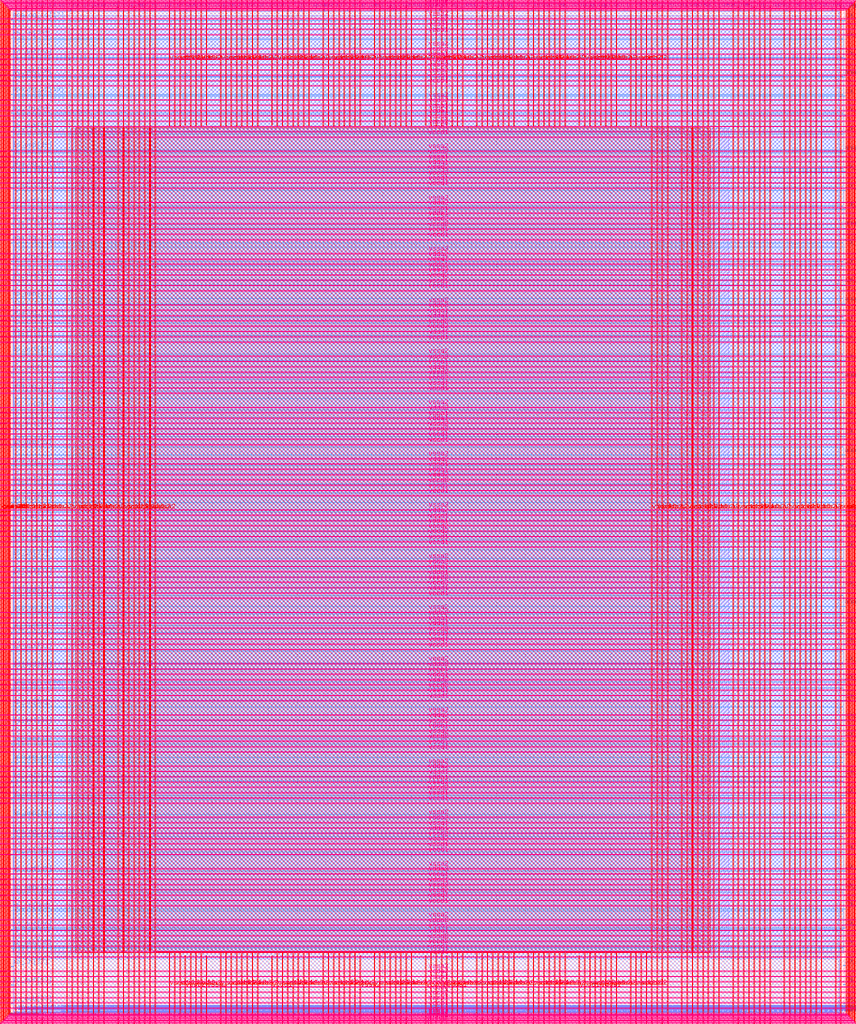
<source format=lef>
VERSION 5.7 ;
  NOWIREEXTENSIONATPIN ON ;
  DIVIDERCHAR "/" ;
  BUSBITCHARS "[]" ;
MACRO user_project_wrapper
  CLASS BLOCK ;
  FOREIGN user_project_wrapper ;
  ORIGIN 0.000 0.000 ;
  SIZE 2920.000 BY 3520.000 ;
  PIN analog_io[0]
    DIRECTION INOUT ;
    USE SIGNAL ;
    PORT
      LAYER met3 ;
        RECT 2917.600 1426.380 2924.800 1427.580 ;
    END
  END analog_io[0]
  PIN analog_io[10]
    DIRECTION INOUT ;
    USE SIGNAL ;
    PORT
      LAYER met2 ;
        RECT 2230.490 3517.600 2231.050 3524.800 ;
    END
  END analog_io[10]
  PIN analog_io[11]
    DIRECTION INOUT ;
    USE SIGNAL ;
    PORT
      LAYER met2 ;
        RECT 1905.730 3517.600 1906.290 3524.800 ;
    END
  END analog_io[11]
  PIN analog_io[12]
    DIRECTION INOUT ;
    USE SIGNAL ;
    PORT
      LAYER met2 ;
        RECT 1581.430 3517.600 1581.990 3524.800 ;
    END
  END analog_io[12]
  PIN analog_io[13]
    DIRECTION INOUT ;
    USE SIGNAL ;
    PORT
      LAYER met2 ;
        RECT 1257.130 3517.600 1257.690 3524.800 ;
    END
  END analog_io[13]
  PIN analog_io[14]
    DIRECTION INOUT ;
    USE SIGNAL ;
    PORT
      LAYER met2 ;
        RECT 932.370 3517.600 932.930 3524.800 ;
    END
  END analog_io[14]
  PIN analog_io[15]
    DIRECTION INOUT ;
    USE SIGNAL ;
    PORT
      LAYER met2 ;
        RECT 608.070 3517.600 608.630 3524.800 ;
    END
  END analog_io[15]
  PIN analog_io[16]
    DIRECTION INOUT ;
    USE SIGNAL ;
    PORT
      LAYER met2 ;
        RECT 283.770 3517.600 284.330 3524.800 ;
    END
  END analog_io[16]
  PIN analog_io[17]
    DIRECTION INOUT ;
    USE SIGNAL ;
    PORT
      LAYER met3 ;
        RECT -4.800 3486.100 2.400 3487.300 ;
    END
  END analog_io[17]
  PIN analog_io[18]
    DIRECTION INOUT ;
    USE SIGNAL ;
    PORT
      LAYER met3 ;
        RECT -4.800 3224.980 2.400 3226.180 ;
    END
  END analog_io[18]
  PIN analog_io[19]
    DIRECTION INOUT ;
    USE SIGNAL ;
    PORT
      LAYER met3 ;
        RECT -4.800 2964.540 2.400 2965.740 ;
    END
  END analog_io[19]
  PIN analog_io[1]
    DIRECTION INOUT ;
    USE SIGNAL ;
    PORT
      LAYER met3 ;
        RECT 2917.600 1692.260 2924.800 1693.460 ;
    END
  END analog_io[1]
  PIN analog_io[20]
    DIRECTION INOUT ;
    USE SIGNAL ;
    PORT
      LAYER met3 ;
        RECT -4.800 2703.420 2.400 2704.620 ;
    END
  END analog_io[20]
  PIN analog_io[21]
    DIRECTION INOUT ;
    USE SIGNAL ;
    PORT
      LAYER met3 ;
        RECT -4.800 2442.980 2.400 2444.180 ;
    END
  END analog_io[21]
  PIN analog_io[22]
    DIRECTION INOUT ;
    USE SIGNAL ;
    PORT
      LAYER met3 ;
        RECT -4.800 2182.540 2.400 2183.740 ;
    END
  END analog_io[22]
  PIN analog_io[23]
    DIRECTION INOUT ;
    USE SIGNAL ;
    PORT
      LAYER met3 ;
        RECT -4.800 1921.420 2.400 1922.620 ;
    END
  END analog_io[23]
  PIN analog_io[24]
    DIRECTION INOUT ;
    USE SIGNAL ;
    PORT
      LAYER met3 ;
        RECT -4.800 1660.980 2.400 1662.180 ;
    END
  END analog_io[24]
  PIN analog_io[25]
    DIRECTION INOUT ;
    USE SIGNAL ;
    PORT
      LAYER met3 ;
        RECT -4.800 1399.860 2.400 1401.060 ;
    END
  END analog_io[25]
  PIN analog_io[26]
    DIRECTION INOUT ;
    USE SIGNAL ;
    PORT
      LAYER met3 ;
        RECT -4.800 1139.420 2.400 1140.620 ;
    END
  END analog_io[26]
  PIN analog_io[27]
    DIRECTION INOUT ;
    USE SIGNAL ;
    PORT
      LAYER met3 ;
        RECT -4.800 878.980 2.400 880.180 ;
    END
  END analog_io[27]
  PIN analog_io[28]
    DIRECTION INOUT ;
    USE SIGNAL ;
    PORT
      LAYER met3 ;
        RECT -4.800 617.860 2.400 619.060 ;
    END
  END analog_io[28]
  PIN analog_io[2]
    DIRECTION INOUT ;
    USE SIGNAL ;
    PORT
      LAYER met3 ;
        RECT 2917.600 1958.140 2924.800 1959.340 ;
    END
  END analog_io[2]
  PIN analog_io[3]
    DIRECTION INOUT ;
    USE SIGNAL ;
    PORT
      LAYER met3 ;
        RECT 2917.600 2223.340 2924.800 2224.540 ;
    END
  END analog_io[3]
  PIN analog_io[4]
    DIRECTION INOUT ;
    USE SIGNAL ;
    PORT
      LAYER met3 ;
        RECT 2917.600 2489.220 2924.800 2490.420 ;
    END
  END analog_io[4]
  PIN analog_io[5]
    DIRECTION INOUT ;
    USE SIGNAL ;
    PORT
      LAYER met3 ;
        RECT 2917.600 2755.100 2924.800 2756.300 ;
    END
  END analog_io[5]
  PIN analog_io[6]
    DIRECTION INOUT ;
    USE SIGNAL ;
    PORT
      LAYER met3 ;
        RECT 2917.600 3020.300 2924.800 3021.500 ;
    END
  END analog_io[6]
  PIN analog_io[7]
    DIRECTION INOUT ;
    USE SIGNAL ;
    PORT
      LAYER met3 ;
        RECT 2917.600 3286.180 2924.800 3287.380 ;
    END
  END analog_io[7]
  PIN analog_io[8]
    DIRECTION INOUT ;
    USE SIGNAL ;
    PORT
      LAYER met2 ;
        RECT 2879.090 3517.600 2879.650 3524.800 ;
    END
  END analog_io[8]
  PIN analog_io[9]
    DIRECTION INOUT ;
    USE SIGNAL ;
    PORT
      LAYER met2 ;
        RECT 2554.790 3517.600 2555.350 3524.800 ;
    END
  END analog_io[9]
  PIN io_in[0]
    DIRECTION INPUT ;
    USE SIGNAL ;
    PORT
      LAYER met3 ;
        RECT 2917.600 32.380 2924.800 33.580 ;
    END
  END io_in[0]
  PIN io_in[10]
    DIRECTION INPUT ;
    USE SIGNAL ;
    PORT
      LAYER met3 ;
        RECT 2917.600 2289.980 2924.800 2291.180 ;
    END
  END io_in[10]
  PIN io_in[11]
    DIRECTION INPUT ;
    USE SIGNAL ;
    PORT
      LAYER met3 ;
        RECT 2917.600 2555.860 2924.800 2557.060 ;
    END
  END io_in[11]
  PIN io_in[12]
    DIRECTION INPUT ;
    USE SIGNAL ;
    PORT
      LAYER met3 ;
        RECT 2917.600 2821.060 2924.800 2822.260 ;
    END
  END io_in[12]
  PIN io_in[13]
    DIRECTION INPUT ;
    USE SIGNAL ;
    PORT
      LAYER met3 ;
        RECT 2917.600 3086.940 2924.800 3088.140 ;
    END
  END io_in[13]
  PIN io_in[14]
    DIRECTION INPUT ;
    USE SIGNAL ;
    PORT
      LAYER met3 ;
        RECT 2917.600 3352.820 2924.800 3354.020 ;
    END
  END io_in[14]
  PIN io_in[15]
    DIRECTION INPUT ;
    USE SIGNAL ;
    PORT
      LAYER met2 ;
        RECT 2798.130 3517.600 2798.690 3524.800 ;
    END
  END io_in[15]
  PIN io_in[16]
    DIRECTION INPUT ;
    USE SIGNAL ;
    PORT
      LAYER met2 ;
        RECT 2473.830 3517.600 2474.390 3524.800 ;
    END
  END io_in[16]
  PIN io_in[17]
    DIRECTION INPUT ;
    USE SIGNAL ;
    PORT
      LAYER met2 ;
        RECT 2149.070 3517.600 2149.630 3524.800 ;
    END
  END io_in[17]
  PIN io_in[18]
    DIRECTION INPUT ;
    USE SIGNAL ;
    PORT
      LAYER met2 ;
        RECT 1824.770 3517.600 1825.330 3524.800 ;
    END
  END io_in[18]
  PIN io_in[19]
    DIRECTION INPUT ;
    USE SIGNAL ;
    PORT
      LAYER met2 ;
        RECT 1500.470 3517.600 1501.030 3524.800 ;
    END
  END io_in[19]
  PIN io_in[1]
    DIRECTION INPUT ;
    USE SIGNAL ;
    PORT
      LAYER met3 ;
        RECT 2917.600 230.940 2924.800 232.140 ;
    END
  END io_in[1]
  PIN io_in[20]
    DIRECTION INPUT ;
    USE SIGNAL ;
    PORT
      LAYER met2 ;
        RECT 1175.710 3517.600 1176.270 3524.800 ;
    END
  END io_in[20]
  PIN io_in[21]
    DIRECTION INPUT ;
    USE SIGNAL ;
    PORT
      LAYER met2 ;
        RECT 851.410 3517.600 851.970 3524.800 ;
    END
  END io_in[21]
  PIN io_in[22]
    DIRECTION INPUT ;
    USE SIGNAL ;
    PORT
      LAYER met2 ;
        RECT 527.110 3517.600 527.670 3524.800 ;
    END
  END io_in[22]
  PIN io_in[23]
    DIRECTION INPUT ;
    USE SIGNAL ;
    PORT
      LAYER met2 ;
        RECT 202.350 3517.600 202.910 3524.800 ;
    END
  END io_in[23]
  PIN io_in[24]
    DIRECTION INPUT ;
    USE SIGNAL ;
    PORT
      LAYER met3 ;
        RECT -4.800 3420.820 2.400 3422.020 ;
    END
  END io_in[24]
  PIN io_in[25]
    DIRECTION INPUT ;
    USE SIGNAL ;
    PORT
      LAYER met3 ;
        RECT -4.800 3159.700 2.400 3160.900 ;
    END
  END io_in[25]
  PIN io_in[26]
    DIRECTION INPUT ;
    USE SIGNAL ;
    PORT
      LAYER met3 ;
        RECT -4.800 2899.260 2.400 2900.460 ;
    END
  END io_in[26]
  PIN io_in[27]
    DIRECTION INPUT ;
    USE SIGNAL ;
    PORT
      LAYER met3 ;
        RECT -4.800 2638.820 2.400 2640.020 ;
    END
  END io_in[27]
  PIN io_in[28]
    DIRECTION INPUT ;
    USE SIGNAL ;
    PORT
      LAYER met3 ;
        RECT -4.800 2377.700 2.400 2378.900 ;
    END
  END io_in[28]
  PIN io_in[29]
    DIRECTION INPUT ;
    USE SIGNAL ;
    PORT
      LAYER met3 ;
        RECT -4.800 2117.260 2.400 2118.460 ;
    END
  END io_in[29]
  PIN io_in[2]
    DIRECTION INPUT ;
    USE SIGNAL ;
    PORT
      LAYER met3 ;
        RECT 2917.600 430.180 2924.800 431.380 ;
    END
  END io_in[2]
  PIN io_in[30]
    DIRECTION INPUT ;
    USE SIGNAL ;
    PORT
      LAYER met3 ;
        RECT -4.800 1856.140 2.400 1857.340 ;
    END
  END io_in[30]
  PIN io_in[31]
    DIRECTION INPUT ;
    USE SIGNAL ;
    PORT
      LAYER met3 ;
        RECT -4.800 1595.700 2.400 1596.900 ;
    END
  END io_in[31]
  PIN io_in[32]
    DIRECTION INPUT ;
    USE SIGNAL ;
    PORT
      LAYER met3 ;
        RECT -4.800 1335.260 2.400 1336.460 ;
    END
  END io_in[32]
  PIN io_in[33]
    DIRECTION INPUT ;
    USE SIGNAL ;
    PORT
      LAYER met3 ;
        RECT -4.800 1074.140 2.400 1075.340 ;
    END
  END io_in[33]
  PIN io_in[34]
    DIRECTION INPUT ;
    USE SIGNAL ;
    PORT
      LAYER met3 ;
        RECT -4.800 813.700 2.400 814.900 ;
    END
  END io_in[34]
  PIN io_in[35]
    DIRECTION INPUT ;
    USE SIGNAL ;
    PORT
      LAYER met3 ;
        RECT -4.800 552.580 2.400 553.780 ;
    END
  END io_in[35]
  PIN io_in[36]
    DIRECTION INPUT ;
    USE SIGNAL ;
    PORT
      LAYER met3 ;
        RECT -4.800 357.420 2.400 358.620 ;
    END
  END io_in[36]
  PIN io_in[37]
    DIRECTION INPUT ;
    USE SIGNAL ;
    PORT
      LAYER met3 ;
        RECT -4.800 161.580 2.400 162.780 ;
    END
  END io_in[37]
  PIN io_in[3]
    DIRECTION INPUT ;
    USE SIGNAL ;
    PORT
      LAYER met3 ;
        RECT 2917.600 629.420 2924.800 630.620 ;
    END
  END io_in[3]
  PIN io_in[4]
    DIRECTION INPUT ;
    USE SIGNAL ;
    PORT
      LAYER met3 ;
        RECT 2917.600 828.660 2924.800 829.860 ;
    END
  END io_in[4]
  PIN io_in[5]
    DIRECTION INPUT ;
    USE SIGNAL ;
    PORT
      LAYER met3 ;
        RECT 2917.600 1027.900 2924.800 1029.100 ;
    END
  END io_in[5]
  PIN io_in[6]
    DIRECTION INPUT ;
    USE SIGNAL ;
    PORT
      LAYER met3 ;
        RECT 2917.600 1227.140 2924.800 1228.340 ;
    END
  END io_in[6]
  PIN io_in[7]
    DIRECTION INPUT ;
    USE SIGNAL ;
    PORT
      LAYER met3 ;
        RECT 2917.600 1493.020 2924.800 1494.220 ;
    END
  END io_in[7]
  PIN io_in[8]
    DIRECTION INPUT ;
    USE SIGNAL ;
    PORT
      LAYER met3 ;
        RECT 2917.600 1758.900 2924.800 1760.100 ;
    END
  END io_in[8]
  PIN io_in[9]
    DIRECTION INPUT ;
    USE SIGNAL ;
    PORT
      LAYER met3 ;
        RECT 2917.600 2024.100 2924.800 2025.300 ;
    END
  END io_in[9]
  PIN io_oeb[0]
    DIRECTION OUTPUT TRISTATE ;
    USE SIGNAL ;
    PORT
      LAYER met3 ;
        RECT 2917.600 164.980 2924.800 166.180 ;
    END
  END io_oeb[0]
  PIN io_oeb[10]
    DIRECTION OUTPUT TRISTATE ;
    USE SIGNAL ;
    PORT
      LAYER met3 ;
        RECT 2917.600 2422.580 2924.800 2423.780 ;
    END
  END io_oeb[10]
  PIN io_oeb[11]
    DIRECTION OUTPUT TRISTATE ;
    USE SIGNAL ;
    PORT
      LAYER met3 ;
        RECT 2917.600 2688.460 2924.800 2689.660 ;
    END
  END io_oeb[11]
  PIN io_oeb[12]
    DIRECTION OUTPUT TRISTATE ;
    USE SIGNAL ;
    PORT
      LAYER met3 ;
        RECT 2917.600 2954.340 2924.800 2955.540 ;
    END
  END io_oeb[12]
  PIN io_oeb[13]
    DIRECTION OUTPUT TRISTATE ;
    USE SIGNAL ;
    PORT
      LAYER met3 ;
        RECT 2917.600 3219.540 2924.800 3220.740 ;
    END
  END io_oeb[13]
  PIN io_oeb[14]
    DIRECTION OUTPUT TRISTATE ;
    USE SIGNAL ;
    PORT
      LAYER met3 ;
        RECT 2917.600 3485.420 2924.800 3486.620 ;
    END
  END io_oeb[14]
  PIN io_oeb[15]
    DIRECTION OUTPUT TRISTATE ;
    USE SIGNAL ;
    PORT
      LAYER met2 ;
        RECT 2635.750 3517.600 2636.310 3524.800 ;
    END
  END io_oeb[15]
  PIN io_oeb[16]
    DIRECTION OUTPUT TRISTATE ;
    USE SIGNAL ;
    PORT
      LAYER met2 ;
        RECT 2311.450 3517.600 2312.010 3524.800 ;
    END
  END io_oeb[16]
  PIN io_oeb[17]
    DIRECTION OUTPUT TRISTATE ;
    USE SIGNAL ;
    PORT
      LAYER met2 ;
        RECT 1987.150 3517.600 1987.710 3524.800 ;
    END
  END io_oeb[17]
  PIN io_oeb[18]
    DIRECTION OUTPUT TRISTATE ;
    USE SIGNAL ;
    PORT
      LAYER met2 ;
        RECT 1662.390 3517.600 1662.950 3524.800 ;
    END
  END io_oeb[18]
  PIN io_oeb[19]
    DIRECTION OUTPUT TRISTATE ;
    USE SIGNAL ;
    PORT
      LAYER met2 ;
        RECT 1338.090 3517.600 1338.650 3524.800 ;
    END
  END io_oeb[19]
  PIN io_oeb[1]
    DIRECTION OUTPUT TRISTATE ;
    USE SIGNAL ;
    PORT
      LAYER met3 ;
        RECT 2917.600 364.220 2924.800 365.420 ;
    END
  END io_oeb[1]
  PIN io_oeb[20]
    DIRECTION OUTPUT TRISTATE ;
    USE SIGNAL ;
    PORT
      LAYER met2 ;
        RECT 1013.790 3517.600 1014.350 3524.800 ;
    END
  END io_oeb[20]
  PIN io_oeb[21]
    DIRECTION OUTPUT TRISTATE ;
    USE SIGNAL ;
    PORT
      LAYER met2 ;
        RECT 689.030 3517.600 689.590 3524.800 ;
    END
  END io_oeb[21]
  PIN io_oeb[22]
    DIRECTION OUTPUT TRISTATE ;
    USE SIGNAL ;
    PORT
      LAYER met2 ;
        RECT 364.730 3517.600 365.290 3524.800 ;
    END
  END io_oeb[22]
  PIN io_oeb[23]
    DIRECTION OUTPUT TRISTATE ;
    USE SIGNAL ;
    PORT
      LAYER met2 ;
        RECT 40.430 3517.600 40.990 3524.800 ;
    END
  END io_oeb[23]
  PIN io_oeb[24]
    DIRECTION OUTPUT TRISTATE ;
    USE SIGNAL ;
    PORT
      LAYER met3 ;
        RECT -4.800 3290.260 2.400 3291.460 ;
    END
  END io_oeb[24]
  PIN io_oeb[25]
    DIRECTION OUTPUT TRISTATE ;
    USE SIGNAL ;
    PORT
      LAYER met3 ;
        RECT -4.800 3029.820 2.400 3031.020 ;
    END
  END io_oeb[25]
  PIN io_oeb[26]
    DIRECTION OUTPUT TRISTATE ;
    USE SIGNAL ;
    PORT
      LAYER met3 ;
        RECT -4.800 2768.700 2.400 2769.900 ;
    END
  END io_oeb[26]
  PIN io_oeb[27]
    DIRECTION OUTPUT TRISTATE ;
    USE SIGNAL ;
    PORT
      LAYER met3 ;
        RECT -4.800 2508.260 2.400 2509.460 ;
    END
  END io_oeb[27]
  PIN io_oeb[28]
    DIRECTION OUTPUT TRISTATE ;
    USE SIGNAL ;
    PORT
      LAYER met3 ;
        RECT -4.800 2247.140 2.400 2248.340 ;
    END
  END io_oeb[28]
  PIN io_oeb[29]
    DIRECTION OUTPUT TRISTATE ;
    USE SIGNAL ;
    PORT
      LAYER met3 ;
        RECT -4.800 1986.700 2.400 1987.900 ;
    END
  END io_oeb[29]
  PIN io_oeb[2]
    DIRECTION OUTPUT TRISTATE ;
    USE SIGNAL ;
    PORT
      LAYER met3 ;
        RECT 2917.600 563.460 2924.800 564.660 ;
    END
  END io_oeb[2]
  PIN io_oeb[30]
    DIRECTION OUTPUT TRISTATE ;
    USE SIGNAL ;
    PORT
      LAYER met3 ;
        RECT -4.800 1726.260 2.400 1727.460 ;
    END
  END io_oeb[30]
  PIN io_oeb[31]
    DIRECTION OUTPUT TRISTATE ;
    USE SIGNAL ;
    PORT
      LAYER met3 ;
        RECT -4.800 1465.140 2.400 1466.340 ;
    END
  END io_oeb[31]
  PIN io_oeb[32]
    DIRECTION OUTPUT TRISTATE ;
    USE SIGNAL ;
    PORT
      LAYER met3 ;
        RECT -4.800 1204.700 2.400 1205.900 ;
    END
  END io_oeb[32]
  PIN io_oeb[33]
    DIRECTION OUTPUT TRISTATE ;
    USE SIGNAL ;
    PORT
      LAYER met3 ;
        RECT -4.800 943.580 2.400 944.780 ;
    END
  END io_oeb[33]
  PIN io_oeb[34]
    DIRECTION OUTPUT TRISTATE ;
    USE SIGNAL ;
    PORT
      LAYER met3 ;
        RECT -4.800 683.140 2.400 684.340 ;
    END
  END io_oeb[34]
  PIN io_oeb[35]
    DIRECTION OUTPUT TRISTATE ;
    USE SIGNAL ;
    PORT
      LAYER met3 ;
        RECT -4.800 422.700 2.400 423.900 ;
    END
  END io_oeb[35]
  PIN io_oeb[36]
    DIRECTION OUTPUT TRISTATE ;
    USE SIGNAL ;
    PORT
      LAYER met3 ;
        RECT -4.800 226.860 2.400 228.060 ;
    END
  END io_oeb[36]
  PIN io_oeb[37]
    DIRECTION OUTPUT TRISTATE ;
    USE SIGNAL ;
    PORT
      LAYER met3 ;
        RECT -4.800 31.700 2.400 32.900 ;
    END
  END io_oeb[37]
  PIN io_oeb[3]
    DIRECTION OUTPUT TRISTATE ;
    USE SIGNAL ;
    PORT
      LAYER met3 ;
        RECT 2917.600 762.700 2924.800 763.900 ;
    END
  END io_oeb[3]
  PIN io_oeb[4]
    DIRECTION OUTPUT TRISTATE ;
    USE SIGNAL ;
    PORT
      LAYER met3 ;
        RECT 2917.600 961.940 2924.800 963.140 ;
    END
  END io_oeb[4]
  PIN io_oeb[5]
    DIRECTION OUTPUT TRISTATE ;
    USE SIGNAL ;
    PORT
      LAYER met3 ;
        RECT 2917.600 1161.180 2924.800 1162.380 ;
    END
  END io_oeb[5]
  PIN io_oeb[6]
    DIRECTION OUTPUT TRISTATE ;
    USE SIGNAL ;
    PORT
      LAYER met3 ;
        RECT 2917.600 1360.420 2924.800 1361.620 ;
    END
  END io_oeb[6]
  PIN io_oeb[7]
    DIRECTION OUTPUT TRISTATE ;
    USE SIGNAL ;
    PORT
      LAYER met3 ;
        RECT 2917.600 1625.620 2924.800 1626.820 ;
    END
  END io_oeb[7]
  PIN io_oeb[8]
    DIRECTION OUTPUT TRISTATE ;
    USE SIGNAL ;
    PORT
      LAYER met3 ;
        RECT 2917.600 1891.500 2924.800 1892.700 ;
    END
  END io_oeb[8]
  PIN io_oeb[9]
    DIRECTION OUTPUT TRISTATE ;
    USE SIGNAL ;
    PORT
      LAYER met3 ;
        RECT 2917.600 2157.380 2924.800 2158.580 ;
    END
  END io_oeb[9]
  PIN io_out[0]
    DIRECTION OUTPUT TRISTATE ;
    USE SIGNAL ;
    PORT
      LAYER met3 ;
        RECT 2917.600 98.340 2924.800 99.540 ;
    END
  END io_out[0]
  PIN io_out[10]
    DIRECTION OUTPUT TRISTATE ;
    USE SIGNAL ;
    PORT
      LAYER met3 ;
        RECT 2917.600 2356.620 2924.800 2357.820 ;
    END
  END io_out[10]
  PIN io_out[11]
    DIRECTION OUTPUT TRISTATE ;
    USE SIGNAL ;
    PORT
      LAYER met3 ;
        RECT 2917.600 2621.820 2924.800 2623.020 ;
    END
  END io_out[11]
  PIN io_out[12]
    DIRECTION OUTPUT TRISTATE ;
    USE SIGNAL ;
    PORT
      LAYER met3 ;
        RECT 2917.600 2887.700 2924.800 2888.900 ;
    END
  END io_out[12]
  PIN io_out[13]
    DIRECTION OUTPUT TRISTATE ;
    USE SIGNAL ;
    PORT
      LAYER met3 ;
        RECT 2917.600 3153.580 2924.800 3154.780 ;
    END
  END io_out[13]
  PIN io_out[14]
    DIRECTION OUTPUT TRISTATE ;
    USE SIGNAL ;
    PORT
      LAYER met3 ;
        RECT 2917.600 3418.780 2924.800 3419.980 ;
    END
  END io_out[14]
  PIN io_out[15]
    DIRECTION OUTPUT TRISTATE ;
    USE SIGNAL ;
    PORT
      LAYER met2 ;
        RECT 2717.170 3517.600 2717.730 3524.800 ;
    END
  END io_out[15]
  PIN io_out[16]
    DIRECTION OUTPUT TRISTATE ;
    USE SIGNAL ;
    PORT
      LAYER met2 ;
        RECT 2392.410 3517.600 2392.970 3524.800 ;
    END
  END io_out[16]
  PIN io_out[17]
    DIRECTION OUTPUT TRISTATE ;
    USE SIGNAL ;
    PORT
      LAYER met2 ;
        RECT 2068.110 3517.600 2068.670 3524.800 ;
    END
  END io_out[17]
  PIN io_out[18]
    DIRECTION OUTPUT TRISTATE ;
    USE SIGNAL ;
    PORT
      LAYER met2 ;
        RECT 1743.810 3517.600 1744.370 3524.800 ;
    END
  END io_out[18]
  PIN io_out[19]
    DIRECTION OUTPUT TRISTATE ;
    USE SIGNAL ;
    PORT
      LAYER met2 ;
        RECT 1419.050 3517.600 1419.610 3524.800 ;
    END
  END io_out[19]
  PIN io_out[1]
    DIRECTION OUTPUT TRISTATE ;
    USE SIGNAL ;
    PORT
      LAYER met3 ;
        RECT 2917.600 297.580 2924.800 298.780 ;
    END
  END io_out[1]
  PIN io_out[20]
    DIRECTION OUTPUT TRISTATE ;
    USE SIGNAL ;
    PORT
      LAYER met2 ;
        RECT 1094.750 3517.600 1095.310 3524.800 ;
    END
  END io_out[20]
  PIN io_out[21]
    DIRECTION OUTPUT TRISTATE ;
    USE SIGNAL ;
    PORT
      LAYER met2 ;
        RECT 770.450 3517.600 771.010 3524.800 ;
    END
  END io_out[21]
  PIN io_out[22]
    DIRECTION OUTPUT TRISTATE ;
    USE SIGNAL ;
    PORT
      LAYER met2 ;
        RECT 445.690 3517.600 446.250 3524.800 ;
    END
  END io_out[22]
  PIN io_out[23]
    DIRECTION OUTPUT TRISTATE ;
    USE SIGNAL ;
    PORT
      LAYER met2 ;
        RECT 121.390 3517.600 121.950 3524.800 ;
    END
  END io_out[23]
  PIN io_out[24]
    DIRECTION OUTPUT TRISTATE ;
    USE SIGNAL ;
    PORT
      LAYER met3 ;
        RECT -4.800 3355.540 2.400 3356.740 ;
    END
  END io_out[24]
  PIN io_out[25]
    DIRECTION OUTPUT TRISTATE ;
    USE SIGNAL ;
    PORT
      LAYER met3 ;
        RECT -4.800 3095.100 2.400 3096.300 ;
    END
  END io_out[25]
  PIN io_out[26]
    DIRECTION OUTPUT TRISTATE ;
    USE SIGNAL ;
    PORT
      LAYER met3 ;
        RECT -4.800 2833.980 2.400 2835.180 ;
    END
  END io_out[26]
  PIN io_out[27]
    DIRECTION OUTPUT TRISTATE ;
    USE SIGNAL ;
    PORT
      LAYER met3 ;
        RECT -4.800 2573.540 2.400 2574.740 ;
    END
  END io_out[27]
  PIN io_out[28]
    DIRECTION OUTPUT TRISTATE ;
    USE SIGNAL ;
    PORT
      LAYER met3 ;
        RECT -4.800 2312.420 2.400 2313.620 ;
    END
  END io_out[28]
  PIN io_out[29]
    DIRECTION OUTPUT TRISTATE ;
    USE SIGNAL ;
    PORT
      LAYER met3 ;
        RECT -4.800 2051.980 2.400 2053.180 ;
    END
  END io_out[29]
  PIN io_out[2]
    DIRECTION OUTPUT TRISTATE ;
    USE SIGNAL ;
    PORT
      LAYER met3 ;
        RECT 2917.600 496.820 2924.800 498.020 ;
    END
  END io_out[2]
  PIN io_out[30]
    DIRECTION OUTPUT TRISTATE ;
    USE SIGNAL ;
    PORT
      LAYER met3 ;
        RECT -4.800 1791.540 2.400 1792.740 ;
    END
  END io_out[30]
  PIN io_out[31]
    DIRECTION OUTPUT TRISTATE ;
    USE SIGNAL ;
    PORT
      LAYER met3 ;
        RECT -4.800 1530.420 2.400 1531.620 ;
    END
  END io_out[31]
  PIN io_out[32]
    DIRECTION OUTPUT TRISTATE ;
    USE SIGNAL ;
    PORT
      LAYER met3 ;
        RECT -4.800 1269.980 2.400 1271.180 ;
    END
  END io_out[32]
  PIN io_out[33]
    DIRECTION OUTPUT TRISTATE ;
    USE SIGNAL ;
    PORT
      LAYER met3 ;
        RECT -4.800 1008.860 2.400 1010.060 ;
    END
  END io_out[33]
  PIN io_out[34]
    DIRECTION OUTPUT TRISTATE ;
    USE SIGNAL ;
    PORT
      LAYER met3 ;
        RECT -4.800 748.420 2.400 749.620 ;
    END
  END io_out[34]
  PIN io_out[35]
    DIRECTION OUTPUT TRISTATE ;
    USE SIGNAL ;
    PORT
      LAYER met3 ;
        RECT -4.800 487.300 2.400 488.500 ;
    END
  END io_out[35]
  PIN io_out[36]
    DIRECTION OUTPUT TRISTATE ;
    USE SIGNAL ;
    PORT
      LAYER met3 ;
        RECT -4.800 292.140 2.400 293.340 ;
    END
  END io_out[36]
  PIN io_out[37]
    DIRECTION OUTPUT TRISTATE ;
    USE SIGNAL ;
    PORT
      LAYER met3 ;
        RECT -4.800 96.300 2.400 97.500 ;
    END
  END io_out[37]
  PIN io_out[3]
    DIRECTION OUTPUT TRISTATE ;
    USE SIGNAL ;
    PORT
      LAYER met3 ;
        RECT 2917.600 696.060 2924.800 697.260 ;
    END
  END io_out[3]
  PIN io_out[4]
    DIRECTION OUTPUT TRISTATE ;
    USE SIGNAL ;
    PORT
      LAYER met3 ;
        RECT 2917.600 895.300 2924.800 896.500 ;
    END
  END io_out[4]
  PIN io_out[5]
    DIRECTION OUTPUT TRISTATE ;
    USE SIGNAL ;
    PORT
      LAYER met3 ;
        RECT 2917.600 1094.540 2924.800 1095.740 ;
    END
  END io_out[5]
  PIN io_out[6]
    DIRECTION OUTPUT TRISTATE ;
    USE SIGNAL ;
    PORT
      LAYER met3 ;
        RECT 2917.600 1293.780 2924.800 1294.980 ;
    END
  END io_out[6]
  PIN io_out[7]
    DIRECTION OUTPUT TRISTATE ;
    USE SIGNAL ;
    PORT
      LAYER met3 ;
        RECT 2917.600 1559.660 2924.800 1560.860 ;
    END
  END io_out[7]
  PIN io_out[8]
    DIRECTION OUTPUT TRISTATE ;
    USE SIGNAL ;
    PORT
      LAYER met3 ;
        RECT 2917.600 1824.860 2924.800 1826.060 ;
    END
  END io_out[8]
  PIN io_out[9]
    DIRECTION OUTPUT TRISTATE ;
    USE SIGNAL ;
    PORT
      LAYER met3 ;
        RECT 2917.600 2090.740 2924.800 2091.940 ;
    END
  END io_out[9]
  PIN la_data_in[0]
    DIRECTION INPUT ;
    USE SIGNAL ;
    PORT
      LAYER met2 ;
        RECT 629.230 -4.800 629.790 2.400 ;
    END
  END la_data_in[0]
  PIN la_data_in[100]
    DIRECTION INPUT ;
    USE SIGNAL ;
    PORT
      LAYER met2 ;
        RECT 2402.530 -4.800 2403.090 2.400 ;
    END
  END la_data_in[100]
  PIN la_data_in[101]
    DIRECTION INPUT ;
    USE SIGNAL ;
    PORT
      LAYER met2 ;
        RECT 2420.010 -4.800 2420.570 2.400 ;
    END
  END la_data_in[101]
  PIN la_data_in[102]
    DIRECTION INPUT ;
    USE SIGNAL ;
    PORT
      LAYER met2 ;
        RECT 2437.950 -4.800 2438.510 2.400 ;
    END
  END la_data_in[102]
  PIN la_data_in[103]
    DIRECTION INPUT ;
    USE SIGNAL ;
    PORT
      LAYER met2 ;
        RECT 2455.430 -4.800 2455.990 2.400 ;
    END
  END la_data_in[103]
  PIN la_data_in[104]
    DIRECTION INPUT ;
    USE SIGNAL ;
    PORT
      LAYER met2 ;
        RECT 2473.370 -4.800 2473.930 2.400 ;
    END
  END la_data_in[104]
  PIN la_data_in[105]
    DIRECTION INPUT ;
    USE SIGNAL ;
    PORT
      LAYER met2 ;
        RECT 2490.850 -4.800 2491.410 2.400 ;
    END
  END la_data_in[105]
  PIN la_data_in[106]
    DIRECTION INPUT ;
    USE SIGNAL ;
    PORT
      LAYER met2 ;
        RECT 2508.790 -4.800 2509.350 2.400 ;
    END
  END la_data_in[106]
  PIN la_data_in[107]
    DIRECTION INPUT ;
    USE SIGNAL ;
    PORT
      LAYER met2 ;
        RECT 2526.730 -4.800 2527.290 2.400 ;
    END
  END la_data_in[107]
  PIN la_data_in[108]
    DIRECTION INPUT ;
    USE SIGNAL ;
    PORT
      LAYER met2 ;
        RECT 2544.210 -4.800 2544.770 2.400 ;
    END
  END la_data_in[108]
  PIN la_data_in[109]
    DIRECTION INPUT ;
    USE SIGNAL ;
    PORT
      LAYER met2 ;
        RECT 2562.150 -4.800 2562.710 2.400 ;
    END
  END la_data_in[109]
  PIN la_data_in[10]
    DIRECTION INPUT ;
    USE SIGNAL ;
    PORT
      LAYER met2 ;
        RECT 806.330 -4.800 806.890 2.400 ;
    END
  END la_data_in[10]
  PIN la_data_in[110]
    DIRECTION INPUT ;
    USE SIGNAL ;
    PORT
      LAYER met2 ;
        RECT 2579.630 -4.800 2580.190 2.400 ;
    END
  END la_data_in[110]
  PIN la_data_in[111]
    DIRECTION INPUT ;
    USE SIGNAL ;
    PORT
      LAYER met2 ;
        RECT 2597.570 -4.800 2598.130 2.400 ;
    END
  END la_data_in[111]
  PIN la_data_in[112]
    DIRECTION INPUT ;
    USE SIGNAL ;
    PORT
      LAYER met2 ;
        RECT 2615.050 -4.800 2615.610 2.400 ;
    END
  END la_data_in[112]
  PIN la_data_in[113]
    DIRECTION INPUT ;
    USE SIGNAL ;
    PORT
      LAYER met2 ;
        RECT 2632.990 -4.800 2633.550 2.400 ;
    END
  END la_data_in[113]
  PIN la_data_in[114]
    DIRECTION INPUT ;
    USE SIGNAL ;
    PORT
      LAYER met2 ;
        RECT 2650.470 -4.800 2651.030 2.400 ;
    END
  END la_data_in[114]
  PIN la_data_in[115]
    DIRECTION INPUT ;
    USE SIGNAL ;
    PORT
      LAYER met2 ;
        RECT 2668.410 -4.800 2668.970 2.400 ;
    END
  END la_data_in[115]
  PIN la_data_in[116]
    DIRECTION INPUT ;
    USE SIGNAL ;
    PORT
      LAYER met2 ;
        RECT 2685.890 -4.800 2686.450 2.400 ;
    END
  END la_data_in[116]
  PIN la_data_in[117]
    DIRECTION INPUT ;
    USE SIGNAL ;
    PORT
      LAYER met2 ;
        RECT 2703.830 -4.800 2704.390 2.400 ;
    END
  END la_data_in[117]
  PIN la_data_in[118]
    DIRECTION INPUT ;
    USE SIGNAL ;
    PORT
      LAYER met2 ;
        RECT 2721.770 -4.800 2722.330 2.400 ;
    END
  END la_data_in[118]
  PIN la_data_in[119]
    DIRECTION INPUT ;
    USE SIGNAL ;
    PORT
      LAYER met2 ;
        RECT 2739.250 -4.800 2739.810 2.400 ;
    END
  END la_data_in[119]
  PIN la_data_in[11]
    DIRECTION INPUT ;
    USE SIGNAL ;
    PORT
      LAYER met2 ;
        RECT 824.270 -4.800 824.830 2.400 ;
    END
  END la_data_in[11]
  PIN la_data_in[120]
    DIRECTION INPUT ;
    USE SIGNAL ;
    PORT
      LAYER met2 ;
        RECT 2757.190 -4.800 2757.750 2.400 ;
    END
  END la_data_in[120]
  PIN la_data_in[121]
    DIRECTION INPUT ;
    USE SIGNAL ;
    PORT
      LAYER met2 ;
        RECT 2774.670 -4.800 2775.230 2.400 ;
    END
  END la_data_in[121]
  PIN la_data_in[122]
    DIRECTION INPUT ;
    USE SIGNAL ;
    PORT
      LAYER met2 ;
        RECT 2792.610 -4.800 2793.170 2.400 ;
    END
  END la_data_in[122]
  PIN la_data_in[123]
    DIRECTION INPUT ;
    USE SIGNAL ;
    PORT
      LAYER met2 ;
        RECT 2810.090 -4.800 2810.650 2.400 ;
    END
  END la_data_in[123]
  PIN la_data_in[124]
    DIRECTION INPUT ;
    USE SIGNAL ;
    PORT
      LAYER met2 ;
        RECT 2828.030 -4.800 2828.590 2.400 ;
    END
  END la_data_in[124]
  PIN la_data_in[125]
    DIRECTION INPUT ;
    USE SIGNAL ;
    PORT
      LAYER met2 ;
        RECT 2845.510 -4.800 2846.070 2.400 ;
    END
  END la_data_in[125]
  PIN la_data_in[126]
    DIRECTION INPUT ;
    USE SIGNAL ;
    PORT
      LAYER met2 ;
        RECT 2863.450 -4.800 2864.010 2.400 ;
    END
  END la_data_in[126]
  PIN la_data_in[127]
    DIRECTION INPUT ;
    USE SIGNAL ;
    PORT
      LAYER met2 ;
        RECT 2881.390 -4.800 2881.950 2.400 ;
    END
  END la_data_in[127]
  PIN la_data_in[12]
    DIRECTION INPUT ;
    USE SIGNAL ;
    PORT
      LAYER met2 ;
        RECT 841.750 -4.800 842.310 2.400 ;
    END
  END la_data_in[12]
  PIN la_data_in[13]
    DIRECTION INPUT ;
    USE SIGNAL ;
    PORT
      LAYER met2 ;
        RECT 859.690 -4.800 860.250 2.400 ;
    END
  END la_data_in[13]
  PIN la_data_in[14]
    DIRECTION INPUT ;
    USE SIGNAL ;
    PORT
      LAYER met2 ;
        RECT 877.170 -4.800 877.730 2.400 ;
    END
  END la_data_in[14]
  PIN la_data_in[15]
    DIRECTION INPUT ;
    USE SIGNAL ;
    PORT
      LAYER met2 ;
        RECT 895.110 -4.800 895.670 2.400 ;
    END
  END la_data_in[15]
  PIN la_data_in[16]
    DIRECTION INPUT ;
    USE SIGNAL ;
    PORT
      LAYER met2 ;
        RECT 912.590 -4.800 913.150 2.400 ;
    END
  END la_data_in[16]
  PIN la_data_in[17]
    DIRECTION INPUT ;
    USE SIGNAL ;
    PORT
      LAYER met2 ;
        RECT 930.530 -4.800 931.090 2.400 ;
    END
  END la_data_in[17]
  PIN la_data_in[18]
    DIRECTION INPUT ;
    USE SIGNAL ;
    PORT
      LAYER met2 ;
        RECT 948.470 -4.800 949.030 2.400 ;
    END
  END la_data_in[18]
  PIN la_data_in[19]
    DIRECTION INPUT ;
    USE SIGNAL ;
    PORT
      LAYER met2 ;
        RECT 965.950 -4.800 966.510 2.400 ;
    END
  END la_data_in[19]
  PIN la_data_in[1]
    DIRECTION INPUT ;
    USE SIGNAL ;
    PORT
      LAYER met2 ;
        RECT 646.710 -4.800 647.270 2.400 ;
    END
  END la_data_in[1]
  PIN la_data_in[20]
    DIRECTION INPUT ;
    USE SIGNAL ;
    PORT
      LAYER met2 ;
        RECT 983.890 -4.800 984.450 2.400 ;
    END
  END la_data_in[20]
  PIN la_data_in[21]
    DIRECTION INPUT ;
    USE SIGNAL ;
    PORT
      LAYER met2 ;
        RECT 1001.370 -4.800 1001.930 2.400 ;
    END
  END la_data_in[21]
  PIN la_data_in[22]
    DIRECTION INPUT ;
    USE SIGNAL ;
    PORT
      LAYER met2 ;
        RECT 1019.310 -4.800 1019.870 2.400 ;
    END
  END la_data_in[22]
  PIN la_data_in[23]
    DIRECTION INPUT ;
    USE SIGNAL ;
    PORT
      LAYER met2 ;
        RECT 1036.790 -4.800 1037.350 2.400 ;
    END
  END la_data_in[23]
  PIN la_data_in[24]
    DIRECTION INPUT ;
    USE SIGNAL ;
    PORT
      LAYER met2 ;
        RECT 1054.730 -4.800 1055.290 2.400 ;
    END
  END la_data_in[24]
  PIN la_data_in[25]
    DIRECTION INPUT ;
    USE SIGNAL ;
    PORT
      LAYER met2 ;
        RECT 1072.210 -4.800 1072.770 2.400 ;
    END
  END la_data_in[25]
  PIN la_data_in[26]
    DIRECTION INPUT ;
    USE SIGNAL ;
    PORT
      LAYER met2 ;
        RECT 1090.150 -4.800 1090.710 2.400 ;
    END
  END la_data_in[26]
  PIN la_data_in[27]
    DIRECTION INPUT ;
    USE SIGNAL ;
    PORT
      LAYER met2 ;
        RECT 1107.630 -4.800 1108.190 2.400 ;
    END
  END la_data_in[27]
  PIN la_data_in[28]
    DIRECTION INPUT ;
    USE SIGNAL ;
    PORT
      LAYER met2 ;
        RECT 1125.570 -4.800 1126.130 2.400 ;
    END
  END la_data_in[28]
  PIN la_data_in[29]
    DIRECTION INPUT ;
    USE SIGNAL ;
    PORT
      LAYER met2 ;
        RECT 1143.510 -4.800 1144.070 2.400 ;
    END
  END la_data_in[29]
  PIN la_data_in[2]
    DIRECTION INPUT ;
    USE SIGNAL ;
    PORT
      LAYER met2 ;
        RECT 664.650 -4.800 665.210 2.400 ;
    END
  END la_data_in[2]
  PIN la_data_in[30]
    DIRECTION INPUT ;
    USE SIGNAL ;
    PORT
      LAYER met2 ;
        RECT 1160.990 -4.800 1161.550 2.400 ;
    END
  END la_data_in[30]
  PIN la_data_in[31]
    DIRECTION INPUT ;
    USE SIGNAL ;
    PORT
      LAYER met2 ;
        RECT 1178.930 -4.800 1179.490 2.400 ;
    END
  END la_data_in[31]
  PIN la_data_in[32]
    DIRECTION INPUT ;
    USE SIGNAL ;
    PORT
      LAYER met2 ;
        RECT 1196.410 -4.800 1196.970 2.400 ;
    END
  END la_data_in[32]
  PIN la_data_in[33]
    DIRECTION INPUT ;
    USE SIGNAL ;
    PORT
      LAYER met2 ;
        RECT 1214.350 -4.800 1214.910 2.400 ;
    END
  END la_data_in[33]
  PIN la_data_in[34]
    DIRECTION INPUT ;
    USE SIGNAL ;
    PORT
      LAYER met2 ;
        RECT 1231.830 -4.800 1232.390 2.400 ;
    END
  END la_data_in[34]
  PIN la_data_in[35]
    DIRECTION INPUT ;
    USE SIGNAL ;
    PORT
      LAYER met2 ;
        RECT 1249.770 -4.800 1250.330 2.400 ;
    END
  END la_data_in[35]
  PIN la_data_in[36]
    DIRECTION INPUT ;
    USE SIGNAL ;
    PORT
      LAYER met2 ;
        RECT 1267.250 -4.800 1267.810 2.400 ;
    END
  END la_data_in[36]
  PIN la_data_in[37]
    DIRECTION INPUT ;
    USE SIGNAL ;
    PORT
      LAYER met2 ;
        RECT 1285.190 -4.800 1285.750 2.400 ;
    END
  END la_data_in[37]
  PIN la_data_in[38]
    DIRECTION INPUT ;
    USE SIGNAL ;
    PORT
      LAYER met2 ;
        RECT 1303.130 -4.800 1303.690 2.400 ;
    END
  END la_data_in[38]
  PIN la_data_in[39]
    DIRECTION INPUT ;
    USE SIGNAL ;
    PORT
      LAYER met2 ;
        RECT 1320.610 -4.800 1321.170 2.400 ;
    END
  END la_data_in[39]
  PIN la_data_in[3]
    DIRECTION INPUT ;
    USE SIGNAL ;
    PORT
      LAYER met2 ;
        RECT 682.130 -4.800 682.690 2.400 ;
    END
  END la_data_in[3]
  PIN la_data_in[40]
    DIRECTION INPUT ;
    USE SIGNAL ;
    PORT
      LAYER met2 ;
        RECT 1338.550 -4.800 1339.110 2.400 ;
    END
  END la_data_in[40]
  PIN la_data_in[41]
    DIRECTION INPUT ;
    USE SIGNAL ;
    PORT
      LAYER met2 ;
        RECT 1356.030 -4.800 1356.590 2.400 ;
    END
  END la_data_in[41]
  PIN la_data_in[42]
    DIRECTION INPUT ;
    USE SIGNAL ;
    PORT
      LAYER met2 ;
        RECT 1373.970 -4.800 1374.530 2.400 ;
    END
  END la_data_in[42]
  PIN la_data_in[43]
    DIRECTION INPUT ;
    USE SIGNAL ;
    PORT
      LAYER met2 ;
        RECT 1391.450 -4.800 1392.010 2.400 ;
    END
  END la_data_in[43]
  PIN la_data_in[44]
    DIRECTION INPUT ;
    USE SIGNAL ;
    PORT
      LAYER met2 ;
        RECT 1409.390 -4.800 1409.950 2.400 ;
    END
  END la_data_in[44]
  PIN la_data_in[45]
    DIRECTION INPUT ;
    USE SIGNAL ;
    PORT
      LAYER met2 ;
        RECT 1426.870 -4.800 1427.430 2.400 ;
    END
  END la_data_in[45]
  PIN la_data_in[46]
    DIRECTION INPUT ;
    USE SIGNAL ;
    PORT
      LAYER met2 ;
        RECT 1444.810 -4.800 1445.370 2.400 ;
    END
  END la_data_in[46]
  PIN la_data_in[47]
    DIRECTION INPUT ;
    USE SIGNAL ;
    PORT
      LAYER met2 ;
        RECT 1462.750 -4.800 1463.310 2.400 ;
    END
  END la_data_in[47]
  PIN la_data_in[48]
    DIRECTION INPUT ;
    USE SIGNAL ;
    PORT
      LAYER met2 ;
        RECT 1480.230 -4.800 1480.790 2.400 ;
    END
  END la_data_in[48]
  PIN la_data_in[49]
    DIRECTION INPUT ;
    USE SIGNAL ;
    PORT
      LAYER met2 ;
        RECT 1498.170 -4.800 1498.730 2.400 ;
    END
  END la_data_in[49]
  PIN la_data_in[4]
    DIRECTION INPUT ;
    USE SIGNAL ;
    PORT
      LAYER met2 ;
        RECT 700.070 -4.800 700.630 2.400 ;
    END
  END la_data_in[4]
  PIN la_data_in[50]
    DIRECTION INPUT ;
    USE SIGNAL ;
    PORT
      LAYER met2 ;
        RECT 1515.650 -4.800 1516.210 2.400 ;
    END
  END la_data_in[50]
  PIN la_data_in[51]
    DIRECTION INPUT ;
    USE SIGNAL ;
    PORT
      LAYER met2 ;
        RECT 1533.590 -4.800 1534.150 2.400 ;
    END
  END la_data_in[51]
  PIN la_data_in[52]
    DIRECTION INPUT ;
    USE SIGNAL ;
    PORT
      LAYER met2 ;
        RECT 1551.070 -4.800 1551.630 2.400 ;
    END
  END la_data_in[52]
  PIN la_data_in[53]
    DIRECTION INPUT ;
    USE SIGNAL ;
    PORT
      LAYER met2 ;
        RECT 1569.010 -4.800 1569.570 2.400 ;
    END
  END la_data_in[53]
  PIN la_data_in[54]
    DIRECTION INPUT ;
    USE SIGNAL ;
    PORT
      LAYER met2 ;
        RECT 1586.490 -4.800 1587.050 2.400 ;
    END
  END la_data_in[54]
  PIN la_data_in[55]
    DIRECTION INPUT ;
    USE SIGNAL ;
    PORT
      LAYER met2 ;
        RECT 1604.430 -4.800 1604.990 2.400 ;
    END
  END la_data_in[55]
  PIN la_data_in[56]
    DIRECTION INPUT ;
    USE SIGNAL ;
    PORT
      LAYER met2 ;
        RECT 1621.910 -4.800 1622.470 2.400 ;
    END
  END la_data_in[56]
  PIN la_data_in[57]
    DIRECTION INPUT ;
    USE SIGNAL ;
    PORT
      LAYER met2 ;
        RECT 1639.850 -4.800 1640.410 2.400 ;
    END
  END la_data_in[57]
  PIN la_data_in[58]
    DIRECTION INPUT ;
    USE SIGNAL ;
    PORT
      LAYER met2 ;
        RECT 1657.790 -4.800 1658.350 2.400 ;
    END
  END la_data_in[58]
  PIN la_data_in[59]
    DIRECTION INPUT ;
    USE SIGNAL ;
    PORT
      LAYER met2 ;
        RECT 1675.270 -4.800 1675.830 2.400 ;
    END
  END la_data_in[59]
  PIN la_data_in[5]
    DIRECTION INPUT ;
    USE SIGNAL ;
    PORT
      LAYER met2 ;
        RECT 717.550 -4.800 718.110 2.400 ;
    END
  END la_data_in[5]
  PIN la_data_in[60]
    DIRECTION INPUT ;
    USE SIGNAL ;
    PORT
      LAYER met2 ;
        RECT 1693.210 -4.800 1693.770 2.400 ;
    END
  END la_data_in[60]
  PIN la_data_in[61]
    DIRECTION INPUT ;
    USE SIGNAL ;
    PORT
      LAYER met2 ;
        RECT 1710.690 -4.800 1711.250 2.400 ;
    END
  END la_data_in[61]
  PIN la_data_in[62]
    DIRECTION INPUT ;
    USE SIGNAL ;
    PORT
      LAYER met2 ;
        RECT 1728.630 -4.800 1729.190 2.400 ;
    END
  END la_data_in[62]
  PIN la_data_in[63]
    DIRECTION INPUT ;
    USE SIGNAL ;
    PORT
      LAYER met2 ;
        RECT 1746.110 -4.800 1746.670 2.400 ;
    END
  END la_data_in[63]
  PIN la_data_in[64]
    DIRECTION INPUT ;
    USE SIGNAL ;
    PORT
      LAYER met2 ;
        RECT 1764.050 -4.800 1764.610 2.400 ;
    END
  END la_data_in[64]
  PIN la_data_in[65]
    DIRECTION INPUT ;
    USE SIGNAL ;
    PORT
      LAYER met2 ;
        RECT 1781.530 -4.800 1782.090 2.400 ;
    END
  END la_data_in[65]
  PIN la_data_in[66]
    DIRECTION INPUT ;
    USE SIGNAL ;
    PORT
      LAYER met2 ;
        RECT 1799.470 -4.800 1800.030 2.400 ;
    END
  END la_data_in[66]
  PIN la_data_in[67]
    DIRECTION INPUT ;
    USE SIGNAL ;
    PORT
      LAYER met2 ;
        RECT 1817.410 -4.800 1817.970 2.400 ;
    END
  END la_data_in[67]
  PIN la_data_in[68]
    DIRECTION INPUT ;
    USE SIGNAL ;
    PORT
      LAYER met2 ;
        RECT 1834.890 -4.800 1835.450 2.400 ;
    END
  END la_data_in[68]
  PIN la_data_in[69]
    DIRECTION INPUT ;
    USE SIGNAL ;
    PORT
      LAYER met2 ;
        RECT 1852.830 -4.800 1853.390 2.400 ;
    END
  END la_data_in[69]
  PIN la_data_in[6]
    DIRECTION INPUT ;
    USE SIGNAL ;
    PORT
      LAYER met2 ;
        RECT 735.490 -4.800 736.050 2.400 ;
    END
  END la_data_in[6]
  PIN la_data_in[70]
    DIRECTION INPUT ;
    USE SIGNAL ;
    PORT
      LAYER met2 ;
        RECT 1870.310 -4.800 1870.870 2.400 ;
    END
  END la_data_in[70]
  PIN la_data_in[71]
    DIRECTION INPUT ;
    USE SIGNAL ;
    PORT
      LAYER met2 ;
        RECT 1888.250 -4.800 1888.810 2.400 ;
    END
  END la_data_in[71]
  PIN la_data_in[72]
    DIRECTION INPUT ;
    USE SIGNAL ;
    PORT
      LAYER met2 ;
        RECT 1905.730 -4.800 1906.290 2.400 ;
    END
  END la_data_in[72]
  PIN la_data_in[73]
    DIRECTION INPUT ;
    USE SIGNAL ;
    PORT
      LAYER met2 ;
        RECT 1923.670 -4.800 1924.230 2.400 ;
    END
  END la_data_in[73]
  PIN la_data_in[74]
    DIRECTION INPUT ;
    USE SIGNAL ;
    PORT
      LAYER met2 ;
        RECT 1941.150 -4.800 1941.710 2.400 ;
    END
  END la_data_in[74]
  PIN la_data_in[75]
    DIRECTION INPUT ;
    USE SIGNAL ;
    PORT
      LAYER met2 ;
        RECT 1959.090 -4.800 1959.650 2.400 ;
    END
  END la_data_in[75]
  PIN la_data_in[76]
    DIRECTION INPUT ;
    USE SIGNAL ;
    PORT
      LAYER met2 ;
        RECT 1976.570 -4.800 1977.130 2.400 ;
    END
  END la_data_in[76]
  PIN la_data_in[77]
    DIRECTION INPUT ;
    USE SIGNAL ;
    PORT
      LAYER met2 ;
        RECT 1994.510 -4.800 1995.070 2.400 ;
    END
  END la_data_in[77]
  PIN la_data_in[78]
    DIRECTION INPUT ;
    USE SIGNAL ;
    PORT
      LAYER met2 ;
        RECT 2012.450 -4.800 2013.010 2.400 ;
    END
  END la_data_in[78]
  PIN la_data_in[79]
    DIRECTION INPUT ;
    USE SIGNAL ;
    PORT
      LAYER met2 ;
        RECT 2029.930 -4.800 2030.490 2.400 ;
    END
  END la_data_in[79]
  PIN la_data_in[7]
    DIRECTION INPUT ;
    USE SIGNAL ;
    PORT
      LAYER met2 ;
        RECT 752.970 -4.800 753.530 2.400 ;
    END
  END la_data_in[7]
  PIN la_data_in[80]
    DIRECTION INPUT ;
    USE SIGNAL ;
    PORT
      LAYER met2 ;
        RECT 2047.870 -4.800 2048.430 2.400 ;
    END
  END la_data_in[80]
  PIN la_data_in[81]
    DIRECTION INPUT ;
    USE SIGNAL ;
    PORT
      LAYER met2 ;
        RECT 2065.350 -4.800 2065.910 2.400 ;
    END
  END la_data_in[81]
  PIN la_data_in[82]
    DIRECTION INPUT ;
    USE SIGNAL ;
    PORT
      LAYER met2 ;
        RECT 2083.290 -4.800 2083.850 2.400 ;
    END
  END la_data_in[82]
  PIN la_data_in[83]
    DIRECTION INPUT ;
    USE SIGNAL ;
    PORT
      LAYER met2 ;
        RECT 2100.770 -4.800 2101.330 2.400 ;
    END
  END la_data_in[83]
  PIN la_data_in[84]
    DIRECTION INPUT ;
    USE SIGNAL ;
    PORT
      LAYER met2 ;
        RECT 2118.710 -4.800 2119.270 2.400 ;
    END
  END la_data_in[84]
  PIN la_data_in[85]
    DIRECTION INPUT ;
    USE SIGNAL ;
    PORT
      LAYER met2 ;
        RECT 2136.190 -4.800 2136.750 2.400 ;
    END
  END la_data_in[85]
  PIN la_data_in[86]
    DIRECTION INPUT ;
    USE SIGNAL ;
    PORT
      LAYER met2 ;
        RECT 2154.130 -4.800 2154.690 2.400 ;
    END
  END la_data_in[86]
  PIN la_data_in[87]
    DIRECTION INPUT ;
    USE SIGNAL ;
    PORT
      LAYER met2 ;
        RECT 2172.070 -4.800 2172.630 2.400 ;
    END
  END la_data_in[87]
  PIN la_data_in[88]
    DIRECTION INPUT ;
    USE SIGNAL ;
    PORT
      LAYER met2 ;
        RECT 2189.550 -4.800 2190.110 2.400 ;
    END
  END la_data_in[88]
  PIN la_data_in[89]
    DIRECTION INPUT ;
    USE SIGNAL ;
    PORT
      LAYER met2 ;
        RECT 2207.490 -4.800 2208.050 2.400 ;
    END
  END la_data_in[89]
  PIN la_data_in[8]
    DIRECTION INPUT ;
    USE SIGNAL ;
    PORT
      LAYER met2 ;
        RECT 770.910 -4.800 771.470 2.400 ;
    END
  END la_data_in[8]
  PIN la_data_in[90]
    DIRECTION INPUT ;
    USE SIGNAL ;
    PORT
      LAYER met2 ;
        RECT 2224.970 -4.800 2225.530 2.400 ;
    END
  END la_data_in[90]
  PIN la_data_in[91]
    DIRECTION INPUT ;
    USE SIGNAL ;
    PORT
      LAYER met2 ;
        RECT 2242.910 -4.800 2243.470 2.400 ;
    END
  END la_data_in[91]
  PIN la_data_in[92]
    DIRECTION INPUT ;
    USE SIGNAL ;
    PORT
      LAYER met2 ;
        RECT 2260.390 -4.800 2260.950 2.400 ;
    END
  END la_data_in[92]
  PIN la_data_in[93]
    DIRECTION INPUT ;
    USE SIGNAL ;
    PORT
      LAYER met2 ;
        RECT 2278.330 -4.800 2278.890 2.400 ;
    END
  END la_data_in[93]
  PIN la_data_in[94]
    DIRECTION INPUT ;
    USE SIGNAL ;
    PORT
      LAYER met2 ;
        RECT 2295.810 -4.800 2296.370 2.400 ;
    END
  END la_data_in[94]
  PIN la_data_in[95]
    DIRECTION INPUT ;
    USE SIGNAL ;
    PORT
      LAYER met2 ;
        RECT 2313.750 -4.800 2314.310 2.400 ;
    END
  END la_data_in[95]
  PIN la_data_in[96]
    DIRECTION INPUT ;
    USE SIGNAL ;
    PORT
      LAYER met2 ;
        RECT 2331.230 -4.800 2331.790 2.400 ;
    END
  END la_data_in[96]
  PIN la_data_in[97]
    DIRECTION INPUT ;
    USE SIGNAL ;
    PORT
      LAYER met2 ;
        RECT 2349.170 -4.800 2349.730 2.400 ;
    END
  END la_data_in[97]
  PIN la_data_in[98]
    DIRECTION INPUT ;
    USE SIGNAL ;
    PORT
      LAYER met2 ;
        RECT 2367.110 -4.800 2367.670 2.400 ;
    END
  END la_data_in[98]
  PIN la_data_in[99]
    DIRECTION INPUT ;
    USE SIGNAL ;
    PORT
      LAYER met2 ;
        RECT 2384.590 -4.800 2385.150 2.400 ;
    END
  END la_data_in[99]
  PIN la_data_in[9]
    DIRECTION INPUT ;
    USE SIGNAL ;
    PORT
      LAYER met2 ;
        RECT 788.850 -4.800 789.410 2.400 ;
    END
  END la_data_in[9]
  PIN la_data_out[0]
    DIRECTION OUTPUT TRISTATE ;
    USE SIGNAL ;
    PORT
      LAYER met2 ;
        RECT 634.750 -4.800 635.310 2.400 ;
    END
  END la_data_out[0]
  PIN la_data_out[100]
    DIRECTION OUTPUT TRISTATE ;
    USE SIGNAL ;
    PORT
      LAYER met2 ;
        RECT 2408.510 -4.800 2409.070 2.400 ;
    END
  END la_data_out[100]
  PIN la_data_out[101]
    DIRECTION OUTPUT TRISTATE ;
    USE SIGNAL ;
    PORT
      LAYER met2 ;
        RECT 2425.990 -4.800 2426.550 2.400 ;
    END
  END la_data_out[101]
  PIN la_data_out[102]
    DIRECTION OUTPUT TRISTATE ;
    USE SIGNAL ;
    PORT
      LAYER met2 ;
        RECT 2443.930 -4.800 2444.490 2.400 ;
    END
  END la_data_out[102]
  PIN la_data_out[103]
    DIRECTION OUTPUT TRISTATE ;
    USE SIGNAL ;
    PORT
      LAYER met2 ;
        RECT 2461.410 -4.800 2461.970 2.400 ;
    END
  END la_data_out[103]
  PIN la_data_out[104]
    DIRECTION OUTPUT TRISTATE ;
    USE SIGNAL ;
    PORT
      LAYER met2 ;
        RECT 2479.350 -4.800 2479.910 2.400 ;
    END
  END la_data_out[104]
  PIN la_data_out[105]
    DIRECTION OUTPUT TRISTATE ;
    USE SIGNAL ;
    PORT
      LAYER met2 ;
        RECT 2496.830 -4.800 2497.390 2.400 ;
    END
  END la_data_out[105]
  PIN la_data_out[106]
    DIRECTION OUTPUT TRISTATE ;
    USE SIGNAL ;
    PORT
      LAYER met2 ;
        RECT 2514.770 -4.800 2515.330 2.400 ;
    END
  END la_data_out[106]
  PIN la_data_out[107]
    DIRECTION OUTPUT TRISTATE ;
    USE SIGNAL ;
    PORT
      LAYER met2 ;
        RECT 2532.250 -4.800 2532.810 2.400 ;
    END
  END la_data_out[107]
  PIN la_data_out[108]
    DIRECTION OUTPUT TRISTATE ;
    USE SIGNAL ;
    PORT
      LAYER met2 ;
        RECT 2550.190 -4.800 2550.750 2.400 ;
    END
  END la_data_out[108]
  PIN la_data_out[109]
    DIRECTION OUTPUT TRISTATE ;
    USE SIGNAL ;
    PORT
      LAYER met2 ;
        RECT 2567.670 -4.800 2568.230 2.400 ;
    END
  END la_data_out[109]
  PIN la_data_out[10]
    DIRECTION OUTPUT TRISTATE ;
    USE SIGNAL ;
    PORT
      LAYER met2 ;
        RECT 812.310 -4.800 812.870 2.400 ;
    END
  END la_data_out[10]
  PIN la_data_out[110]
    DIRECTION OUTPUT TRISTATE ;
    USE SIGNAL ;
    PORT
      LAYER met2 ;
        RECT 2585.610 -4.800 2586.170 2.400 ;
    END
  END la_data_out[110]
  PIN la_data_out[111]
    DIRECTION OUTPUT TRISTATE ;
    USE SIGNAL ;
    PORT
      LAYER met2 ;
        RECT 2603.550 -4.800 2604.110 2.400 ;
    END
  END la_data_out[111]
  PIN la_data_out[112]
    DIRECTION OUTPUT TRISTATE ;
    USE SIGNAL ;
    PORT
      LAYER met2 ;
        RECT 2621.030 -4.800 2621.590 2.400 ;
    END
  END la_data_out[112]
  PIN la_data_out[113]
    DIRECTION OUTPUT TRISTATE ;
    USE SIGNAL ;
    PORT
      LAYER met2 ;
        RECT 2638.970 -4.800 2639.530 2.400 ;
    END
  END la_data_out[113]
  PIN la_data_out[114]
    DIRECTION OUTPUT TRISTATE ;
    USE SIGNAL ;
    PORT
      LAYER met2 ;
        RECT 2656.450 -4.800 2657.010 2.400 ;
    END
  END la_data_out[114]
  PIN la_data_out[115]
    DIRECTION OUTPUT TRISTATE ;
    USE SIGNAL ;
    PORT
      LAYER met2 ;
        RECT 2674.390 -4.800 2674.950 2.400 ;
    END
  END la_data_out[115]
  PIN la_data_out[116]
    DIRECTION OUTPUT TRISTATE ;
    USE SIGNAL ;
    PORT
      LAYER met2 ;
        RECT 2691.870 -4.800 2692.430 2.400 ;
    END
  END la_data_out[116]
  PIN la_data_out[117]
    DIRECTION OUTPUT TRISTATE ;
    USE SIGNAL ;
    PORT
      LAYER met2 ;
        RECT 2709.810 -4.800 2710.370 2.400 ;
    END
  END la_data_out[117]
  PIN la_data_out[118]
    DIRECTION OUTPUT TRISTATE ;
    USE SIGNAL ;
    PORT
      LAYER met2 ;
        RECT 2727.290 -4.800 2727.850 2.400 ;
    END
  END la_data_out[118]
  PIN la_data_out[119]
    DIRECTION OUTPUT TRISTATE ;
    USE SIGNAL ;
    PORT
      LAYER met2 ;
        RECT 2745.230 -4.800 2745.790 2.400 ;
    END
  END la_data_out[119]
  PIN la_data_out[11]
    DIRECTION OUTPUT TRISTATE ;
    USE SIGNAL ;
    PORT
      LAYER met2 ;
        RECT 830.250 -4.800 830.810 2.400 ;
    END
  END la_data_out[11]
  PIN la_data_out[120]
    DIRECTION OUTPUT TRISTATE ;
    USE SIGNAL ;
    PORT
      LAYER met2 ;
        RECT 2763.170 -4.800 2763.730 2.400 ;
    END
  END la_data_out[120]
  PIN la_data_out[121]
    DIRECTION OUTPUT TRISTATE ;
    USE SIGNAL ;
    PORT
      LAYER met2 ;
        RECT 2780.650 -4.800 2781.210 2.400 ;
    END
  END la_data_out[121]
  PIN la_data_out[122]
    DIRECTION OUTPUT TRISTATE ;
    USE SIGNAL ;
    PORT
      LAYER met2 ;
        RECT 2798.590 -4.800 2799.150 2.400 ;
    END
  END la_data_out[122]
  PIN la_data_out[123]
    DIRECTION OUTPUT TRISTATE ;
    USE SIGNAL ;
    PORT
      LAYER met2 ;
        RECT 2816.070 -4.800 2816.630 2.400 ;
    END
  END la_data_out[123]
  PIN la_data_out[124]
    DIRECTION OUTPUT TRISTATE ;
    USE SIGNAL ;
    PORT
      LAYER met2 ;
        RECT 2834.010 -4.800 2834.570 2.400 ;
    END
  END la_data_out[124]
  PIN la_data_out[125]
    DIRECTION OUTPUT TRISTATE ;
    USE SIGNAL ;
    PORT
      LAYER met2 ;
        RECT 2851.490 -4.800 2852.050 2.400 ;
    END
  END la_data_out[125]
  PIN la_data_out[126]
    DIRECTION OUTPUT TRISTATE ;
    USE SIGNAL ;
    PORT
      LAYER met2 ;
        RECT 2869.430 -4.800 2869.990 2.400 ;
    END
  END la_data_out[126]
  PIN la_data_out[127]
    DIRECTION OUTPUT TRISTATE ;
    USE SIGNAL ;
    PORT
      LAYER met2 ;
        RECT 2886.910 -4.800 2887.470 2.400 ;
    END
  END la_data_out[127]
  PIN la_data_out[12]
    DIRECTION OUTPUT TRISTATE ;
    USE SIGNAL ;
    PORT
      LAYER met2 ;
        RECT 847.730 -4.800 848.290 2.400 ;
    END
  END la_data_out[12]
  PIN la_data_out[13]
    DIRECTION OUTPUT TRISTATE ;
    USE SIGNAL ;
    PORT
      LAYER met2 ;
        RECT 865.670 -4.800 866.230 2.400 ;
    END
  END la_data_out[13]
  PIN la_data_out[14]
    DIRECTION OUTPUT TRISTATE ;
    USE SIGNAL ;
    PORT
      LAYER met2 ;
        RECT 883.150 -4.800 883.710 2.400 ;
    END
  END la_data_out[14]
  PIN la_data_out[15]
    DIRECTION OUTPUT TRISTATE ;
    USE SIGNAL ;
    PORT
      LAYER met2 ;
        RECT 901.090 -4.800 901.650 2.400 ;
    END
  END la_data_out[15]
  PIN la_data_out[16]
    DIRECTION OUTPUT TRISTATE ;
    USE SIGNAL ;
    PORT
      LAYER met2 ;
        RECT 918.570 -4.800 919.130 2.400 ;
    END
  END la_data_out[16]
  PIN la_data_out[17]
    DIRECTION OUTPUT TRISTATE ;
    USE SIGNAL ;
    PORT
      LAYER met2 ;
        RECT 936.510 -4.800 937.070 2.400 ;
    END
  END la_data_out[17]
  PIN la_data_out[18]
    DIRECTION OUTPUT TRISTATE ;
    USE SIGNAL ;
    PORT
      LAYER met2 ;
        RECT 953.990 -4.800 954.550 2.400 ;
    END
  END la_data_out[18]
  PIN la_data_out[19]
    DIRECTION OUTPUT TRISTATE ;
    USE SIGNAL ;
    PORT
      LAYER met2 ;
        RECT 971.930 -4.800 972.490 2.400 ;
    END
  END la_data_out[19]
  PIN la_data_out[1]
    DIRECTION OUTPUT TRISTATE ;
    USE SIGNAL ;
    PORT
      LAYER met2 ;
        RECT 652.690 -4.800 653.250 2.400 ;
    END
  END la_data_out[1]
  PIN la_data_out[20]
    DIRECTION OUTPUT TRISTATE ;
    USE SIGNAL ;
    PORT
      LAYER met2 ;
        RECT 989.410 -4.800 989.970 2.400 ;
    END
  END la_data_out[20]
  PIN la_data_out[21]
    DIRECTION OUTPUT TRISTATE ;
    USE SIGNAL ;
    PORT
      LAYER met2 ;
        RECT 1007.350 -4.800 1007.910 2.400 ;
    END
  END la_data_out[21]
  PIN la_data_out[22]
    DIRECTION OUTPUT TRISTATE ;
    USE SIGNAL ;
    PORT
      LAYER met2 ;
        RECT 1025.290 -4.800 1025.850 2.400 ;
    END
  END la_data_out[22]
  PIN la_data_out[23]
    DIRECTION OUTPUT TRISTATE ;
    USE SIGNAL ;
    PORT
      LAYER met2 ;
        RECT 1042.770 -4.800 1043.330 2.400 ;
    END
  END la_data_out[23]
  PIN la_data_out[24]
    DIRECTION OUTPUT TRISTATE ;
    USE SIGNAL ;
    PORT
      LAYER met2 ;
        RECT 1060.710 -4.800 1061.270 2.400 ;
    END
  END la_data_out[24]
  PIN la_data_out[25]
    DIRECTION OUTPUT TRISTATE ;
    USE SIGNAL ;
    PORT
      LAYER met2 ;
        RECT 1078.190 -4.800 1078.750 2.400 ;
    END
  END la_data_out[25]
  PIN la_data_out[26]
    DIRECTION OUTPUT TRISTATE ;
    USE SIGNAL ;
    PORT
      LAYER met2 ;
        RECT 1096.130 -4.800 1096.690 2.400 ;
    END
  END la_data_out[26]
  PIN la_data_out[27]
    DIRECTION OUTPUT TRISTATE ;
    USE SIGNAL ;
    PORT
      LAYER met2 ;
        RECT 1113.610 -4.800 1114.170 2.400 ;
    END
  END la_data_out[27]
  PIN la_data_out[28]
    DIRECTION OUTPUT TRISTATE ;
    USE SIGNAL ;
    PORT
      LAYER met2 ;
        RECT 1131.550 -4.800 1132.110 2.400 ;
    END
  END la_data_out[28]
  PIN la_data_out[29]
    DIRECTION OUTPUT TRISTATE ;
    USE SIGNAL ;
    PORT
      LAYER met2 ;
        RECT 1149.030 -4.800 1149.590 2.400 ;
    END
  END la_data_out[29]
  PIN la_data_out[2]
    DIRECTION OUTPUT TRISTATE ;
    USE SIGNAL ;
    PORT
      LAYER met2 ;
        RECT 670.630 -4.800 671.190 2.400 ;
    END
  END la_data_out[2]
  PIN la_data_out[30]
    DIRECTION OUTPUT TRISTATE ;
    USE SIGNAL ;
    PORT
      LAYER met2 ;
        RECT 1166.970 -4.800 1167.530 2.400 ;
    END
  END la_data_out[30]
  PIN la_data_out[31]
    DIRECTION OUTPUT TRISTATE ;
    USE SIGNAL ;
    PORT
      LAYER met2 ;
        RECT 1184.910 -4.800 1185.470 2.400 ;
    END
  END la_data_out[31]
  PIN la_data_out[32]
    DIRECTION OUTPUT TRISTATE ;
    USE SIGNAL ;
    PORT
      LAYER met2 ;
        RECT 1202.390 -4.800 1202.950 2.400 ;
    END
  END la_data_out[32]
  PIN la_data_out[33]
    DIRECTION OUTPUT TRISTATE ;
    USE SIGNAL ;
    PORT
      LAYER met2 ;
        RECT 1220.330 -4.800 1220.890 2.400 ;
    END
  END la_data_out[33]
  PIN la_data_out[34]
    DIRECTION OUTPUT TRISTATE ;
    USE SIGNAL ;
    PORT
      LAYER met2 ;
        RECT 1237.810 -4.800 1238.370 2.400 ;
    END
  END la_data_out[34]
  PIN la_data_out[35]
    DIRECTION OUTPUT TRISTATE ;
    USE SIGNAL ;
    PORT
      LAYER met2 ;
        RECT 1255.750 -4.800 1256.310 2.400 ;
    END
  END la_data_out[35]
  PIN la_data_out[36]
    DIRECTION OUTPUT TRISTATE ;
    USE SIGNAL ;
    PORT
      LAYER met2 ;
        RECT 1273.230 -4.800 1273.790 2.400 ;
    END
  END la_data_out[36]
  PIN la_data_out[37]
    DIRECTION OUTPUT TRISTATE ;
    USE SIGNAL ;
    PORT
      LAYER met2 ;
        RECT 1291.170 -4.800 1291.730 2.400 ;
    END
  END la_data_out[37]
  PIN la_data_out[38]
    DIRECTION OUTPUT TRISTATE ;
    USE SIGNAL ;
    PORT
      LAYER met2 ;
        RECT 1308.650 -4.800 1309.210 2.400 ;
    END
  END la_data_out[38]
  PIN la_data_out[39]
    DIRECTION OUTPUT TRISTATE ;
    USE SIGNAL ;
    PORT
      LAYER met2 ;
        RECT 1326.590 -4.800 1327.150 2.400 ;
    END
  END la_data_out[39]
  PIN la_data_out[3]
    DIRECTION OUTPUT TRISTATE ;
    USE SIGNAL ;
    PORT
      LAYER met2 ;
        RECT 688.110 -4.800 688.670 2.400 ;
    END
  END la_data_out[3]
  PIN la_data_out[40]
    DIRECTION OUTPUT TRISTATE ;
    USE SIGNAL ;
    PORT
      LAYER met2 ;
        RECT 1344.070 -4.800 1344.630 2.400 ;
    END
  END la_data_out[40]
  PIN la_data_out[41]
    DIRECTION OUTPUT TRISTATE ;
    USE SIGNAL ;
    PORT
      LAYER met2 ;
        RECT 1362.010 -4.800 1362.570 2.400 ;
    END
  END la_data_out[41]
  PIN la_data_out[42]
    DIRECTION OUTPUT TRISTATE ;
    USE SIGNAL ;
    PORT
      LAYER met2 ;
        RECT 1379.950 -4.800 1380.510 2.400 ;
    END
  END la_data_out[42]
  PIN la_data_out[43]
    DIRECTION OUTPUT TRISTATE ;
    USE SIGNAL ;
    PORT
      LAYER met2 ;
        RECT 1397.430 -4.800 1397.990 2.400 ;
    END
  END la_data_out[43]
  PIN la_data_out[44]
    DIRECTION OUTPUT TRISTATE ;
    USE SIGNAL ;
    PORT
      LAYER met2 ;
        RECT 1415.370 -4.800 1415.930 2.400 ;
    END
  END la_data_out[44]
  PIN la_data_out[45]
    DIRECTION OUTPUT TRISTATE ;
    USE SIGNAL ;
    PORT
      LAYER met2 ;
        RECT 1432.850 -4.800 1433.410 2.400 ;
    END
  END la_data_out[45]
  PIN la_data_out[46]
    DIRECTION OUTPUT TRISTATE ;
    USE SIGNAL ;
    PORT
      LAYER met2 ;
        RECT 1450.790 -4.800 1451.350 2.400 ;
    END
  END la_data_out[46]
  PIN la_data_out[47]
    DIRECTION OUTPUT TRISTATE ;
    USE SIGNAL ;
    PORT
      LAYER met2 ;
        RECT 1468.270 -4.800 1468.830 2.400 ;
    END
  END la_data_out[47]
  PIN la_data_out[48]
    DIRECTION OUTPUT TRISTATE ;
    USE SIGNAL ;
    PORT
      LAYER met2 ;
        RECT 1486.210 -4.800 1486.770 2.400 ;
    END
  END la_data_out[48]
  PIN la_data_out[49]
    DIRECTION OUTPUT TRISTATE ;
    USE SIGNAL ;
    PORT
      LAYER met2 ;
        RECT 1503.690 -4.800 1504.250 2.400 ;
    END
  END la_data_out[49]
  PIN la_data_out[4]
    DIRECTION OUTPUT TRISTATE ;
    USE SIGNAL ;
    PORT
      LAYER met2 ;
        RECT 706.050 -4.800 706.610 2.400 ;
    END
  END la_data_out[4]
  PIN la_data_out[50]
    DIRECTION OUTPUT TRISTATE ;
    USE SIGNAL ;
    PORT
      LAYER met2 ;
        RECT 1521.630 -4.800 1522.190 2.400 ;
    END
  END la_data_out[50]
  PIN la_data_out[51]
    DIRECTION OUTPUT TRISTATE ;
    USE SIGNAL ;
    PORT
      LAYER met2 ;
        RECT 1539.570 -4.800 1540.130 2.400 ;
    END
  END la_data_out[51]
  PIN la_data_out[52]
    DIRECTION OUTPUT TRISTATE ;
    USE SIGNAL ;
    PORT
      LAYER met2 ;
        RECT 1557.050 -4.800 1557.610 2.400 ;
    END
  END la_data_out[52]
  PIN la_data_out[53]
    DIRECTION OUTPUT TRISTATE ;
    USE SIGNAL ;
    PORT
      LAYER met2 ;
        RECT 1574.990 -4.800 1575.550 2.400 ;
    END
  END la_data_out[53]
  PIN la_data_out[54]
    DIRECTION OUTPUT TRISTATE ;
    USE SIGNAL ;
    PORT
      LAYER met2 ;
        RECT 1592.470 -4.800 1593.030 2.400 ;
    END
  END la_data_out[54]
  PIN la_data_out[55]
    DIRECTION OUTPUT TRISTATE ;
    USE SIGNAL ;
    PORT
      LAYER met2 ;
        RECT 1610.410 -4.800 1610.970 2.400 ;
    END
  END la_data_out[55]
  PIN la_data_out[56]
    DIRECTION OUTPUT TRISTATE ;
    USE SIGNAL ;
    PORT
      LAYER met2 ;
        RECT 1627.890 -4.800 1628.450 2.400 ;
    END
  END la_data_out[56]
  PIN la_data_out[57]
    DIRECTION OUTPUT TRISTATE ;
    USE SIGNAL ;
    PORT
      LAYER met2 ;
        RECT 1645.830 -4.800 1646.390 2.400 ;
    END
  END la_data_out[57]
  PIN la_data_out[58]
    DIRECTION OUTPUT TRISTATE ;
    USE SIGNAL ;
    PORT
      LAYER met2 ;
        RECT 1663.310 -4.800 1663.870 2.400 ;
    END
  END la_data_out[58]
  PIN la_data_out[59]
    DIRECTION OUTPUT TRISTATE ;
    USE SIGNAL ;
    PORT
      LAYER met2 ;
        RECT 1681.250 -4.800 1681.810 2.400 ;
    END
  END la_data_out[59]
  PIN la_data_out[5]
    DIRECTION OUTPUT TRISTATE ;
    USE SIGNAL ;
    PORT
      LAYER met2 ;
        RECT 723.530 -4.800 724.090 2.400 ;
    END
  END la_data_out[5]
  PIN la_data_out[60]
    DIRECTION OUTPUT TRISTATE ;
    USE SIGNAL ;
    PORT
      LAYER met2 ;
        RECT 1699.190 -4.800 1699.750 2.400 ;
    END
  END la_data_out[60]
  PIN la_data_out[61]
    DIRECTION OUTPUT TRISTATE ;
    USE SIGNAL ;
    PORT
      LAYER met2 ;
        RECT 1716.670 -4.800 1717.230 2.400 ;
    END
  END la_data_out[61]
  PIN la_data_out[62]
    DIRECTION OUTPUT TRISTATE ;
    USE SIGNAL ;
    PORT
      LAYER met2 ;
        RECT 1734.610 -4.800 1735.170 2.400 ;
    END
  END la_data_out[62]
  PIN la_data_out[63]
    DIRECTION OUTPUT TRISTATE ;
    USE SIGNAL ;
    PORT
      LAYER met2 ;
        RECT 1752.090 -4.800 1752.650 2.400 ;
    END
  END la_data_out[63]
  PIN la_data_out[64]
    DIRECTION OUTPUT TRISTATE ;
    USE SIGNAL ;
    PORT
      LAYER met2 ;
        RECT 1770.030 -4.800 1770.590 2.400 ;
    END
  END la_data_out[64]
  PIN la_data_out[65]
    DIRECTION OUTPUT TRISTATE ;
    USE SIGNAL ;
    PORT
      LAYER met2 ;
        RECT 1787.510 -4.800 1788.070 2.400 ;
    END
  END la_data_out[65]
  PIN la_data_out[66]
    DIRECTION OUTPUT TRISTATE ;
    USE SIGNAL ;
    PORT
      LAYER met2 ;
        RECT 1805.450 -4.800 1806.010 2.400 ;
    END
  END la_data_out[66]
  PIN la_data_out[67]
    DIRECTION OUTPUT TRISTATE ;
    USE SIGNAL ;
    PORT
      LAYER met2 ;
        RECT 1822.930 -4.800 1823.490 2.400 ;
    END
  END la_data_out[67]
  PIN la_data_out[68]
    DIRECTION OUTPUT TRISTATE ;
    USE SIGNAL ;
    PORT
      LAYER met2 ;
        RECT 1840.870 -4.800 1841.430 2.400 ;
    END
  END la_data_out[68]
  PIN la_data_out[69]
    DIRECTION OUTPUT TRISTATE ;
    USE SIGNAL ;
    PORT
      LAYER met2 ;
        RECT 1858.350 -4.800 1858.910 2.400 ;
    END
  END la_data_out[69]
  PIN la_data_out[6]
    DIRECTION OUTPUT TRISTATE ;
    USE SIGNAL ;
    PORT
      LAYER met2 ;
        RECT 741.470 -4.800 742.030 2.400 ;
    END
  END la_data_out[6]
  PIN la_data_out[70]
    DIRECTION OUTPUT TRISTATE ;
    USE SIGNAL ;
    PORT
      LAYER met2 ;
        RECT 1876.290 -4.800 1876.850 2.400 ;
    END
  END la_data_out[70]
  PIN la_data_out[71]
    DIRECTION OUTPUT TRISTATE ;
    USE SIGNAL ;
    PORT
      LAYER met2 ;
        RECT 1894.230 -4.800 1894.790 2.400 ;
    END
  END la_data_out[71]
  PIN la_data_out[72]
    DIRECTION OUTPUT TRISTATE ;
    USE SIGNAL ;
    PORT
      LAYER met2 ;
        RECT 1911.710 -4.800 1912.270 2.400 ;
    END
  END la_data_out[72]
  PIN la_data_out[73]
    DIRECTION OUTPUT TRISTATE ;
    USE SIGNAL ;
    PORT
      LAYER met2 ;
        RECT 1929.650 -4.800 1930.210 2.400 ;
    END
  END la_data_out[73]
  PIN la_data_out[74]
    DIRECTION OUTPUT TRISTATE ;
    USE SIGNAL ;
    PORT
      LAYER met2 ;
        RECT 1947.130 -4.800 1947.690 2.400 ;
    END
  END la_data_out[74]
  PIN la_data_out[75]
    DIRECTION OUTPUT TRISTATE ;
    USE SIGNAL ;
    PORT
      LAYER met2 ;
        RECT 1965.070 -4.800 1965.630 2.400 ;
    END
  END la_data_out[75]
  PIN la_data_out[76]
    DIRECTION OUTPUT TRISTATE ;
    USE SIGNAL ;
    PORT
      LAYER met2 ;
        RECT 1982.550 -4.800 1983.110 2.400 ;
    END
  END la_data_out[76]
  PIN la_data_out[77]
    DIRECTION OUTPUT TRISTATE ;
    USE SIGNAL ;
    PORT
      LAYER met2 ;
        RECT 2000.490 -4.800 2001.050 2.400 ;
    END
  END la_data_out[77]
  PIN la_data_out[78]
    DIRECTION OUTPUT TRISTATE ;
    USE SIGNAL ;
    PORT
      LAYER met2 ;
        RECT 2017.970 -4.800 2018.530 2.400 ;
    END
  END la_data_out[78]
  PIN la_data_out[79]
    DIRECTION OUTPUT TRISTATE ;
    USE SIGNAL ;
    PORT
      LAYER met2 ;
        RECT 2035.910 -4.800 2036.470 2.400 ;
    END
  END la_data_out[79]
  PIN la_data_out[7]
    DIRECTION OUTPUT TRISTATE ;
    USE SIGNAL ;
    PORT
      LAYER met2 ;
        RECT 758.950 -4.800 759.510 2.400 ;
    END
  END la_data_out[7]
  PIN la_data_out[80]
    DIRECTION OUTPUT TRISTATE ;
    USE SIGNAL ;
    PORT
      LAYER met2 ;
        RECT 2053.850 -4.800 2054.410 2.400 ;
    END
  END la_data_out[80]
  PIN la_data_out[81]
    DIRECTION OUTPUT TRISTATE ;
    USE SIGNAL ;
    PORT
      LAYER met2 ;
        RECT 2071.330 -4.800 2071.890 2.400 ;
    END
  END la_data_out[81]
  PIN la_data_out[82]
    DIRECTION OUTPUT TRISTATE ;
    USE SIGNAL ;
    PORT
      LAYER met2 ;
        RECT 2089.270 -4.800 2089.830 2.400 ;
    END
  END la_data_out[82]
  PIN la_data_out[83]
    DIRECTION OUTPUT TRISTATE ;
    USE SIGNAL ;
    PORT
      LAYER met2 ;
        RECT 2106.750 -4.800 2107.310 2.400 ;
    END
  END la_data_out[83]
  PIN la_data_out[84]
    DIRECTION OUTPUT TRISTATE ;
    USE SIGNAL ;
    PORT
      LAYER met2 ;
        RECT 2124.690 -4.800 2125.250 2.400 ;
    END
  END la_data_out[84]
  PIN la_data_out[85]
    DIRECTION OUTPUT TRISTATE ;
    USE SIGNAL ;
    PORT
      LAYER met2 ;
        RECT 2142.170 -4.800 2142.730 2.400 ;
    END
  END la_data_out[85]
  PIN la_data_out[86]
    DIRECTION OUTPUT TRISTATE ;
    USE SIGNAL ;
    PORT
      LAYER met2 ;
        RECT 2160.110 -4.800 2160.670 2.400 ;
    END
  END la_data_out[86]
  PIN la_data_out[87]
    DIRECTION OUTPUT TRISTATE ;
    USE SIGNAL ;
    PORT
      LAYER met2 ;
        RECT 2177.590 -4.800 2178.150 2.400 ;
    END
  END la_data_out[87]
  PIN la_data_out[88]
    DIRECTION OUTPUT TRISTATE ;
    USE SIGNAL ;
    PORT
      LAYER met2 ;
        RECT 2195.530 -4.800 2196.090 2.400 ;
    END
  END la_data_out[88]
  PIN la_data_out[89]
    DIRECTION OUTPUT TRISTATE ;
    USE SIGNAL ;
    PORT
      LAYER met2 ;
        RECT 2213.010 -4.800 2213.570 2.400 ;
    END
  END la_data_out[89]
  PIN la_data_out[8]
    DIRECTION OUTPUT TRISTATE ;
    USE SIGNAL ;
    PORT
      LAYER met2 ;
        RECT 776.890 -4.800 777.450 2.400 ;
    END
  END la_data_out[8]
  PIN la_data_out[90]
    DIRECTION OUTPUT TRISTATE ;
    USE SIGNAL ;
    PORT
      LAYER met2 ;
        RECT 2230.950 -4.800 2231.510 2.400 ;
    END
  END la_data_out[90]
  PIN la_data_out[91]
    DIRECTION OUTPUT TRISTATE ;
    USE SIGNAL ;
    PORT
      LAYER met2 ;
        RECT 2248.890 -4.800 2249.450 2.400 ;
    END
  END la_data_out[91]
  PIN la_data_out[92]
    DIRECTION OUTPUT TRISTATE ;
    USE SIGNAL ;
    PORT
      LAYER met2 ;
        RECT 2266.370 -4.800 2266.930 2.400 ;
    END
  END la_data_out[92]
  PIN la_data_out[93]
    DIRECTION OUTPUT TRISTATE ;
    USE SIGNAL ;
    PORT
      LAYER met2 ;
        RECT 2284.310 -4.800 2284.870 2.400 ;
    END
  END la_data_out[93]
  PIN la_data_out[94]
    DIRECTION OUTPUT TRISTATE ;
    USE SIGNAL ;
    PORT
      LAYER met2 ;
        RECT 2301.790 -4.800 2302.350 2.400 ;
    END
  END la_data_out[94]
  PIN la_data_out[95]
    DIRECTION OUTPUT TRISTATE ;
    USE SIGNAL ;
    PORT
      LAYER met2 ;
        RECT 2319.730 -4.800 2320.290 2.400 ;
    END
  END la_data_out[95]
  PIN la_data_out[96]
    DIRECTION OUTPUT TRISTATE ;
    USE SIGNAL ;
    PORT
      LAYER met2 ;
        RECT 2337.210 -4.800 2337.770 2.400 ;
    END
  END la_data_out[96]
  PIN la_data_out[97]
    DIRECTION OUTPUT TRISTATE ;
    USE SIGNAL ;
    PORT
      LAYER met2 ;
        RECT 2355.150 -4.800 2355.710 2.400 ;
    END
  END la_data_out[97]
  PIN la_data_out[98]
    DIRECTION OUTPUT TRISTATE ;
    USE SIGNAL ;
    PORT
      LAYER met2 ;
        RECT 2372.630 -4.800 2373.190 2.400 ;
    END
  END la_data_out[98]
  PIN la_data_out[99]
    DIRECTION OUTPUT TRISTATE ;
    USE SIGNAL ;
    PORT
      LAYER met2 ;
        RECT 2390.570 -4.800 2391.130 2.400 ;
    END
  END la_data_out[99]
  PIN la_data_out[9]
    DIRECTION OUTPUT TRISTATE ;
    USE SIGNAL ;
    PORT
      LAYER met2 ;
        RECT 794.370 -4.800 794.930 2.400 ;
    END
  END la_data_out[9]
  PIN la_oenb[0]
    DIRECTION INPUT ;
    USE SIGNAL ;
    PORT
      LAYER met2 ;
        RECT 640.730 -4.800 641.290 2.400 ;
    END
  END la_oenb[0]
  PIN la_oenb[100]
    DIRECTION INPUT ;
    USE SIGNAL ;
    PORT
      LAYER met2 ;
        RECT 2414.030 -4.800 2414.590 2.400 ;
    END
  END la_oenb[100]
  PIN la_oenb[101]
    DIRECTION INPUT ;
    USE SIGNAL ;
    PORT
      LAYER met2 ;
        RECT 2431.970 -4.800 2432.530 2.400 ;
    END
  END la_oenb[101]
  PIN la_oenb[102]
    DIRECTION INPUT ;
    USE SIGNAL ;
    PORT
      LAYER met2 ;
        RECT 2449.450 -4.800 2450.010 2.400 ;
    END
  END la_oenb[102]
  PIN la_oenb[103]
    DIRECTION INPUT ;
    USE SIGNAL ;
    PORT
      LAYER met2 ;
        RECT 2467.390 -4.800 2467.950 2.400 ;
    END
  END la_oenb[103]
  PIN la_oenb[104]
    DIRECTION INPUT ;
    USE SIGNAL ;
    PORT
      LAYER met2 ;
        RECT 2485.330 -4.800 2485.890 2.400 ;
    END
  END la_oenb[104]
  PIN la_oenb[105]
    DIRECTION INPUT ;
    USE SIGNAL ;
    PORT
      LAYER met2 ;
        RECT 2502.810 -4.800 2503.370 2.400 ;
    END
  END la_oenb[105]
  PIN la_oenb[106]
    DIRECTION INPUT ;
    USE SIGNAL ;
    PORT
      LAYER met2 ;
        RECT 2520.750 -4.800 2521.310 2.400 ;
    END
  END la_oenb[106]
  PIN la_oenb[107]
    DIRECTION INPUT ;
    USE SIGNAL ;
    PORT
      LAYER met2 ;
        RECT 2538.230 -4.800 2538.790 2.400 ;
    END
  END la_oenb[107]
  PIN la_oenb[108]
    DIRECTION INPUT ;
    USE SIGNAL ;
    PORT
      LAYER met2 ;
        RECT 2556.170 -4.800 2556.730 2.400 ;
    END
  END la_oenb[108]
  PIN la_oenb[109]
    DIRECTION INPUT ;
    USE SIGNAL ;
    PORT
      LAYER met2 ;
        RECT 2573.650 -4.800 2574.210 2.400 ;
    END
  END la_oenb[109]
  PIN la_oenb[10]
    DIRECTION INPUT ;
    USE SIGNAL ;
    PORT
      LAYER met2 ;
        RECT 818.290 -4.800 818.850 2.400 ;
    END
  END la_oenb[10]
  PIN la_oenb[110]
    DIRECTION INPUT ;
    USE SIGNAL ;
    PORT
      LAYER met2 ;
        RECT 2591.590 -4.800 2592.150 2.400 ;
    END
  END la_oenb[110]
  PIN la_oenb[111]
    DIRECTION INPUT ;
    USE SIGNAL ;
    PORT
      LAYER met2 ;
        RECT 2609.070 -4.800 2609.630 2.400 ;
    END
  END la_oenb[111]
  PIN la_oenb[112]
    DIRECTION INPUT ;
    USE SIGNAL ;
    PORT
      LAYER met2 ;
        RECT 2627.010 -4.800 2627.570 2.400 ;
    END
  END la_oenb[112]
  PIN la_oenb[113]
    DIRECTION INPUT ;
    USE SIGNAL ;
    PORT
      LAYER met2 ;
        RECT 2644.950 -4.800 2645.510 2.400 ;
    END
  END la_oenb[113]
  PIN la_oenb[114]
    DIRECTION INPUT ;
    USE SIGNAL ;
    PORT
      LAYER met2 ;
        RECT 2662.430 -4.800 2662.990 2.400 ;
    END
  END la_oenb[114]
  PIN la_oenb[115]
    DIRECTION INPUT ;
    USE SIGNAL ;
    PORT
      LAYER met2 ;
        RECT 2680.370 -4.800 2680.930 2.400 ;
    END
  END la_oenb[115]
  PIN la_oenb[116]
    DIRECTION INPUT ;
    USE SIGNAL ;
    PORT
      LAYER met2 ;
        RECT 2697.850 -4.800 2698.410 2.400 ;
    END
  END la_oenb[116]
  PIN la_oenb[117]
    DIRECTION INPUT ;
    USE SIGNAL ;
    PORT
      LAYER met2 ;
        RECT 2715.790 -4.800 2716.350 2.400 ;
    END
  END la_oenb[117]
  PIN la_oenb[118]
    DIRECTION INPUT ;
    USE SIGNAL ;
    PORT
      LAYER met2 ;
        RECT 2733.270 -4.800 2733.830 2.400 ;
    END
  END la_oenb[118]
  PIN la_oenb[119]
    DIRECTION INPUT ;
    USE SIGNAL ;
    PORT
      LAYER met2 ;
        RECT 2751.210 -4.800 2751.770 2.400 ;
    END
  END la_oenb[119]
  PIN la_oenb[11]
    DIRECTION INPUT ;
    USE SIGNAL ;
    PORT
      LAYER met2 ;
        RECT 835.770 -4.800 836.330 2.400 ;
    END
  END la_oenb[11]
  PIN la_oenb[120]
    DIRECTION INPUT ;
    USE SIGNAL ;
    PORT
      LAYER met2 ;
        RECT 2768.690 -4.800 2769.250 2.400 ;
    END
  END la_oenb[120]
  PIN la_oenb[121]
    DIRECTION INPUT ;
    USE SIGNAL ;
    PORT
      LAYER met2 ;
        RECT 2786.630 -4.800 2787.190 2.400 ;
    END
  END la_oenb[121]
  PIN la_oenb[122]
    DIRECTION INPUT ;
    USE SIGNAL ;
    PORT
      LAYER met2 ;
        RECT 2804.110 -4.800 2804.670 2.400 ;
    END
  END la_oenb[122]
  PIN la_oenb[123]
    DIRECTION INPUT ;
    USE SIGNAL ;
    PORT
      LAYER met2 ;
        RECT 2822.050 -4.800 2822.610 2.400 ;
    END
  END la_oenb[123]
  PIN la_oenb[124]
    DIRECTION INPUT ;
    USE SIGNAL ;
    PORT
      LAYER met2 ;
        RECT 2839.990 -4.800 2840.550 2.400 ;
    END
  END la_oenb[124]
  PIN la_oenb[125]
    DIRECTION INPUT ;
    USE SIGNAL ;
    PORT
      LAYER met2 ;
        RECT 2857.470 -4.800 2858.030 2.400 ;
    END
  END la_oenb[125]
  PIN la_oenb[126]
    DIRECTION INPUT ;
    USE SIGNAL ;
    PORT
      LAYER met2 ;
        RECT 2875.410 -4.800 2875.970 2.400 ;
    END
  END la_oenb[126]
  PIN la_oenb[127]
    DIRECTION INPUT ;
    USE SIGNAL ;
    PORT
      LAYER met2 ;
        RECT 2892.890 -4.800 2893.450 2.400 ;
    END
  END la_oenb[127]
  PIN la_oenb[12]
    DIRECTION INPUT ;
    USE SIGNAL ;
    PORT
      LAYER met2 ;
        RECT 853.710 -4.800 854.270 2.400 ;
    END
  END la_oenb[12]
  PIN la_oenb[13]
    DIRECTION INPUT ;
    USE SIGNAL ;
    PORT
      LAYER met2 ;
        RECT 871.190 -4.800 871.750 2.400 ;
    END
  END la_oenb[13]
  PIN la_oenb[14]
    DIRECTION INPUT ;
    USE SIGNAL ;
    PORT
      LAYER met2 ;
        RECT 889.130 -4.800 889.690 2.400 ;
    END
  END la_oenb[14]
  PIN la_oenb[15]
    DIRECTION INPUT ;
    USE SIGNAL ;
    PORT
      LAYER met2 ;
        RECT 907.070 -4.800 907.630 2.400 ;
    END
  END la_oenb[15]
  PIN la_oenb[16]
    DIRECTION INPUT ;
    USE SIGNAL ;
    PORT
      LAYER met2 ;
        RECT 924.550 -4.800 925.110 2.400 ;
    END
  END la_oenb[16]
  PIN la_oenb[17]
    DIRECTION INPUT ;
    USE SIGNAL ;
    PORT
      LAYER met2 ;
        RECT 942.490 -4.800 943.050 2.400 ;
    END
  END la_oenb[17]
  PIN la_oenb[18]
    DIRECTION INPUT ;
    USE SIGNAL ;
    PORT
      LAYER met2 ;
        RECT 959.970 -4.800 960.530 2.400 ;
    END
  END la_oenb[18]
  PIN la_oenb[19]
    DIRECTION INPUT ;
    USE SIGNAL ;
    PORT
      LAYER met2 ;
        RECT 977.910 -4.800 978.470 2.400 ;
    END
  END la_oenb[19]
  PIN la_oenb[1]
    DIRECTION INPUT ;
    USE SIGNAL ;
    PORT
      LAYER met2 ;
        RECT 658.670 -4.800 659.230 2.400 ;
    END
  END la_oenb[1]
  PIN la_oenb[20]
    DIRECTION INPUT ;
    USE SIGNAL ;
    PORT
      LAYER met2 ;
        RECT 995.390 -4.800 995.950 2.400 ;
    END
  END la_oenb[20]
  PIN la_oenb[21]
    DIRECTION INPUT ;
    USE SIGNAL ;
    PORT
      LAYER met2 ;
        RECT 1013.330 -4.800 1013.890 2.400 ;
    END
  END la_oenb[21]
  PIN la_oenb[22]
    DIRECTION INPUT ;
    USE SIGNAL ;
    PORT
      LAYER met2 ;
        RECT 1030.810 -4.800 1031.370 2.400 ;
    END
  END la_oenb[22]
  PIN la_oenb[23]
    DIRECTION INPUT ;
    USE SIGNAL ;
    PORT
      LAYER met2 ;
        RECT 1048.750 -4.800 1049.310 2.400 ;
    END
  END la_oenb[23]
  PIN la_oenb[24]
    DIRECTION INPUT ;
    USE SIGNAL ;
    PORT
      LAYER met2 ;
        RECT 1066.690 -4.800 1067.250 2.400 ;
    END
  END la_oenb[24]
  PIN la_oenb[25]
    DIRECTION INPUT ;
    USE SIGNAL ;
    PORT
      LAYER met2 ;
        RECT 1084.170 -4.800 1084.730 2.400 ;
    END
  END la_oenb[25]
  PIN la_oenb[26]
    DIRECTION INPUT ;
    USE SIGNAL ;
    PORT
      LAYER met2 ;
        RECT 1102.110 -4.800 1102.670 2.400 ;
    END
  END la_oenb[26]
  PIN la_oenb[27]
    DIRECTION INPUT ;
    USE SIGNAL ;
    PORT
      LAYER met2 ;
        RECT 1119.590 -4.800 1120.150 2.400 ;
    END
  END la_oenb[27]
  PIN la_oenb[28]
    DIRECTION INPUT ;
    USE SIGNAL ;
    PORT
      LAYER met2 ;
        RECT 1137.530 -4.800 1138.090 2.400 ;
    END
  END la_oenb[28]
  PIN la_oenb[29]
    DIRECTION INPUT ;
    USE SIGNAL ;
    PORT
      LAYER met2 ;
        RECT 1155.010 -4.800 1155.570 2.400 ;
    END
  END la_oenb[29]
  PIN la_oenb[2]
    DIRECTION INPUT ;
    USE SIGNAL ;
    PORT
      LAYER met2 ;
        RECT 676.150 -4.800 676.710 2.400 ;
    END
  END la_oenb[2]
  PIN la_oenb[30]
    DIRECTION INPUT ;
    USE SIGNAL ;
    PORT
      LAYER met2 ;
        RECT 1172.950 -4.800 1173.510 2.400 ;
    END
  END la_oenb[30]
  PIN la_oenb[31]
    DIRECTION INPUT ;
    USE SIGNAL ;
    PORT
      LAYER met2 ;
        RECT 1190.430 -4.800 1190.990 2.400 ;
    END
  END la_oenb[31]
  PIN la_oenb[32]
    DIRECTION INPUT ;
    USE SIGNAL ;
    PORT
      LAYER met2 ;
        RECT 1208.370 -4.800 1208.930 2.400 ;
    END
  END la_oenb[32]
  PIN la_oenb[33]
    DIRECTION INPUT ;
    USE SIGNAL ;
    PORT
      LAYER met2 ;
        RECT 1225.850 -4.800 1226.410 2.400 ;
    END
  END la_oenb[33]
  PIN la_oenb[34]
    DIRECTION INPUT ;
    USE SIGNAL ;
    PORT
      LAYER met2 ;
        RECT 1243.790 -4.800 1244.350 2.400 ;
    END
  END la_oenb[34]
  PIN la_oenb[35]
    DIRECTION INPUT ;
    USE SIGNAL ;
    PORT
      LAYER met2 ;
        RECT 1261.730 -4.800 1262.290 2.400 ;
    END
  END la_oenb[35]
  PIN la_oenb[36]
    DIRECTION INPUT ;
    USE SIGNAL ;
    PORT
      LAYER met2 ;
        RECT 1279.210 -4.800 1279.770 2.400 ;
    END
  END la_oenb[36]
  PIN la_oenb[37]
    DIRECTION INPUT ;
    USE SIGNAL ;
    PORT
      LAYER met2 ;
        RECT 1297.150 -4.800 1297.710 2.400 ;
    END
  END la_oenb[37]
  PIN la_oenb[38]
    DIRECTION INPUT ;
    USE SIGNAL ;
    PORT
      LAYER met2 ;
        RECT 1314.630 -4.800 1315.190 2.400 ;
    END
  END la_oenb[38]
  PIN la_oenb[39]
    DIRECTION INPUT ;
    USE SIGNAL ;
    PORT
      LAYER met2 ;
        RECT 1332.570 -4.800 1333.130 2.400 ;
    END
  END la_oenb[39]
  PIN la_oenb[3]
    DIRECTION INPUT ;
    USE SIGNAL ;
    PORT
      LAYER met2 ;
        RECT 694.090 -4.800 694.650 2.400 ;
    END
  END la_oenb[3]
  PIN la_oenb[40]
    DIRECTION INPUT ;
    USE SIGNAL ;
    PORT
      LAYER met2 ;
        RECT 1350.050 -4.800 1350.610 2.400 ;
    END
  END la_oenb[40]
  PIN la_oenb[41]
    DIRECTION INPUT ;
    USE SIGNAL ;
    PORT
      LAYER met2 ;
        RECT 1367.990 -4.800 1368.550 2.400 ;
    END
  END la_oenb[41]
  PIN la_oenb[42]
    DIRECTION INPUT ;
    USE SIGNAL ;
    PORT
      LAYER met2 ;
        RECT 1385.470 -4.800 1386.030 2.400 ;
    END
  END la_oenb[42]
  PIN la_oenb[43]
    DIRECTION INPUT ;
    USE SIGNAL ;
    PORT
      LAYER met2 ;
        RECT 1403.410 -4.800 1403.970 2.400 ;
    END
  END la_oenb[43]
  PIN la_oenb[44]
    DIRECTION INPUT ;
    USE SIGNAL ;
    PORT
      LAYER met2 ;
        RECT 1421.350 -4.800 1421.910 2.400 ;
    END
  END la_oenb[44]
  PIN la_oenb[45]
    DIRECTION INPUT ;
    USE SIGNAL ;
    PORT
      LAYER met2 ;
        RECT 1438.830 -4.800 1439.390 2.400 ;
    END
  END la_oenb[45]
  PIN la_oenb[46]
    DIRECTION INPUT ;
    USE SIGNAL ;
    PORT
      LAYER met2 ;
        RECT 1456.770 -4.800 1457.330 2.400 ;
    END
  END la_oenb[46]
  PIN la_oenb[47]
    DIRECTION INPUT ;
    USE SIGNAL ;
    PORT
      LAYER met2 ;
        RECT 1474.250 -4.800 1474.810 2.400 ;
    END
  END la_oenb[47]
  PIN la_oenb[48]
    DIRECTION INPUT ;
    USE SIGNAL ;
    PORT
      LAYER met2 ;
        RECT 1492.190 -4.800 1492.750 2.400 ;
    END
  END la_oenb[48]
  PIN la_oenb[49]
    DIRECTION INPUT ;
    USE SIGNAL ;
    PORT
      LAYER met2 ;
        RECT 1509.670 -4.800 1510.230 2.400 ;
    END
  END la_oenb[49]
  PIN la_oenb[4]
    DIRECTION INPUT ;
    USE SIGNAL ;
    PORT
      LAYER met2 ;
        RECT 712.030 -4.800 712.590 2.400 ;
    END
  END la_oenb[4]
  PIN la_oenb[50]
    DIRECTION INPUT ;
    USE SIGNAL ;
    PORT
      LAYER met2 ;
        RECT 1527.610 -4.800 1528.170 2.400 ;
    END
  END la_oenb[50]
  PIN la_oenb[51]
    DIRECTION INPUT ;
    USE SIGNAL ;
    PORT
      LAYER met2 ;
        RECT 1545.090 -4.800 1545.650 2.400 ;
    END
  END la_oenb[51]
  PIN la_oenb[52]
    DIRECTION INPUT ;
    USE SIGNAL ;
    PORT
      LAYER met2 ;
        RECT 1563.030 -4.800 1563.590 2.400 ;
    END
  END la_oenb[52]
  PIN la_oenb[53]
    DIRECTION INPUT ;
    USE SIGNAL ;
    PORT
      LAYER met2 ;
        RECT 1580.970 -4.800 1581.530 2.400 ;
    END
  END la_oenb[53]
  PIN la_oenb[54]
    DIRECTION INPUT ;
    USE SIGNAL ;
    PORT
      LAYER met2 ;
        RECT 1598.450 -4.800 1599.010 2.400 ;
    END
  END la_oenb[54]
  PIN la_oenb[55]
    DIRECTION INPUT ;
    USE SIGNAL ;
    PORT
      LAYER met2 ;
        RECT 1616.390 -4.800 1616.950 2.400 ;
    END
  END la_oenb[55]
  PIN la_oenb[56]
    DIRECTION INPUT ;
    USE SIGNAL ;
    PORT
      LAYER met2 ;
        RECT 1633.870 -4.800 1634.430 2.400 ;
    END
  END la_oenb[56]
  PIN la_oenb[57]
    DIRECTION INPUT ;
    USE SIGNAL ;
    PORT
      LAYER met2 ;
        RECT 1651.810 -4.800 1652.370 2.400 ;
    END
  END la_oenb[57]
  PIN la_oenb[58]
    DIRECTION INPUT ;
    USE SIGNAL ;
    PORT
      LAYER met2 ;
        RECT 1669.290 -4.800 1669.850 2.400 ;
    END
  END la_oenb[58]
  PIN la_oenb[59]
    DIRECTION INPUT ;
    USE SIGNAL ;
    PORT
      LAYER met2 ;
        RECT 1687.230 -4.800 1687.790 2.400 ;
    END
  END la_oenb[59]
  PIN la_oenb[5]
    DIRECTION INPUT ;
    USE SIGNAL ;
    PORT
      LAYER met2 ;
        RECT 729.510 -4.800 730.070 2.400 ;
    END
  END la_oenb[5]
  PIN la_oenb[60]
    DIRECTION INPUT ;
    USE SIGNAL ;
    PORT
      LAYER met2 ;
        RECT 1704.710 -4.800 1705.270 2.400 ;
    END
  END la_oenb[60]
  PIN la_oenb[61]
    DIRECTION INPUT ;
    USE SIGNAL ;
    PORT
      LAYER met2 ;
        RECT 1722.650 -4.800 1723.210 2.400 ;
    END
  END la_oenb[61]
  PIN la_oenb[62]
    DIRECTION INPUT ;
    USE SIGNAL ;
    PORT
      LAYER met2 ;
        RECT 1740.130 -4.800 1740.690 2.400 ;
    END
  END la_oenb[62]
  PIN la_oenb[63]
    DIRECTION INPUT ;
    USE SIGNAL ;
    PORT
      LAYER met2 ;
        RECT 1758.070 -4.800 1758.630 2.400 ;
    END
  END la_oenb[63]
  PIN la_oenb[64]
    DIRECTION INPUT ;
    USE SIGNAL ;
    PORT
      LAYER met2 ;
        RECT 1776.010 -4.800 1776.570 2.400 ;
    END
  END la_oenb[64]
  PIN la_oenb[65]
    DIRECTION INPUT ;
    USE SIGNAL ;
    PORT
      LAYER met2 ;
        RECT 1793.490 -4.800 1794.050 2.400 ;
    END
  END la_oenb[65]
  PIN la_oenb[66]
    DIRECTION INPUT ;
    USE SIGNAL ;
    PORT
      LAYER met2 ;
        RECT 1811.430 -4.800 1811.990 2.400 ;
    END
  END la_oenb[66]
  PIN la_oenb[67]
    DIRECTION INPUT ;
    USE SIGNAL ;
    PORT
      LAYER met2 ;
        RECT 1828.910 -4.800 1829.470 2.400 ;
    END
  END la_oenb[67]
  PIN la_oenb[68]
    DIRECTION INPUT ;
    USE SIGNAL ;
    PORT
      LAYER met2 ;
        RECT 1846.850 -4.800 1847.410 2.400 ;
    END
  END la_oenb[68]
  PIN la_oenb[69]
    DIRECTION INPUT ;
    USE SIGNAL ;
    PORT
      LAYER met2 ;
        RECT 1864.330 -4.800 1864.890 2.400 ;
    END
  END la_oenb[69]
  PIN la_oenb[6]
    DIRECTION INPUT ;
    USE SIGNAL ;
    PORT
      LAYER met2 ;
        RECT 747.450 -4.800 748.010 2.400 ;
    END
  END la_oenb[6]
  PIN la_oenb[70]
    DIRECTION INPUT ;
    USE SIGNAL ;
    PORT
      LAYER met2 ;
        RECT 1882.270 -4.800 1882.830 2.400 ;
    END
  END la_oenb[70]
  PIN la_oenb[71]
    DIRECTION INPUT ;
    USE SIGNAL ;
    PORT
      LAYER met2 ;
        RECT 1899.750 -4.800 1900.310 2.400 ;
    END
  END la_oenb[71]
  PIN la_oenb[72]
    DIRECTION INPUT ;
    USE SIGNAL ;
    PORT
      LAYER met2 ;
        RECT 1917.690 -4.800 1918.250 2.400 ;
    END
  END la_oenb[72]
  PIN la_oenb[73]
    DIRECTION INPUT ;
    USE SIGNAL ;
    PORT
      LAYER met2 ;
        RECT 1935.630 -4.800 1936.190 2.400 ;
    END
  END la_oenb[73]
  PIN la_oenb[74]
    DIRECTION INPUT ;
    USE SIGNAL ;
    PORT
      LAYER met2 ;
        RECT 1953.110 -4.800 1953.670 2.400 ;
    END
  END la_oenb[74]
  PIN la_oenb[75]
    DIRECTION INPUT ;
    USE SIGNAL ;
    PORT
      LAYER met2 ;
        RECT 1971.050 -4.800 1971.610 2.400 ;
    END
  END la_oenb[75]
  PIN la_oenb[76]
    DIRECTION INPUT ;
    USE SIGNAL ;
    PORT
      LAYER met2 ;
        RECT 1988.530 -4.800 1989.090 2.400 ;
    END
  END la_oenb[76]
  PIN la_oenb[77]
    DIRECTION INPUT ;
    USE SIGNAL ;
    PORT
      LAYER met2 ;
        RECT 2006.470 -4.800 2007.030 2.400 ;
    END
  END la_oenb[77]
  PIN la_oenb[78]
    DIRECTION INPUT ;
    USE SIGNAL ;
    PORT
      LAYER met2 ;
        RECT 2023.950 -4.800 2024.510 2.400 ;
    END
  END la_oenb[78]
  PIN la_oenb[79]
    DIRECTION INPUT ;
    USE SIGNAL ;
    PORT
      LAYER met2 ;
        RECT 2041.890 -4.800 2042.450 2.400 ;
    END
  END la_oenb[79]
  PIN la_oenb[7]
    DIRECTION INPUT ;
    USE SIGNAL ;
    PORT
      LAYER met2 ;
        RECT 764.930 -4.800 765.490 2.400 ;
    END
  END la_oenb[7]
  PIN la_oenb[80]
    DIRECTION INPUT ;
    USE SIGNAL ;
    PORT
      LAYER met2 ;
        RECT 2059.370 -4.800 2059.930 2.400 ;
    END
  END la_oenb[80]
  PIN la_oenb[81]
    DIRECTION INPUT ;
    USE SIGNAL ;
    PORT
      LAYER met2 ;
        RECT 2077.310 -4.800 2077.870 2.400 ;
    END
  END la_oenb[81]
  PIN la_oenb[82]
    DIRECTION INPUT ;
    USE SIGNAL ;
    PORT
      LAYER met2 ;
        RECT 2094.790 -4.800 2095.350 2.400 ;
    END
  END la_oenb[82]
  PIN la_oenb[83]
    DIRECTION INPUT ;
    USE SIGNAL ;
    PORT
      LAYER met2 ;
        RECT 2112.730 -4.800 2113.290 2.400 ;
    END
  END la_oenb[83]
  PIN la_oenb[84]
    DIRECTION INPUT ;
    USE SIGNAL ;
    PORT
      LAYER met2 ;
        RECT 2130.670 -4.800 2131.230 2.400 ;
    END
  END la_oenb[84]
  PIN la_oenb[85]
    DIRECTION INPUT ;
    USE SIGNAL ;
    PORT
      LAYER met2 ;
        RECT 2148.150 -4.800 2148.710 2.400 ;
    END
  END la_oenb[85]
  PIN la_oenb[86]
    DIRECTION INPUT ;
    USE SIGNAL ;
    PORT
      LAYER met2 ;
        RECT 2166.090 -4.800 2166.650 2.400 ;
    END
  END la_oenb[86]
  PIN la_oenb[87]
    DIRECTION INPUT ;
    USE SIGNAL ;
    PORT
      LAYER met2 ;
        RECT 2183.570 -4.800 2184.130 2.400 ;
    END
  END la_oenb[87]
  PIN la_oenb[88]
    DIRECTION INPUT ;
    USE SIGNAL ;
    PORT
      LAYER met2 ;
        RECT 2201.510 -4.800 2202.070 2.400 ;
    END
  END la_oenb[88]
  PIN la_oenb[89]
    DIRECTION INPUT ;
    USE SIGNAL ;
    PORT
      LAYER met2 ;
        RECT 2218.990 -4.800 2219.550 2.400 ;
    END
  END la_oenb[89]
  PIN la_oenb[8]
    DIRECTION INPUT ;
    USE SIGNAL ;
    PORT
      LAYER met2 ;
        RECT 782.870 -4.800 783.430 2.400 ;
    END
  END la_oenb[8]
  PIN la_oenb[90]
    DIRECTION INPUT ;
    USE SIGNAL ;
    PORT
      LAYER met2 ;
        RECT 2236.930 -4.800 2237.490 2.400 ;
    END
  END la_oenb[90]
  PIN la_oenb[91]
    DIRECTION INPUT ;
    USE SIGNAL ;
    PORT
      LAYER met2 ;
        RECT 2254.410 -4.800 2254.970 2.400 ;
    END
  END la_oenb[91]
  PIN la_oenb[92]
    DIRECTION INPUT ;
    USE SIGNAL ;
    PORT
      LAYER met2 ;
        RECT 2272.350 -4.800 2272.910 2.400 ;
    END
  END la_oenb[92]
  PIN la_oenb[93]
    DIRECTION INPUT ;
    USE SIGNAL ;
    PORT
      LAYER met2 ;
        RECT 2290.290 -4.800 2290.850 2.400 ;
    END
  END la_oenb[93]
  PIN la_oenb[94]
    DIRECTION INPUT ;
    USE SIGNAL ;
    PORT
      LAYER met2 ;
        RECT 2307.770 -4.800 2308.330 2.400 ;
    END
  END la_oenb[94]
  PIN la_oenb[95]
    DIRECTION INPUT ;
    USE SIGNAL ;
    PORT
      LAYER met2 ;
        RECT 2325.710 -4.800 2326.270 2.400 ;
    END
  END la_oenb[95]
  PIN la_oenb[96]
    DIRECTION INPUT ;
    USE SIGNAL ;
    PORT
      LAYER met2 ;
        RECT 2343.190 -4.800 2343.750 2.400 ;
    END
  END la_oenb[96]
  PIN la_oenb[97]
    DIRECTION INPUT ;
    USE SIGNAL ;
    PORT
      LAYER met2 ;
        RECT 2361.130 -4.800 2361.690 2.400 ;
    END
  END la_oenb[97]
  PIN la_oenb[98]
    DIRECTION INPUT ;
    USE SIGNAL ;
    PORT
      LAYER met2 ;
        RECT 2378.610 -4.800 2379.170 2.400 ;
    END
  END la_oenb[98]
  PIN la_oenb[99]
    DIRECTION INPUT ;
    USE SIGNAL ;
    PORT
      LAYER met2 ;
        RECT 2396.550 -4.800 2397.110 2.400 ;
    END
  END la_oenb[99]
  PIN la_oenb[9]
    DIRECTION INPUT ;
    USE SIGNAL ;
    PORT
      LAYER met2 ;
        RECT 800.350 -4.800 800.910 2.400 ;
    END
  END la_oenb[9]
  PIN user_clock2
    DIRECTION INPUT ;
    USE SIGNAL ;
    PORT
      LAYER met2 ;
        RECT 2898.870 -4.800 2899.430 2.400 ;
    END
  END user_clock2
  PIN user_irq[0]
    DIRECTION OUTPUT TRISTATE ;
    USE SIGNAL ;
    PORT
      LAYER met2 ;
        RECT 2904.850 -4.800 2905.410 2.400 ;
    END
  END user_irq[0]
  PIN user_irq[1]
    DIRECTION OUTPUT TRISTATE ;
    USE SIGNAL ;
    PORT
      LAYER met2 ;
        RECT 2910.830 -4.800 2911.390 2.400 ;
    END
  END user_irq[1]
  PIN user_irq[2]
    DIRECTION OUTPUT TRISTATE ;
    USE SIGNAL ;
    PORT
      LAYER met2 ;
        RECT 2916.810 -4.800 2917.370 2.400 ;
    END
  END user_irq[2]
  PIN vccd1
    DIRECTION INOUT ;
    USE POWER ;
    PORT
      LAYER met4 ;
        RECT -10.030 -4.670 -6.930 3524.350 ;
    END
    PORT
      LAYER met5 ;
        RECT -10.030 -4.670 2929.650 -1.570 ;
    END
    PORT
      LAYER met5 ;
        RECT -10.030 3521.250 2929.650 3524.350 ;
    END
    PORT
      LAYER met4 ;
        RECT 2926.550 -4.670 2929.650 3524.350 ;
    END
    PORT
      LAYER met4 ;
        RECT 8.970 -38.270 12.070 3557.950 ;
    END
    PORT
      LAYER met4 ;
        RECT 188.970 -38.270 192.070 3557.950 ;
    END
    PORT
      LAYER met4 ;
        RECT 368.970 -38.270 372.070 3557.950 ;
    END
    PORT
      LAYER met4 ;
        RECT 548.970 -38.270 552.070 214.355 ;
    END
    PORT
      LAYER met4 ;
        RECT 548.970 3116.445 552.070 3557.950 ;
    END
    PORT
      LAYER met4 ;
        RECT 728.970 -38.270 732.070 214.355 ;
    END
    PORT
      LAYER met4 ;
        RECT 728.970 3116.445 732.070 3557.950 ;
    END
    PORT
      LAYER met4 ;
        RECT 908.970 -38.270 912.070 200.340 ;
    END
    PORT
      LAYER met4 ;
        RECT 908.970 3118.220 912.070 3557.950 ;
    END
    PORT
      LAYER met4 ;
        RECT 1088.970 -38.270 1092.070 214.355 ;
    END
    PORT
      LAYER met4 ;
        RECT 1088.970 3116.445 1092.070 3557.950 ;
    END
    PORT
      LAYER met4 ;
        RECT 1268.970 -38.270 1272.070 214.355 ;
    END
    PORT
      LAYER met4 ;
        RECT 1268.970 3116.445 1272.070 3557.950 ;
    END
    PORT
      LAYER met4 ;
        RECT 1448.970 -38.270 1452.070 200.340 ;
    END
    PORT
      LAYER met4 ;
        RECT 1448.970 3118.220 1452.070 3557.950 ;
    END
    PORT
      LAYER met4 ;
        RECT 1628.970 -38.270 1632.070 214.355 ;
    END
    PORT
      LAYER met4 ;
        RECT 1628.970 3116.445 1632.070 3557.950 ;
    END
    PORT
      LAYER met4 ;
        RECT 1808.970 -38.270 1812.070 214.355 ;
    END
    PORT
      LAYER met4 ;
        RECT 1808.970 3116.445 1812.070 3557.950 ;
    END
    PORT
      LAYER met4 ;
        RECT 1988.970 -38.270 1992.070 200.340 ;
    END
    PORT
      LAYER met4 ;
        RECT 1988.970 3118.220 1992.070 3557.950 ;
    END
    PORT
      LAYER met4 ;
        RECT 2168.970 -38.270 2172.070 214.355 ;
    END
    PORT
      LAYER met4 ;
        RECT 2168.970 3116.445 2172.070 3557.950 ;
    END
    PORT
      LAYER met4 ;
        RECT 2348.970 -38.270 2352.070 3557.950 ;
    END
    PORT
      LAYER met4 ;
        RECT 2528.970 -38.270 2532.070 3557.950 ;
    END
    PORT
      LAYER met4 ;
        RECT 2708.970 -38.270 2712.070 3557.950 ;
    END
    PORT
      LAYER met4 ;
        RECT 2888.970 -38.270 2892.070 3557.950 ;
    END
    PORT
      LAYER met5 ;
        RECT -43.630 14.330 2963.250 17.430 ;
    END
    PORT
      LAYER met5 ;
        RECT -43.630 194.330 2963.250 197.430 ;
    END
    PORT
      LAYER met5 ;
        RECT -43.630 374.330 2963.250 377.430 ;
    END
    PORT
      LAYER met5 ;
        RECT -43.630 554.330 2963.250 557.430 ;
    END
    PORT
      LAYER met5 ;
        RECT -43.630 734.330 2963.250 737.430 ;
    END
    PORT
      LAYER met5 ;
        RECT -43.630 914.330 2963.250 917.430 ;
    END
    PORT
      LAYER met5 ;
        RECT -43.630 1094.330 2963.250 1097.430 ;
    END
    PORT
      LAYER met5 ;
        RECT -43.630 1274.330 2963.250 1277.430 ;
    END
    PORT
      LAYER met5 ;
        RECT -43.630 1454.330 2963.250 1457.430 ;
    END
    PORT
      LAYER met5 ;
        RECT -43.630 1634.330 2963.250 1637.430 ;
    END
    PORT
      LAYER met5 ;
        RECT -43.630 1814.330 2963.250 1817.430 ;
    END
    PORT
      LAYER met5 ;
        RECT -43.630 1994.330 2963.250 1997.430 ;
    END
    PORT
      LAYER met5 ;
        RECT -43.630 2174.330 2963.250 2177.430 ;
    END
    PORT
      LAYER met5 ;
        RECT -43.630 2354.330 2963.250 2357.430 ;
    END
    PORT
      LAYER met5 ;
        RECT -43.630 2534.330 2963.250 2537.430 ;
    END
    PORT
      LAYER met5 ;
        RECT -43.630 2714.330 2963.250 2717.430 ;
    END
    PORT
      LAYER met5 ;
        RECT -43.630 2894.330 2963.250 2897.430 ;
    END
    PORT
      LAYER met5 ;
        RECT -43.630 3074.330 2963.250 3077.430 ;
    END
    PORT
      LAYER met5 ;
        RECT -43.630 3254.330 2963.250 3257.430 ;
    END
    PORT
      LAYER met5 ;
        RECT -43.630 3434.330 2963.250 3437.430 ;
    END
  END vccd1
  PIN vccd2
    DIRECTION INOUT ;
    USE POWER ;
    PORT
      LAYER met4 ;
        RECT -19.630 -14.270 -16.530 3533.950 ;
    END
    PORT
      LAYER met5 ;
        RECT -19.630 -14.270 2939.250 -11.170 ;
    END
    PORT
      LAYER met5 ;
        RECT -19.630 3530.850 2939.250 3533.950 ;
    END
    PORT
      LAYER met4 ;
        RECT 2936.150 -14.270 2939.250 3533.950 ;
    END
    PORT
      LAYER met4 ;
        RECT 46.170 -38.270 49.270 3557.950 ;
    END
    PORT
      LAYER met4 ;
        RECT 226.170 -38.270 229.270 3557.950 ;
    END
    PORT
      LAYER met4 ;
        RECT 406.170 -38.270 409.270 3557.950 ;
    END
    PORT
      LAYER met4 ;
        RECT 586.170 -38.270 589.270 214.355 ;
    END
    PORT
      LAYER met4 ;
        RECT 586.170 3116.445 589.270 3557.950 ;
    END
    PORT
      LAYER met4 ;
        RECT 766.170 -38.270 769.270 214.355 ;
    END
    PORT
      LAYER met4 ;
        RECT 766.170 3116.445 769.270 3557.950 ;
    END
    PORT
      LAYER met4 ;
        RECT 946.170 -38.270 949.270 214.355 ;
    END
    PORT
      LAYER met4 ;
        RECT 946.170 3116.445 949.270 3557.950 ;
    END
    PORT
      LAYER met4 ;
        RECT 1126.170 -38.270 1129.270 214.355 ;
    END
    PORT
      LAYER met4 ;
        RECT 1126.170 3116.445 1129.270 3557.950 ;
    END
    PORT
      LAYER met4 ;
        RECT 1306.170 -38.270 1309.270 214.355 ;
    END
    PORT
      LAYER met4 ;
        RECT 1306.170 3116.445 1309.270 3557.950 ;
    END
    PORT
      LAYER met4 ;
        RECT 1486.170 -38.270 1489.270 214.355 ;
    END
    PORT
      LAYER met4 ;
        RECT 1486.170 3116.445 1489.270 3557.950 ;
    END
    PORT
      LAYER met4 ;
        RECT 1666.170 -38.270 1669.270 214.355 ;
    END
    PORT
      LAYER met4 ;
        RECT 1666.170 3116.445 1669.270 3557.950 ;
    END
    PORT
      LAYER met4 ;
        RECT 1846.170 -38.270 1849.270 214.355 ;
    END
    PORT
      LAYER met4 ;
        RECT 1846.170 3116.445 1849.270 3557.950 ;
    END
    PORT
      LAYER met4 ;
        RECT 2026.170 -38.270 2029.270 214.355 ;
    END
    PORT
      LAYER met4 ;
        RECT 2026.170 3116.445 2029.270 3557.950 ;
    END
    PORT
      LAYER met4 ;
        RECT 2206.170 -38.270 2209.270 214.355 ;
    END
    PORT
      LAYER met4 ;
        RECT 2206.170 3116.445 2209.270 3557.950 ;
    END
    PORT
      LAYER met4 ;
        RECT 2386.170 -38.270 2389.270 3557.950 ;
    END
    PORT
      LAYER met4 ;
        RECT 2566.170 -38.270 2569.270 3557.950 ;
    END
    PORT
      LAYER met4 ;
        RECT 2746.170 -38.270 2749.270 3557.950 ;
    END
    PORT
      LAYER met5 ;
        RECT -43.630 51.530 2963.250 54.630 ;
    END
    PORT
      LAYER met5 ;
        RECT -43.630 231.530 2963.250 234.630 ;
    END
    PORT
      LAYER met5 ;
        RECT -43.630 411.530 2963.250 414.630 ;
    END
    PORT
      LAYER met5 ;
        RECT -43.630 591.530 2963.250 594.630 ;
    END
    PORT
      LAYER met5 ;
        RECT -43.630 771.530 2963.250 774.630 ;
    END
    PORT
      LAYER met5 ;
        RECT -43.630 951.530 2963.250 954.630 ;
    END
    PORT
      LAYER met5 ;
        RECT -43.630 1131.530 2963.250 1134.630 ;
    END
    PORT
      LAYER met5 ;
        RECT -43.630 1311.530 2963.250 1314.630 ;
    END
    PORT
      LAYER met5 ;
        RECT -43.630 1491.530 2963.250 1494.630 ;
    END
    PORT
      LAYER met5 ;
        RECT -43.630 1671.530 2963.250 1674.630 ;
    END
    PORT
      LAYER met5 ;
        RECT -43.630 1851.530 2963.250 1854.630 ;
    END
    PORT
      LAYER met5 ;
        RECT -43.630 2031.530 2963.250 2034.630 ;
    END
    PORT
      LAYER met5 ;
        RECT -43.630 2211.530 2963.250 2214.630 ;
    END
    PORT
      LAYER met5 ;
        RECT -43.630 2391.530 2963.250 2394.630 ;
    END
    PORT
      LAYER met5 ;
        RECT -43.630 2571.530 2963.250 2574.630 ;
    END
    PORT
      LAYER met5 ;
        RECT -43.630 2751.530 2963.250 2754.630 ;
    END
    PORT
      LAYER met5 ;
        RECT -43.630 2931.530 2963.250 2934.630 ;
    END
    PORT
      LAYER met5 ;
        RECT -43.630 3111.530 2963.250 3114.630 ;
    END
    PORT
      LAYER met5 ;
        RECT -43.630 3291.530 2963.250 3294.630 ;
    END
    PORT
      LAYER met5 ;
        RECT -43.630 3471.530 2963.250 3474.630 ;
    END
  END vccd2
  PIN vdda1
    DIRECTION INOUT ;
    USE POWER ;
    PORT
      LAYER met4 ;
        RECT -29.230 -23.870 -26.130 3543.550 ;
    END
    PORT
      LAYER met5 ;
        RECT -29.230 -23.870 2948.850 -20.770 ;
    END
    PORT
      LAYER met5 ;
        RECT -29.230 3540.450 2948.850 3543.550 ;
    END
    PORT
      LAYER met4 ;
        RECT 2945.750 -23.870 2948.850 3543.550 ;
    END
    PORT
      LAYER met4 ;
        RECT 83.370 -38.270 86.470 3557.950 ;
    END
    PORT
      LAYER met4 ;
        RECT 263.370 -38.270 266.470 3557.950 ;
    END
    PORT
      LAYER met4 ;
        RECT 443.370 -38.270 446.470 3557.950 ;
    END
    PORT
      LAYER met4 ;
        RECT 623.370 -38.270 626.470 214.355 ;
    END
    PORT
      LAYER met4 ;
        RECT 623.370 3116.445 626.470 3557.950 ;
    END
    PORT
      LAYER met4 ;
        RECT 803.370 -38.270 806.470 214.355 ;
    END
    PORT
      LAYER met4 ;
        RECT 803.370 3116.445 806.470 3557.950 ;
    END
    PORT
      LAYER met4 ;
        RECT 983.370 -38.270 986.470 214.355 ;
    END
    PORT
      LAYER met4 ;
        RECT 983.370 3116.445 986.470 3557.950 ;
    END
    PORT
      LAYER met4 ;
        RECT 1163.370 -38.270 1166.470 214.355 ;
    END
    PORT
      LAYER met4 ;
        RECT 1163.370 3116.445 1166.470 3557.950 ;
    END
    PORT
      LAYER met4 ;
        RECT 1343.370 -38.270 1346.470 214.355 ;
    END
    PORT
      LAYER met4 ;
        RECT 1343.370 3116.445 1346.470 3557.950 ;
    END
    PORT
      LAYER met4 ;
        RECT 1523.370 -38.270 1526.470 200.340 ;
    END
    PORT
      LAYER met4 ;
        RECT 1523.370 3118.220 1526.470 3557.950 ;
    END
    PORT
      LAYER met4 ;
        RECT 1703.370 -38.270 1706.470 214.355 ;
    END
    PORT
      LAYER met4 ;
        RECT 1703.370 3116.445 1706.470 3557.950 ;
    END
    PORT
      LAYER met4 ;
        RECT 1883.370 -38.270 1886.470 214.355 ;
    END
    PORT
      LAYER met4 ;
        RECT 1883.370 3116.445 1886.470 3557.950 ;
    END
    PORT
      LAYER met4 ;
        RECT 2063.370 -38.270 2066.470 200.340 ;
    END
    PORT
      LAYER met4 ;
        RECT 2063.370 3118.220 2066.470 3557.950 ;
    END
    PORT
      LAYER met4 ;
        RECT 2243.370 -38.270 2246.470 3557.950 ;
    END
    PORT
      LAYER met4 ;
        RECT 2423.370 -38.270 2426.470 3557.950 ;
    END
    PORT
      LAYER met4 ;
        RECT 2603.370 -38.270 2606.470 3557.950 ;
    END
    PORT
      LAYER met4 ;
        RECT 2783.370 -38.270 2786.470 3557.950 ;
    END
    PORT
      LAYER met5 ;
        RECT -43.630 88.730 2963.250 91.830 ;
    END
    PORT
      LAYER met5 ;
        RECT -43.630 268.730 2963.250 271.830 ;
    END
    PORT
      LAYER met5 ;
        RECT -43.630 448.730 2963.250 451.830 ;
    END
    PORT
      LAYER met5 ;
        RECT -43.630 628.730 2963.250 631.830 ;
    END
    PORT
      LAYER met5 ;
        RECT -43.630 808.730 2963.250 811.830 ;
    END
    PORT
      LAYER met5 ;
        RECT -43.630 988.730 2963.250 991.830 ;
    END
    PORT
      LAYER met5 ;
        RECT -43.630 1168.730 2963.250 1171.830 ;
    END
    PORT
      LAYER met5 ;
        RECT -43.630 1348.730 2963.250 1351.830 ;
    END
    PORT
      LAYER met5 ;
        RECT -43.630 1528.730 2963.250 1531.830 ;
    END
    PORT
      LAYER met5 ;
        RECT -43.630 1708.730 2963.250 1711.830 ;
    END
    PORT
      LAYER met5 ;
        RECT -43.630 1888.730 2963.250 1891.830 ;
    END
    PORT
      LAYER met5 ;
        RECT -43.630 2068.730 2963.250 2071.830 ;
    END
    PORT
      LAYER met5 ;
        RECT -43.630 2248.730 2963.250 2251.830 ;
    END
    PORT
      LAYER met5 ;
        RECT -43.630 2428.730 2963.250 2431.830 ;
    END
    PORT
      LAYER met5 ;
        RECT -43.630 2608.730 2963.250 2611.830 ;
    END
    PORT
      LAYER met5 ;
        RECT -43.630 2788.730 2963.250 2791.830 ;
    END
    PORT
      LAYER met5 ;
        RECT -43.630 2968.730 2963.250 2971.830 ;
    END
    PORT
      LAYER met5 ;
        RECT -43.630 3148.730 2963.250 3151.830 ;
    END
    PORT
      LAYER met5 ;
        RECT -43.630 3328.730 2963.250 3331.830 ;
    END
  END vdda1
  PIN vdda2
    DIRECTION INOUT ;
    USE POWER ;
    PORT
      LAYER met4 ;
        RECT -38.830 -33.470 -35.730 3553.150 ;
    END
    PORT
      LAYER met5 ;
        RECT -38.830 -33.470 2958.450 -30.370 ;
    END
    PORT
      LAYER met5 ;
        RECT -38.830 3550.050 2958.450 3553.150 ;
    END
    PORT
      LAYER met4 ;
        RECT 2955.350 -33.470 2958.450 3553.150 ;
    END
    PORT
      LAYER met4 ;
        RECT 120.570 -38.270 123.670 3557.950 ;
    END
    PORT
      LAYER met4 ;
        RECT 300.570 -38.270 303.670 3557.950 ;
    END
    PORT
      LAYER met4 ;
        RECT 480.570 -38.270 483.670 3557.950 ;
    END
    PORT
      LAYER met4 ;
        RECT 660.570 -38.270 663.670 214.355 ;
    END
    PORT
      LAYER met4 ;
        RECT 660.570 3116.445 663.670 3557.950 ;
    END
    PORT
      LAYER met4 ;
        RECT 840.570 -38.270 843.670 214.355 ;
    END
    PORT
      LAYER met4 ;
        RECT 840.570 3116.445 843.670 3557.950 ;
    END
    PORT
      LAYER met4 ;
        RECT 1020.570 -38.270 1023.670 214.355 ;
    END
    PORT
      LAYER met4 ;
        RECT 1020.570 3116.445 1023.670 3557.950 ;
    END
    PORT
      LAYER met4 ;
        RECT 1200.570 -38.270 1203.670 214.355 ;
    END
    PORT
      LAYER met4 ;
        RECT 1200.570 3116.445 1203.670 3557.950 ;
    END
    PORT
      LAYER met4 ;
        RECT 1380.570 -38.270 1383.670 214.355 ;
    END
    PORT
      LAYER met4 ;
        RECT 1380.570 3116.445 1383.670 3557.950 ;
    END
    PORT
      LAYER met4 ;
        RECT 1560.570 -38.270 1563.670 214.355 ;
    END
    PORT
      LAYER met4 ;
        RECT 1560.570 3116.445 1563.670 3557.950 ;
    END
    PORT
      LAYER met4 ;
        RECT 1740.570 -38.270 1743.670 214.355 ;
    END
    PORT
      LAYER met4 ;
        RECT 1740.570 3116.445 1743.670 3557.950 ;
    END
    PORT
      LAYER met4 ;
        RECT 1920.570 -38.270 1923.670 214.355 ;
    END
    PORT
      LAYER met4 ;
        RECT 1920.570 3116.445 1923.670 3557.950 ;
    END
    PORT
      LAYER met4 ;
        RECT 2100.570 -38.270 2103.670 214.355 ;
    END
    PORT
      LAYER met4 ;
        RECT 2100.570 3116.445 2103.670 3557.950 ;
    END
    PORT
      LAYER met4 ;
        RECT 2280.570 -38.270 2283.670 3557.950 ;
    END
    PORT
      LAYER met4 ;
        RECT 2460.570 -38.270 2463.670 3557.950 ;
    END
    PORT
      LAYER met4 ;
        RECT 2640.570 -38.270 2643.670 3557.950 ;
    END
    PORT
      LAYER met4 ;
        RECT 2820.570 -38.270 2823.670 3557.950 ;
    END
    PORT
      LAYER met5 ;
        RECT -43.630 125.930 2963.250 129.030 ;
    END
    PORT
      LAYER met5 ;
        RECT -43.630 305.930 2963.250 309.030 ;
    END
    PORT
      LAYER met5 ;
        RECT -43.630 485.930 2963.250 489.030 ;
    END
    PORT
      LAYER met5 ;
        RECT -43.630 665.930 2963.250 669.030 ;
    END
    PORT
      LAYER met5 ;
        RECT -43.630 845.930 2963.250 849.030 ;
    END
    PORT
      LAYER met5 ;
        RECT -43.630 1025.930 2963.250 1029.030 ;
    END
    PORT
      LAYER met5 ;
        RECT -43.630 1205.930 2963.250 1209.030 ;
    END
    PORT
      LAYER met5 ;
        RECT -43.630 1385.930 2963.250 1389.030 ;
    END
    PORT
      LAYER met5 ;
        RECT -43.630 1565.930 2963.250 1569.030 ;
    END
    PORT
      LAYER met5 ;
        RECT -43.630 1745.930 2963.250 1749.030 ;
    END
    PORT
      LAYER met5 ;
        RECT -43.630 1925.930 2963.250 1929.030 ;
    END
    PORT
      LAYER met5 ;
        RECT -43.630 2105.930 2963.250 2109.030 ;
    END
    PORT
      LAYER met5 ;
        RECT -43.630 2285.930 2963.250 2289.030 ;
    END
    PORT
      LAYER met5 ;
        RECT -43.630 2465.930 2963.250 2469.030 ;
    END
    PORT
      LAYER met5 ;
        RECT -43.630 2645.930 2963.250 2649.030 ;
    END
    PORT
      LAYER met5 ;
        RECT -43.630 2825.930 2963.250 2829.030 ;
    END
    PORT
      LAYER met5 ;
        RECT -43.630 3005.930 2963.250 3009.030 ;
    END
    PORT
      LAYER met5 ;
        RECT -43.630 3185.930 2963.250 3189.030 ;
    END
    PORT
      LAYER met5 ;
        RECT -43.630 3365.930 2963.250 3369.030 ;
    END
  END vdda2
  PIN vssa1
    DIRECTION INOUT ;
    USE GROUND ;
    PORT
      LAYER met4 ;
        RECT -34.030 -28.670 -30.930 3548.350 ;
    END
    PORT
      LAYER met5 ;
        RECT -34.030 -28.670 2953.650 -25.570 ;
    END
    PORT
      LAYER met5 ;
        RECT -34.030 3545.250 2953.650 3548.350 ;
    END
    PORT
      LAYER met4 ;
        RECT 2950.550 -28.670 2953.650 3548.350 ;
    END
    PORT
      LAYER met4 ;
        RECT 101.970 -38.270 105.070 3557.950 ;
    END
    PORT
      LAYER met4 ;
        RECT 281.970 -38.270 285.070 3557.950 ;
    END
    PORT
      LAYER met4 ;
        RECT 461.970 -38.270 465.070 3557.950 ;
    END
    PORT
      LAYER met4 ;
        RECT 641.970 -38.270 645.070 214.355 ;
    END
    PORT
      LAYER met4 ;
        RECT 641.970 3116.445 645.070 3557.950 ;
    END
    PORT
      LAYER met4 ;
        RECT 821.970 -38.270 825.070 214.355 ;
    END
    PORT
      LAYER met4 ;
        RECT 821.970 3116.445 825.070 3557.950 ;
    END
    PORT
      LAYER met4 ;
        RECT 1001.970 -38.270 1005.070 214.355 ;
    END
    PORT
      LAYER met4 ;
        RECT 1001.970 3116.445 1005.070 3557.950 ;
    END
    PORT
      LAYER met4 ;
        RECT 1181.970 -38.270 1185.070 214.355 ;
    END
    PORT
      LAYER met4 ;
        RECT 1181.970 3116.445 1185.070 3557.950 ;
    END
    PORT
      LAYER met4 ;
        RECT 1361.970 -38.270 1365.070 214.355 ;
    END
    PORT
      LAYER met4 ;
        RECT 1361.970 3116.445 1365.070 3557.950 ;
    END
    PORT
      LAYER met4 ;
        RECT 1541.970 -38.270 1545.070 214.355 ;
    END
    PORT
      LAYER met4 ;
        RECT 1541.970 3116.445 1545.070 3557.950 ;
    END
    PORT
      LAYER met4 ;
        RECT 1721.970 -38.270 1725.070 214.355 ;
    END
    PORT
      LAYER met4 ;
        RECT 1721.970 3116.445 1725.070 3557.950 ;
    END
    PORT
      LAYER met4 ;
        RECT 1901.970 -38.270 1905.070 214.355 ;
    END
    PORT
      LAYER met4 ;
        RECT 1901.970 3116.445 1905.070 3557.950 ;
    END
    PORT
      LAYER met4 ;
        RECT 2081.970 -38.270 2085.070 214.355 ;
    END
    PORT
      LAYER met4 ;
        RECT 2081.970 3116.445 2085.070 3557.950 ;
    END
    PORT
      LAYER met4 ;
        RECT 2261.970 -38.270 2265.070 3557.950 ;
    END
    PORT
      LAYER met4 ;
        RECT 2441.970 -38.270 2445.070 3557.950 ;
    END
    PORT
      LAYER met4 ;
        RECT 2621.970 -38.270 2625.070 3557.950 ;
    END
    PORT
      LAYER met4 ;
        RECT 2801.970 -38.270 2805.070 3557.950 ;
    END
    PORT
      LAYER met5 ;
        RECT -43.630 107.330 2963.250 110.430 ;
    END
    PORT
      LAYER met5 ;
        RECT -43.630 287.330 2963.250 290.430 ;
    END
    PORT
      LAYER met5 ;
        RECT -43.630 467.330 2963.250 470.430 ;
    END
    PORT
      LAYER met5 ;
        RECT -43.630 647.330 2963.250 650.430 ;
    END
    PORT
      LAYER met5 ;
        RECT -43.630 827.330 2963.250 830.430 ;
    END
    PORT
      LAYER met5 ;
        RECT -43.630 1007.330 2963.250 1010.430 ;
    END
    PORT
      LAYER met5 ;
        RECT -43.630 1187.330 2963.250 1190.430 ;
    END
    PORT
      LAYER met5 ;
        RECT -43.630 1367.330 2963.250 1370.430 ;
    END
    PORT
      LAYER met5 ;
        RECT -43.630 1547.330 2963.250 1550.430 ;
    END
    PORT
      LAYER met5 ;
        RECT -43.630 1727.330 2963.250 1730.430 ;
    END
    PORT
      LAYER met5 ;
        RECT -43.630 1907.330 2963.250 1910.430 ;
    END
    PORT
      LAYER met5 ;
        RECT -43.630 2087.330 2963.250 2090.430 ;
    END
    PORT
      LAYER met5 ;
        RECT -43.630 2267.330 2963.250 2270.430 ;
    END
    PORT
      LAYER met5 ;
        RECT -43.630 2447.330 2963.250 2450.430 ;
    END
    PORT
      LAYER met5 ;
        RECT -43.630 2627.330 2963.250 2630.430 ;
    END
    PORT
      LAYER met5 ;
        RECT -43.630 2807.330 2963.250 2810.430 ;
    END
    PORT
      LAYER met5 ;
        RECT -43.630 2987.330 2963.250 2990.430 ;
    END
    PORT
      LAYER met5 ;
        RECT -43.630 3167.330 2963.250 3170.430 ;
    END
    PORT
      LAYER met5 ;
        RECT -43.630 3347.330 2963.250 3350.430 ;
    END
  END vssa1
  PIN vssa2
    DIRECTION INOUT ;
    USE GROUND ;
    PORT
      LAYER met4 ;
        RECT -43.630 -38.270 -40.530 3557.950 ;
    END
    PORT
      LAYER met5 ;
        RECT -43.630 -38.270 2963.250 -35.170 ;
    END
    PORT
      LAYER met5 ;
        RECT -43.630 3554.850 2963.250 3557.950 ;
    END
    PORT
      LAYER met4 ;
        RECT 2960.150 -38.270 2963.250 3557.950 ;
    END
    PORT
      LAYER met4 ;
        RECT 139.170 -38.270 142.270 3557.950 ;
    END
    PORT
      LAYER met4 ;
        RECT 319.170 -38.270 322.270 3557.950 ;
    END
    PORT
      LAYER met4 ;
        RECT 499.170 -38.270 502.270 3557.950 ;
    END
    PORT
      LAYER met4 ;
        RECT 679.170 -38.270 682.270 200.340 ;
    END
    PORT
      LAYER met4 ;
        RECT 679.170 3118.220 682.270 3557.950 ;
    END
    PORT
      LAYER met4 ;
        RECT 859.170 -38.270 862.270 214.355 ;
    END
    PORT
      LAYER met4 ;
        RECT 859.170 3116.445 862.270 3557.950 ;
    END
    PORT
      LAYER met4 ;
        RECT 1039.170 -38.270 1042.270 214.355 ;
    END
    PORT
      LAYER met4 ;
        RECT 1039.170 3116.445 1042.270 3557.950 ;
    END
    PORT
      LAYER met4 ;
        RECT 1219.170 -38.270 1222.270 200.340 ;
    END
    PORT
      LAYER met4 ;
        RECT 1219.170 3118.220 1222.270 3557.950 ;
    END
    PORT
      LAYER met4 ;
        RECT 1399.170 -38.270 1402.270 214.355 ;
    END
    PORT
      LAYER met4 ;
        RECT 1399.170 3116.445 1402.270 3557.950 ;
    END
    PORT
      LAYER met4 ;
        RECT 1579.170 -38.270 1582.270 214.355 ;
    END
    PORT
      LAYER met4 ;
        RECT 1579.170 3116.445 1582.270 3557.950 ;
    END
    PORT
      LAYER met4 ;
        RECT 1759.170 -38.270 1762.270 214.355 ;
    END
    PORT
      LAYER met4 ;
        RECT 1759.170 3116.445 1762.270 3557.950 ;
    END
    PORT
      LAYER met4 ;
        RECT 1939.170 -38.270 1942.270 214.355 ;
    END
    PORT
      LAYER met4 ;
        RECT 1939.170 3116.445 1942.270 3557.950 ;
    END
    PORT
      LAYER met4 ;
        RECT 2119.170 -38.270 2122.270 214.355 ;
    END
    PORT
      LAYER met4 ;
        RECT 2119.170 3116.445 2122.270 3557.950 ;
    END
    PORT
      LAYER met4 ;
        RECT 2299.170 -38.270 2302.270 3557.950 ;
    END
    PORT
      LAYER met4 ;
        RECT 2479.170 -38.270 2482.270 3557.950 ;
    END
    PORT
      LAYER met4 ;
        RECT 2659.170 -38.270 2662.270 3557.950 ;
    END
    PORT
      LAYER met4 ;
        RECT 2839.170 -38.270 2842.270 3557.950 ;
    END
    PORT
      LAYER met5 ;
        RECT -43.630 144.530 2963.250 147.630 ;
    END
    PORT
      LAYER met5 ;
        RECT -43.630 324.530 2963.250 327.630 ;
    END
    PORT
      LAYER met5 ;
        RECT -43.630 504.530 2963.250 507.630 ;
    END
    PORT
      LAYER met5 ;
        RECT -43.630 684.530 2963.250 687.630 ;
    END
    PORT
      LAYER met5 ;
        RECT -43.630 864.530 2963.250 867.630 ;
    END
    PORT
      LAYER met5 ;
        RECT -43.630 1044.530 2963.250 1047.630 ;
    END
    PORT
      LAYER met5 ;
        RECT -43.630 1224.530 2963.250 1227.630 ;
    END
    PORT
      LAYER met5 ;
        RECT -43.630 1404.530 2963.250 1407.630 ;
    END
    PORT
      LAYER met5 ;
        RECT -43.630 1584.530 2963.250 1587.630 ;
    END
    PORT
      LAYER met5 ;
        RECT -43.630 1764.530 2963.250 1767.630 ;
    END
    PORT
      LAYER met5 ;
        RECT -43.630 1944.530 2963.250 1947.630 ;
    END
    PORT
      LAYER met5 ;
        RECT -43.630 2124.530 2963.250 2127.630 ;
    END
    PORT
      LAYER met5 ;
        RECT -43.630 2304.530 2963.250 2307.630 ;
    END
    PORT
      LAYER met5 ;
        RECT -43.630 2484.530 2963.250 2487.630 ;
    END
    PORT
      LAYER met5 ;
        RECT -43.630 2664.530 2963.250 2667.630 ;
    END
    PORT
      LAYER met5 ;
        RECT -43.630 2844.530 2963.250 2847.630 ;
    END
    PORT
      LAYER met5 ;
        RECT -43.630 3024.530 2963.250 3027.630 ;
    END
    PORT
      LAYER met5 ;
        RECT -43.630 3204.530 2963.250 3207.630 ;
    END
    PORT
      LAYER met5 ;
        RECT -43.630 3384.530 2963.250 3387.630 ;
    END
  END vssa2
  PIN vssd1
    DIRECTION INOUT ;
    USE GROUND ;
    PORT
      LAYER met4 ;
        RECT -14.830 -9.470 -11.730 3529.150 ;
    END
    PORT
      LAYER met5 ;
        RECT -14.830 -9.470 2934.450 -6.370 ;
    END
    PORT
      LAYER met5 ;
        RECT -14.830 3526.050 2934.450 3529.150 ;
    END
    PORT
      LAYER met4 ;
        RECT 2931.350 -9.470 2934.450 3529.150 ;
    END
    PORT
      LAYER met4 ;
        RECT 27.570 -38.270 30.670 3557.950 ;
    END
    PORT
      LAYER met4 ;
        RECT 207.570 -38.270 210.670 3557.950 ;
    END
    PORT
      LAYER met4 ;
        RECT 387.570 -38.270 390.670 3557.950 ;
    END
    PORT
      LAYER met4 ;
        RECT 567.570 -38.270 570.670 214.355 ;
    END
    PORT
      LAYER met4 ;
        RECT 567.570 3116.445 570.670 3557.950 ;
    END
    PORT
      LAYER met4 ;
        RECT 747.570 -38.270 750.670 214.355 ;
    END
    PORT
      LAYER met4 ;
        RECT 747.570 3116.445 750.670 3557.950 ;
    END
    PORT
      LAYER met4 ;
        RECT 927.570 -38.270 930.670 214.355 ;
    END
    PORT
      LAYER met4 ;
        RECT 927.570 3116.445 930.670 3557.950 ;
    END
    PORT
      LAYER met4 ;
        RECT 1107.570 -38.270 1110.670 214.355 ;
    END
    PORT
      LAYER met4 ;
        RECT 1107.570 3116.445 1110.670 3557.950 ;
    END
    PORT
      LAYER met4 ;
        RECT 1287.570 -38.270 1290.670 214.355 ;
    END
    PORT
      LAYER met4 ;
        RECT 1287.570 3116.445 1290.670 3557.950 ;
    END
    PORT
      LAYER met4 ;
        RECT 1467.570 -38.270 1470.670 214.355 ;
    END
    PORT
      LAYER met4 ;
        RECT 1467.570 3116.445 1470.670 3557.950 ;
    END
    PORT
      LAYER met4 ;
        RECT 1647.570 -38.270 1650.670 214.355 ;
    END
    PORT
      LAYER met4 ;
        RECT 1647.570 3116.445 1650.670 3557.950 ;
    END
    PORT
      LAYER met4 ;
        RECT 1827.570 -38.270 1830.670 214.355 ;
    END
    PORT
      LAYER met4 ;
        RECT 1827.570 3116.445 1830.670 3557.950 ;
    END
    PORT
      LAYER met4 ;
        RECT 2007.570 -38.270 2010.670 214.355 ;
    END
    PORT
      LAYER met4 ;
        RECT 2007.570 3116.445 2010.670 3557.950 ;
    END
    PORT
      LAYER met4 ;
        RECT 2187.570 -38.270 2190.670 214.355 ;
    END
    PORT
      LAYER met4 ;
        RECT 2187.570 3116.445 2190.670 3557.950 ;
    END
    PORT
      LAYER met4 ;
        RECT 2367.570 -38.270 2370.670 3557.950 ;
    END
    PORT
      LAYER met4 ;
        RECT 2547.570 -38.270 2550.670 3557.950 ;
    END
    PORT
      LAYER met4 ;
        RECT 2727.570 -38.270 2730.670 3557.950 ;
    END
    PORT
      LAYER met4 ;
        RECT 2907.570 -38.270 2910.670 3557.950 ;
    END
    PORT
      LAYER met5 ;
        RECT -43.630 32.930 2963.250 36.030 ;
    END
    PORT
      LAYER met5 ;
        RECT -43.630 212.930 2963.250 216.030 ;
    END
    PORT
      LAYER met5 ;
        RECT -43.630 392.930 2963.250 396.030 ;
    END
    PORT
      LAYER met5 ;
        RECT -43.630 572.930 2963.250 576.030 ;
    END
    PORT
      LAYER met5 ;
        RECT -43.630 752.930 2963.250 756.030 ;
    END
    PORT
      LAYER met5 ;
        RECT -43.630 932.930 2963.250 936.030 ;
    END
    PORT
      LAYER met5 ;
        RECT -43.630 1112.930 2963.250 1116.030 ;
    END
    PORT
      LAYER met5 ;
        RECT -43.630 1292.930 2963.250 1296.030 ;
    END
    PORT
      LAYER met5 ;
        RECT -43.630 1472.930 2963.250 1476.030 ;
    END
    PORT
      LAYER met5 ;
        RECT -43.630 1652.930 2963.250 1656.030 ;
    END
    PORT
      LAYER met5 ;
        RECT -43.630 1832.930 2963.250 1836.030 ;
    END
    PORT
      LAYER met5 ;
        RECT -43.630 2012.930 2963.250 2016.030 ;
    END
    PORT
      LAYER met5 ;
        RECT -43.630 2192.930 2963.250 2196.030 ;
    END
    PORT
      LAYER met5 ;
        RECT -43.630 2372.930 2963.250 2376.030 ;
    END
    PORT
      LAYER met5 ;
        RECT -43.630 2552.930 2963.250 2556.030 ;
    END
    PORT
      LAYER met5 ;
        RECT -43.630 2732.930 2963.250 2736.030 ;
    END
    PORT
      LAYER met5 ;
        RECT -43.630 2912.930 2963.250 2916.030 ;
    END
    PORT
      LAYER met5 ;
        RECT -43.630 3092.930 2963.250 3096.030 ;
    END
    PORT
      LAYER met5 ;
        RECT -43.630 3272.930 2963.250 3276.030 ;
    END
    PORT
      LAYER met5 ;
        RECT -43.630 3452.930 2963.250 3456.030 ;
    END
  END vssd1
  PIN vssd2
    DIRECTION INOUT ;
    USE GROUND ;
    PORT
      LAYER met4 ;
        RECT -24.430 -19.070 -21.330 3538.750 ;
    END
    PORT
      LAYER met5 ;
        RECT -24.430 -19.070 2944.050 -15.970 ;
    END
    PORT
      LAYER met5 ;
        RECT -24.430 3535.650 2944.050 3538.750 ;
    END
    PORT
      LAYER met4 ;
        RECT 2940.950 -19.070 2944.050 3538.750 ;
    END
    PORT
      LAYER met4 ;
        RECT 64.770 -38.270 67.870 3557.950 ;
    END
    PORT
      LAYER met4 ;
        RECT 244.770 -38.270 247.870 3557.950 ;
    END
    PORT
      LAYER met4 ;
        RECT 424.770 -38.270 427.870 3557.950 ;
    END
    PORT
      LAYER met4 ;
        RECT 604.770 -38.270 607.870 200.340 ;
    END
    PORT
      LAYER met4 ;
        RECT 604.770 3118.220 607.870 3557.950 ;
    END
    PORT
      LAYER met4 ;
        RECT 784.770 -38.270 787.870 214.355 ;
    END
    PORT
      LAYER met4 ;
        RECT 784.770 3116.445 787.870 3557.950 ;
    END
    PORT
      LAYER met4 ;
        RECT 964.770 -38.270 967.870 214.355 ;
    END
    PORT
      LAYER met4 ;
        RECT 964.770 3116.445 967.870 3557.950 ;
    END
    PORT
      LAYER met4 ;
        RECT 1144.770 -38.270 1147.870 214.355 ;
    END
    PORT
      LAYER met4 ;
        RECT 1144.770 3116.445 1147.870 3557.950 ;
    END
    PORT
      LAYER met4 ;
        RECT 1324.770 -38.270 1327.870 214.355 ;
    END
    PORT
      LAYER met4 ;
        RECT 1324.770 3116.445 1327.870 3557.950 ;
    END
    PORT
      LAYER met4 ;
        RECT 1504.770 -38.270 1507.870 214.355 ;
    END
    PORT
      LAYER met4 ;
        RECT 1504.770 3116.445 1507.870 3557.950 ;
    END
    PORT
      LAYER met4 ;
        RECT 1684.770 -38.270 1687.870 214.355 ;
    END
    PORT
      LAYER met4 ;
        RECT 1684.770 3116.445 1687.870 3557.950 ;
    END
    PORT
      LAYER met4 ;
        RECT 1864.770 -38.270 1867.870 214.355 ;
    END
    PORT
      LAYER met4 ;
        RECT 1864.770 3116.445 1867.870 3557.950 ;
    END
    PORT
      LAYER met4 ;
        RECT 2044.770 -38.270 2047.870 214.355 ;
    END
    PORT
      LAYER met4 ;
        RECT 2044.770 3116.445 2047.870 3557.950 ;
    END
    PORT
      LAYER met4 ;
        RECT 2224.770 -38.270 2227.870 214.355 ;
    END
    PORT
      LAYER met4 ;
        RECT 2224.770 3116.445 2227.870 3557.950 ;
    END
    PORT
      LAYER met4 ;
        RECT 2404.770 -38.270 2407.870 3557.950 ;
    END
    PORT
      LAYER met4 ;
        RECT 2584.770 -38.270 2587.870 3557.950 ;
    END
    PORT
      LAYER met4 ;
        RECT 2764.770 -38.270 2767.870 3557.950 ;
    END
    PORT
      LAYER met5 ;
        RECT -43.630 70.130 2963.250 73.230 ;
    END
    PORT
      LAYER met5 ;
        RECT -43.630 250.130 2963.250 253.230 ;
    END
    PORT
      LAYER met5 ;
        RECT -43.630 430.130 2963.250 433.230 ;
    END
    PORT
      LAYER met5 ;
        RECT -43.630 610.130 2963.250 613.230 ;
    END
    PORT
      LAYER met5 ;
        RECT -43.630 790.130 2963.250 793.230 ;
    END
    PORT
      LAYER met5 ;
        RECT -43.630 970.130 2963.250 973.230 ;
    END
    PORT
      LAYER met5 ;
        RECT -43.630 1150.130 2963.250 1153.230 ;
    END
    PORT
      LAYER met5 ;
        RECT -43.630 1330.130 2963.250 1333.230 ;
    END
    PORT
      LAYER met5 ;
        RECT -43.630 1510.130 2963.250 1513.230 ;
    END
    PORT
      LAYER met5 ;
        RECT -43.630 1690.130 2963.250 1693.230 ;
    END
    PORT
      LAYER met5 ;
        RECT -43.630 1870.130 2963.250 1873.230 ;
    END
    PORT
      LAYER met5 ;
        RECT -43.630 2050.130 2963.250 2053.230 ;
    END
    PORT
      LAYER met5 ;
        RECT -43.630 2230.130 2963.250 2233.230 ;
    END
    PORT
      LAYER met5 ;
        RECT -43.630 2410.130 2963.250 2413.230 ;
    END
    PORT
      LAYER met5 ;
        RECT -43.630 2590.130 2963.250 2593.230 ;
    END
    PORT
      LAYER met5 ;
        RECT -43.630 2770.130 2963.250 2773.230 ;
    END
    PORT
      LAYER met5 ;
        RECT -43.630 2950.130 2963.250 2953.230 ;
    END
    PORT
      LAYER met5 ;
        RECT -43.630 3130.130 2963.250 3133.230 ;
    END
    PORT
      LAYER met5 ;
        RECT -43.630 3310.130 2963.250 3313.230 ;
    END
    PORT
      LAYER met5 ;
        RECT -43.630 3490.130 2963.250 3493.230 ;
    END
  END vssd2
  PIN wb_clk_i
    DIRECTION INPUT ;
    USE SIGNAL ;
    PORT
      LAYER met2 ;
        RECT 2.710 -4.800 3.270 2.400 ;
    END
  END wb_clk_i
  PIN wb_rst_i
    DIRECTION INPUT ;
    USE SIGNAL ;
    PORT
      LAYER met2 ;
        RECT 8.230 -4.800 8.790 2.400 ;
    END
  END wb_rst_i
  PIN wbs_ack_o
    DIRECTION OUTPUT TRISTATE ;
    USE SIGNAL ;
    PORT
      LAYER met2 ;
        RECT 14.210 -4.800 14.770 2.400 ;
    END
  END wbs_ack_o
  PIN wbs_adr_i[0]
    DIRECTION INPUT ;
    USE SIGNAL ;
    PORT
      LAYER met2 ;
        RECT 38.130 -4.800 38.690 2.400 ;
    END
  END wbs_adr_i[0]
  PIN wbs_adr_i[10]
    DIRECTION INPUT ;
    USE SIGNAL ;
    PORT
      LAYER met2 ;
        RECT 239.150 -4.800 239.710 2.400 ;
    END
  END wbs_adr_i[10]
  PIN wbs_adr_i[11]
    DIRECTION INPUT ;
    USE SIGNAL ;
    PORT
      LAYER met2 ;
        RECT 256.630 -4.800 257.190 2.400 ;
    END
  END wbs_adr_i[11]
  PIN wbs_adr_i[12]
    DIRECTION INPUT ;
    USE SIGNAL ;
    PORT
      LAYER met2 ;
        RECT 274.570 -4.800 275.130 2.400 ;
    END
  END wbs_adr_i[12]
  PIN wbs_adr_i[13]
    DIRECTION INPUT ;
    USE SIGNAL ;
    PORT
      LAYER met2 ;
        RECT 292.050 -4.800 292.610 2.400 ;
    END
  END wbs_adr_i[13]
  PIN wbs_adr_i[14]
    DIRECTION INPUT ;
    USE SIGNAL ;
    PORT
      LAYER met2 ;
        RECT 309.990 -4.800 310.550 2.400 ;
    END
  END wbs_adr_i[14]
  PIN wbs_adr_i[15]
    DIRECTION INPUT ;
    USE SIGNAL ;
    PORT
      LAYER met2 ;
        RECT 327.470 -4.800 328.030 2.400 ;
    END
  END wbs_adr_i[15]
  PIN wbs_adr_i[16]
    DIRECTION INPUT ;
    USE SIGNAL ;
    PORT
      LAYER met2 ;
        RECT 345.410 -4.800 345.970 2.400 ;
    END
  END wbs_adr_i[16]
  PIN wbs_adr_i[17]
    DIRECTION INPUT ;
    USE SIGNAL ;
    PORT
      LAYER met2 ;
        RECT 362.890 -4.800 363.450 2.400 ;
    END
  END wbs_adr_i[17]
  PIN wbs_adr_i[18]
    DIRECTION INPUT ;
    USE SIGNAL ;
    PORT
      LAYER met2 ;
        RECT 380.830 -4.800 381.390 2.400 ;
    END
  END wbs_adr_i[18]
  PIN wbs_adr_i[19]
    DIRECTION INPUT ;
    USE SIGNAL ;
    PORT
      LAYER met2 ;
        RECT 398.310 -4.800 398.870 2.400 ;
    END
  END wbs_adr_i[19]
  PIN wbs_adr_i[1]
    DIRECTION INPUT ;
    USE SIGNAL ;
    PORT
      LAYER met2 ;
        RECT 61.590 -4.800 62.150 2.400 ;
    END
  END wbs_adr_i[1]
  PIN wbs_adr_i[20]
    DIRECTION INPUT ;
    USE SIGNAL ;
    PORT
      LAYER met2 ;
        RECT 416.250 -4.800 416.810 2.400 ;
    END
  END wbs_adr_i[20]
  PIN wbs_adr_i[21]
    DIRECTION INPUT ;
    USE SIGNAL ;
    PORT
      LAYER met2 ;
        RECT 434.190 -4.800 434.750 2.400 ;
    END
  END wbs_adr_i[21]
  PIN wbs_adr_i[22]
    DIRECTION INPUT ;
    USE SIGNAL ;
    PORT
      LAYER met2 ;
        RECT 451.670 -4.800 452.230 2.400 ;
    END
  END wbs_adr_i[22]
  PIN wbs_adr_i[23]
    DIRECTION INPUT ;
    USE SIGNAL ;
    PORT
      LAYER met2 ;
        RECT 469.610 -4.800 470.170 2.400 ;
    END
  END wbs_adr_i[23]
  PIN wbs_adr_i[24]
    DIRECTION INPUT ;
    USE SIGNAL ;
    PORT
      LAYER met2 ;
        RECT 487.090 -4.800 487.650 2.400 ;
    END
  END wbs_adr_i[24]
  PIN wbs_adr_i[25]
    DIRECTION INPUT ;
    USE SIGNAL ;
    PORT
      LAYER met2 ;
        RECT 505.030 -4.800 505.590 2.400 ;
    END
  END wbs_adr_i[25]
  PIN wbs_adr_i[26]
    DIRECTION INPUT ;
    USE SIGNAL ;
    PORT
      LAYER met2 ;
        RECT 522.510 -4.800 523.070 2.400 ;
    END
  END wbs_adr_i[26]
  PIN wbs_adr_i[27]
    DIRECTION INPUT ;
    USE SIGNAL ;
    PORT
      LAYER met2 ;
        RECT 540.450 -4.800 541.010 2.400 ;
    END
  END wbs_adr_i[27]
  PIN wbs_adr_i[28]
    DIRECTION INPUT ;
    USE SIGNAL ;
    PORT
      LAYER met2 ;
        RECT 557.930 -4.800 558.490 2.400 ;
    END
  END wbs_adr_i[28]
  PIN wbs_adr_i[29]
    DIRECTION INPUT ;
    USE SIGNAL ;
    PORT
      LAYER met2 ;
        RECT 575.870 -4.800 576.430 2.400 ;
    END
  END wbs_adr_i[29]
  PIN wbs_adr_i[2]
    DIRECTION INPUT ;
    USE SIGNAL ;
    PORT
      LAYER met2 ;
        RECT 85.050 -4.800 85.610 2.400 ;
    END
  END wbs_adr_i[2]
  PIN wbs_adr_i[30]
    DIRECTION INPUT ;
    USE SIGNAL ;
    PORT
      LAYER met2 ;
        RECT 593.810 -4.800 594.370 2.400 ;
    END
  END wbs_adr_i[30]
  PIN wbs_adr_i[31]
    DIRECTION INPUT ;
    USE SIGNAL ;
    PORT
      LAYER met2 ;
        RECT 611.290 -4.800 611.850 2.400 ;
    END
  END wbs_adr_i[31]
  PIN wbs_adr_i[3]
    DIRECTION INPUT ;
    USE SIGNAL ;
    PORT
      LAYER met2 ;
        RECT 108.970 -4.800 109.530 2.400 ;
    END
  END wbs_adr_i[3]
  PIN wbs_adr_i[4]
    DIRECTION INPUT ;
    USE SIGNAL ;
    PORT
      LAYER met2 ;
        RECT 132.430 -4.800 132.990 2.400 ;
    END
  END wbs_adr_i[4]
  PIN wbs_adr_i[5]
    DIRECTION INPUT ;
    USE SIGNAL ;
    PORT
      LAYER met2 ;
        RECT 150.370 -4.800 150.930 2.400 ;
    END
  END wbs_adr_i[5]
  PIN wbs_adr_i[6]
    DIRECTION INPUT ;
    USE SIGNAL ;
    PORT
      LAYER met2 ;
        RECT 167.850 -4.800 168.410 2.400 ;
    END
  END wbs_adr_i[6]
  PIN wbs_adr_i[7]
    DIRECTION INPUT ;
    USE SIGNAL ;
    PORT
      LAYER met2 ;
        RECT 185.790 -4.800 186.350 2.400 ;
    END
  END wbs_adr_i[7]
  PIN wbs_adr_i[8]
    DIRECTION INPUT ;
    USE SIGNAL ;
    PORT
      LAYER met2 ;
        RECT 203.270 -4.800 203.830 2.400 ;
    END
  END wbs_adr_i[8]
  PIN wbs_adr_i[9]
    DIRECTION INPUT ;
    USE SIGNAL ;
    PORT
      LAYER met2 ;
        RECT 221.210 -4.800 221.770 2.400 ;
    END
  END wbs_adr_i[9]
  PIN wbs_cyc_i
    DIRECTION INPUT ;
    USE SIGNAL ;
    PORT
      LAYER met2 ;
        RECT 20.190 -4.800 20.750 2.400 ;
    END
  END wbs_cyc_i
  PIN wbs_dat_i[0]
    DIRECTION INPUT ;
    USE SIGNAL ;
    PORT
      LAYER met2 ;
        RECT 43.650 -4.800 44.210 2.400 ;
    END
  END wbs_dat_i[0]
  PIN wbs_dat_i[10]
    DIRECTION INPUT ;
    USE SIGNAL ;
    PORT
      LAYER met2 ;
        RECT 244.670 -4.800 245.230 2.400 ;
    END
  END wbs_dat_i[10]
  PIN wbs_dat_i[11]
    DIRECTION INPUT ;
    USE SIGNAL ;
    PORT
      LAYER met2 ;
        RECT 262.610 -4.800 263.170 2.400 ;
    END
  END wbs_dat_i[11]
  PIN wbs_dat_i[12]
    DIRECTION INPUT ;
    USE SIGNAL ;
    PORT
      LAYER met2 ;
        RECT 280.090 -4.800 280.650 2.400 ;
    END
  END wbs_dat_i[12]
  PIN wbs_dat_i[13]
    DIRECTION INPUT ;
    USE SIGNAL ;
    PORT
      LAYER met2 ;
        RECT 298.030 -4.800 298.590 2.400 ;
    END
  END wbs_dat_i[13]
  PIN wbs_dat_i[14]
    DIRECTION INPUT ;
    USE SIGNAL ;
    PORT
      LAYER met2 ;
        RECT 315.970 -4.800 316.530 2.400 ;
    END
  END wbs_dat_i[14]
  PIN wbs_dat_i[15]
    DIRECTION INPUT ;
    USE SIGNAL ;
    PORT
      LAYER met2 ;
        RECT 333.450 -4.800 334.010 2.400 ;
    END
  END wbs_dat_i[15]
  PIN wbs_dat_i[16]
    DIRECTION INPUT ;
    USE SIGNAL ;
    PORT
      LAYER met2 ;
        RECT 351.390 -4.800 351.950 2.400 ;
    END
  END wbs_dat_i[16]
  PIN wbs_dat_i[17]
    DIRECTION INPUT ;
    USE SIGNAL ;
    PORT
      LAYER met2 ;
        RECT 368.870 -4.800 369.430 2.400 ;
    END
  END wbs_dat_i[17]
  PIN wbs_dat_i[18]
    DIRECTION INPUT ;
    USE SIGNAL ;
    PORT
      LAYER met2 ;
        RECT 386.810 -4.800 387.370 2.400 ;
    END
  END wbs_dat_i[18]
  PIN wbs_dat_i[19]
    DIRECTION INPUT ;
    USE SIGNAL ;
    PORT
      LAYER met2 ;
        RECT 404.290 -4.800 404.850 2.400 ;
    END
  END wbs_dat_i[19]
  PIN wbs_dat_i[1]
    DIRECTION INPUT ;
    USE SIGNAL ;
    PORT
      LAYER met2 ;
        RECT 67.570 -4.800 68.130 2.400 ;
    END
  END wbs_dat_i[1]
  PIN wbs_dat_i[20]
    DIRECTION INPUT ;
    USE SIGNAL ;
    PORT
      LAYER met2 ;
        RECT 422.230 -4.800 422.790 2.400 ;
    END
  END wbs_dat_i[20]
  PIN wbs_dat_i[21]
    DIRECTION INPUT ;
    USE SIGNAL ;
    PORT
      LAYER met2 ;
        RECT 439.710 -4.800 440.270 2.400 ;
    END
  END wbs_dat_i[21]
  PIN wbs_dat_i[22]
    DIRECTION INPUT ;
    USE SIGNAL ;
    PORT
      LAYER met2 ;
        RECT 457.650 -4.800 458.210 2.400 ;
    END
  END wbs_dat_i[22]
  PIN wbs_dat_i[23]
    DIRECTION INPUT ;
    USE SIGNAL ;
    PORT
      LAYER met2 ;
        RECT 475.590 -4.800 476.150 2.400 ;
    END
  END wbs_dat_i[23]
  PIN wbs_dat_i[24]
    DIRECTION INPUT ;
    USE SIGNAL ;
    PORT
      LAYER met2 ;
        RECT 493.070 -4.800 493.630 2.400 ;
    END
  END wbs_dat_i[24]
  PIN wbs_dat_i[25]
    DIRECTION INPUT ;
    USE SIGNAL ;
    PORT
      LAYER met2 ;
        RECT 511.010 -4.800 511.570 2.400 ;
    END
  END wbs_dat_i[25]
  PIN wbs_dat_i[26]
    DIRECTION INPUT ;
    USE SIGNAL ;
    PORT
      LAYER met2 ;
        RECT 528.490 -4.800 529.050 2.400 ;
    END
  END wbs_dat_i[26]
  PIN wbs_dat_i[27]
    DIRECTION INPUT ;
    USE SIGNAL ;
    PORT
      LAYER met2 ;
        RECT 546.430 -4.800 546.990 2.400 ;
    END
  END wbs_dat_i[27]
  PIN wbs_dat_i[28]
    DIRECTION INPUT ;
    USE SIGNAL ;
    PORT
      LAYER met2 ;
        RECT 563.910 -4.800 564.470 2.400 ;
    END
  END wbs_dat_i[28]
  PIN wbs_dat_i[29]
    DIRECTION INPUT ;
    USE SIGNAL ;
    PORT
      LAYER met2 ;
        RECT 581.850 -4.800 582.410 2.400 ;
    END
  END wbs_dat_i[29]
  PIN wbs_dat_i[2]
    DIRECTION INPUT ;
    USE SIGNAL ;
    PORT
      LAYER met2 ;
        RECT 91.030 -4.800 91.590 2.400 ;
    END
  END wbs_dat_i[2]
  PIN wbs_dat_i[30]
    DIRECTION INPUT ;
    USE SIGNAL ;
    PORT
      LAYER met2 ;
        RECT 599.330 -4.800 599.890 2.400 ;
    END
  END wbs_dat_i[30]
  PIN wbs_dat_i[31]
    DIRECTION INPUT ;
    USE SIGNAL ;
    PORT
      LAYER met2 ;
        RECT 617.270 -4.800 617.830 2.400 ;
    END
  END wbs_dat_i[31]
  PIN wbs_dat_i[3]
    DIRECTION INPUT ;
    USE SIGNAL ;
    PORT
      LAYER met2 ;
        RECT 114.950 -4.800 115.510 2.400 ;
    END
  END wbs_dat_i[3]
  PIN wbs_dat_i[4]
    DIRECTION INPUT ;
    USE SIGNAL ;
    PORT
      LAYER met2 ;
        RECT 138.410 -4.800 138.970 2.400 ;
    END
  END wbs_dat_i[4]
  PIN wbs_dat_i[5]
    DIRECTION INPUT ;
    USE SIGNAL ;
    PORT
      LAYER met2 ;
        RECT 156.350 -4.800 156.910 2.400 ;
    END
  END wbs_dat_i[5]
  PIN wbs_dat_i[6]
    DIRECTION INPUT ;
    USE SIGNAL ;
    PORT
      LAYER met2 ;
        RECT 173.830 -4.800 174.390 2.400 ;
    END
  END wbs_dat_i[6]
  PIN wbs_dat_i[7]
    DIRECTION INPUT ;
    USE SIGNAL ;
    PORT
      LAYER met2 ;
        RECT 191.770 -4.800 192.330 2.400 ;
    END
  END wbs_dat_i[7]
  PIN wbs_dat_i[8]
    DIRECTION INPUT ;
    USE SIGNAL ;
    PORT
      LAYER met2 ;
        RECT 209.250 -4.800 209.810 2.400 ;
    END
  END wbs_dat_i[8]
  PIN wbs_dat_i[9]
    DIRECTION INPUT ;
    USE SIGNAL ;
    PORT
      LAYER met2 ;
        RECT 227.190 -4.800 227.750 2.400 ;
    END
  END wbs_dat_i[9]
  PIN wbs_dat_o[0]
    DIRECTION OUTPUT TRISTATE ;
    USE SIGNAL ;
    PORT
      LAYER met2 ;
        RECT 49.630 -4.800 50.190 2.400 ;
    END
  END wbs_dat_o[0]
  PIN wbs_dat_o[10]
    DIRECTION OUTPUT TRISTATE ;
    USE SIGNAL ;
    PORT
      LAYER met2 ;
        RECT 250.650 -4.800 251.210 2.400 ;
    END
  END wbs_dat_o[10]
  PIN wbs_dat_o[11]
    DIRECTION OUTPUT TRISTATE ;
    USE SIGNAL ;
    PORT
      LAYER met2 ;
        RECT 268.590 -4.800 269.150 2.400 ;
    END
  END wbs_dat_o[11]
  PIN wbs_dat_o[12]
    DIRECTION OUTPUT TRISTATE ;
    USE SIGNAL ;
    PORT
      LAYER met2 ;
        RECT 286.070 -4.800 286.630 2.400 ;
    END
  END wbs_dat_o[12]
  PIN wbs_dat_o[13]
    DIRECTION OUTPUT TRISTATE ;
    USE SIGNAL ;
    PORT
      LAYER met2 ;
        RECT 304.010 -4.800 304.570 2.400 ;
    END
  END wbs_dat_o[13]
  PIN wbs_dat_o[14]
    DIRECTION OUTPUT TRISTATE ;
    USE SIGNAL ;
    PORT
      LAYER met2 ;
        RECT 321.490 -4.800 322.050 2.400 ;
    END
  END wbs_dat_o[14]
  PIN wbs_dat_o[15]
    DIRECTION OUTPUT TRISTATE ;
    USE SIGNAL ;
    PORT
      LAYER met2 ;
        RECT 339.430 -4.800 339.990 2.400 ;
    END
  END wbs_dat_o[15]
  PIN wbs_dat_o[16]
    DIRECTION OUTPUT TRISTATE ;
    USE SIGNAL ;
    PORT
      LAYER met2 ;
        RECT 357.370 -4.800 357.930 2.400 ;
    END
  END wbs_dat_o[16]
  PIN wbs_dat_o[17]
    DIRECTION OUTPUT TRISTATE ;
    USE SIGNAL ;
    PORT
      LAYER met2 ;
        RECT 374.850 -4.800 375.410 2.400 ;
    END
  END wbs_dat_o[17]
  PIN wbs_dat_o[18]
    DIRECTION OUTPUT TRISTATE ;
    USE SIGNAL ;
    PORT
      LAYER met2 ;
        RECT 392.790 -4.800 393.350 2.400 ;
    END
  END wbs_dat_o[18]
  PIN wbs_dat_o[19]
    DIRECTION OUTPUT TRISTATE ;
    USE SIGNAL ;
    PORT
      LAYER met2 ;
        RECT 410.270 -4.800 410.830 2.400 ;
    END
  END wbs_dat_o[19]
  PIN wbs_dat_o[1]
    DIRECTION OUTPUT TRISTATE ;
    USE SIGNAL ;
    PORT
      LAYER met2 ;
        RECT 73.550 -4.800 74.110 2.400 ;
    END
  END wbs_dat_o[1]
  PIN wbs_dat_o[20]
    DIRECTION OUTPUT TRISTATE ;
    USE SIGNAL ;
    PORT
      LAYER met2 ;
        RECT 428.210 -4.800 428.770 2.400 ;
    END
  END wbs_dat_o[20]
  PIN wbs_dat_o[21]
    DIRECTION OUTPUT TRISTATE ;
    USE SIGNAL ;
    PORT
      LAYER met2 ;
        RECT 445.690 -4.800 446.250 2.400 ;
    END
  END wbs_dat_o[21]
  PIN wbs_dat_o[22]
    DIRECTION OUTPUT TRISTATE ;
    USE SIGNAL ;
    PORT
      LAYER met2 ;
        RECT 463.630 -4.800 464.190 2.400 ;
    END
  END wbs_dat_o[22]
  PIN wbs_dat_o[23]
    DIRECTION OUTPUT TRISTATE ;
    USE SIGNAL ;
    PORT
      LAYER met2 ;
        RECT 481.110 -4.800 481.670 2.400 ;
    END
  END wbs_dat_o[23]
  PIN wbs_dat_o[24]
    DIRECTION OUTPUT TRISTATE ;
    USE SIGNAL ;
    PORT
      LAYER met2 ;
        RECT 499.050 -4.800 499.610 2.400 ;
    END
  END wbs_dat_o[24]
  PIN wbs_dat_o[25]
    DIRECTION OUTPUT TRISTATE ;
    USE SIGNAL ;
    PORT
      LAYER met2 ;
        RECT 516.530 -4.800 517.090 2.400 ;
    END
  END wbs_dat_o[25]
  PIN wbs_dat_o[26]
    DIRECTION OUTPUT TRISTATE ;
    USE SIGNAL ;
    PORT
      LAYER met2 ;
        RECT 534.470 -4.800 535.030 2.400 ;
    END
  END wbs_dat_o[26]
  PIN wbs_dat_o[27]
    DIRECTION OUTPUT TRISTATE ;
    USE SIGNAL ;
    PORT
      LAYER met2 ;
        RECT 552.410 -4.800 552.970 2.400 ;
    END
  END wbs_dat_o[27]
  PIN wbs_dat_o[28]
    DIRECTION OUTPUT TRISTATE ;
    USE SIGNAL ;
    PORT
      LAYER met2 ;
        RECT 569.890 -4.800 570.450 2.400 ;
    END
  END wbs_dat_o[28]
  PIN wbs_dat_o[29]
    DIRECTION OUTPUT TRISTATE ;
    USE SIGNAL ;
    PORT
      LAYER met2 ;
        RECT 587.830 -4.800 588.390 2.400 ;
    END
  END wbs_dat_o[29]
  PIN wbs_dat_o[2]
    DIRECTION OUTPUT TRISTATE ;
    USE SIGNAL ;
    PORT
      LAYER met2 ;
        RECT 97.010 -4.800 97.570 2.400 ;
    END
  END wbs_dat_o[2]
  PIN wbs_dat_o[30]
    DIRECTION OUTPUT TRISTATE ;
    USE SIGNAL ;
    PORT
      LAYER met2 ;
        RECT 605.310 -4.800 605.870 2.400 ;
    END
  END wbs_dat_o[30]
  PIN wbs_dat_o[31]
    DIRECTION OUTPUT TRISTATE ;
    USE SIGNAL ;
    PORT
      LAYER met2 ;
        RECT 623.250 -4.800 623.810 2.400 ;
    END
  END wbs_dat_o[31]
  PIN wbs_dat_o[3]
    DIRECTION OUTPUT TRISTATE ;
    USE SIGNAL ;
    PORT
      LAYER met2 ;
        RECT 120.930 -4.800 121.490 2.400 ;
    END
  END wbs_dat_o[3]
  PIN wbs_dat_o[4]
    DIRECTION OUTPUT TRISTATE ;
    USE SIGNAL ;
    PORT
      LAYER met2 ;
        RECT 144.390 -4.800 144.950 2.400 ;
    END
  END wbs_dat_o[4]
  PIN wbs_dat_o[5]
    DIRECTION OUTPUT TRISTATE ;
    USE SIGNAL ;
    PORT
      LAYER met2 ;
        RECT 161.870 -4.800 162.430 2.400 ;
    END
  END wbs_dat_o[5]
  PIN wbs_dat_o[6]
    DIRECTION OUTPUT TRISTATE ;
    USE SIGNAL ;
    PORT
      LAYER met2 ;
        RECT 179.810 -4.800 180.370 2.400 ;
    END
  END wbs_dat_o[6]
  PIN wbs_dat_o[7]
    DIRECTION OUTPUT TRISTATE ;
    USE SIGNAL ;
    PORT
      LAYER met2 ;
        RECT 197.750 -4.800 198.310 2.400 ;
    END
  END wbs_dat_o[7]
  PIN wbs_dat_o[8]
    DIRECTION OUTPUT TRISTATE ;
    USE SIGNAL ;
    PORT
      LAYER met2 ;
        RECT 215.230 -4.800 215.790 2.400 ;
    END
  END wbs_dat_o[8]
  PIN wbs_dat_o[9]
    DIRECTION OUTPUT TRISTATE ;
    USE SIGNAL ;
    PORT
      LAYER met2 ;
        RECT 233.170 -4.800 233.730 2.400 ;
    END
  END wbs_dat_o[9]
  PIN wbs_sel_i[0]
    DIRECTION INPUT ;
    USE SIGNAL ;
    PORT
      LAYER met2 ;
        RECT 55.610 -4.800 56.170 2.400 ;
    END
  END wbs_sel_i[0]
  PIN wbs_sel_i[1]
    DIRECTION INPUT ;
    USE SIGNAL ;
    PORT
      LAYER met2 ;
        RECT 79.530 -4.800 80.090 2.400 ;
    END
  END wbs_sel_i[1]
  PIN wbs_sel_i[2]
    DIRECTION INPUT ;
    USE SIGNAL ;
    PORT
      LAYER met2 ;
        RECT 102.990 -4.800 103.550 2.400 ;
    END
  END wbs_sel_i[2]
  PIN wbs_sel_i[3]
    DIRECTION INPUT ;
    USE SIGNAL ;
    PORT
      LAYER met2 ;
        RECT 126.450 -4.800 127.010 2.400 ;
    END
  END wbs_sel_i[3]
  PIN wbs_stb_i
    DIRECTION INPUT ;
    USE SIGNAL ;
    PORT
      LAYER met2 ;
        RECT 26.170 -4.800 26.730 2.400 ;
    END
  END wbs_stb_i
  PIN wbs_we_i
    DIRECTION INPUT ;
    USE SIGNAL ;
    PORT
      LAYER met2 ;
        RECT 32.150 -4.800 32.710 2.400 ;
    END
  END wbs_we_i
  OBS
      LAYER li1 ;
        RECT 205.520 210.795 2514.260 3107.765 ;
      LAYER met1 ;
        RECT 2.830 189.420 2903.910 3502.300 ;
      LAYER met2 ;
        RECT 2.860 3517.320 40.150 3517.600 ;
        RECT 41.270 3517.320 121.110 3517.600 ;
        RECT 122.230 3517.320 202.070 3517.600 ;
        RECT 203.190 3517.320 283.490 3517.600 ;
        RECT 284.610 3517.320 364.450 3517.600 ;
        RECT 365.570 3517.320 445.410 3517.600 ;
        RECT 446.530 3517.320 526.830 3517.600 ;
        RECT 527.950 3517.320 607.790 3517.600 ;
        RECT 608.910 3517.320 688.750 3517.600 ;
        RECT 689.870 3517.320 770.170 3517.600 ;
        RECT 771.290 3517.320 851.130 3517.600 ;
        RECT 852.250 3517.320 932.090 3517.600 ;
        RECT 933.210 3517.320 1013.510 3517.600 ;
        RECT 1014.630 3517.320 1094.470 3517.600 ;
        RECT 1095.590 3517.320 1175.430 3517.600 ;
        RECT 1176.550 3517.320 1256.850 3517.600 ;
        RECT 1257.970 3517.320 1337.810 3517.600 ;
        RECT 1338.930 3517.320 1418.770 3517.600 ;
        RECT 1419.890 3517.320 1500.190 3517.600 ;
        RECT 1501.310 3517.320 1581.150 3517.600 ;
        RECT 1582.270 3517.320 1662.110 3517.600 ;
        RECT 1663.230 3517.320 1743.530 3517.600 ;
        RECT 1744.650 3517.320 1824.490 3517.600 ;
        RECT 1825.610 3517.320 1905.450 3517.600 ;
        RECT 1906.570 3517.320 1986.870 3517.600 ;
        RECT 1987.990 3517.320 2067.830 3517.600 ;
        RECT 2068.950 3517.320 2148.790 3517.600 ;
        RECT 2149.910 3517.320 2230.210 3517.600 ;
        RECT 2231.330 3517.320 2311.170 3517.600 ;
        RECT 2312.290 3517.320 2392.130 3517.600 ;
        RECT 2393.250 3517.320 2473.550 3517.600 ;
        RECT 2474.670 3517.320 2554.510 3517.600 ;
        RECT 2555.630 3517.320 2635.470 3517.600 ;
        RECT 2636.590 3517.320 2716.890 3517.600 ;
        RECT 2718.010 3517.320 2797.850 3517.600 ;
        RECT 2798.970 3517.320 2878.810 3517.600 ;
        RECT 2879.930 3517.320 2903.890 3517.600 ;
        RECT 2.860 2.680 2903.890 3517.320 ;
        RECT 3.550 2.400 7.950 2.680 ;
        RECT 9.070 2.400 13.930 2.680 ;
        RECT 15.050 2.400 19.910 2.680 ;
        RECT 21.030 2.400 25.890 2.680 ;
        RECT 27.010 2.400 31.870 2.680 ;
        RECT 32.990 2.400 37.850 2.680 ;
        RECT 38.970 2.400 43.370 2.680 ;
        RECT 44.490 2.400 49.350 2.680 ;
        RECT 50.470 2.400 55.330 2.680 ;
        RECT 56.450 2.400 61.310 2.680 ;
        RECT 62.430 2.400 67.290 2.680 ;
        RECT 68.410 2.400 73.270 2.680 ;
        RECT 74.390 2.400 79.250 2.680 ;
        RECT 80.370 2.400 84.770 2.680 ;
        RECT 85.890 2.400 90.750 2.680 ;
        RECT 91.870 2.400 96.730 2.680 ;
        RECT 97.850 2.400 102.710 2.680 ;
        RECT 103.830 2.400 108.690 2.680 ;
        RECT 109.810 2.400 114.670 2.680 ;
        RECT 115.790 2.400 120.650 2.680 ;
        RECT 121.770 2.400 126.170 2.680 ;
        RECT 127.290 2.400 132.150 2.680 ;
        RECT 133.270 2.400 138.130 2.680 ;
        RECT 139.250 2.400 144.110 2.680 ;
        RECT 145.230 2.400 150.090 2.680 ;
        RECT 151.210 2.400 156.070 2.680 ;
        RECT 157.190 2.400 161.590 2.680 ;
        RECT 162.710 2.400 167.570 2.680 ;
        RECT 168.690 2.400 173.550 2.680 ;
        RECT 174.670 2.400 179.530 2.680 ;
        RECT 180.650 2.400 185.510 2.680 ;
        RECT 186.630 2.400 191.490 2.680 ;
        RECT 192.610 2.400 197.470 2.680 ;
        RECT 198.590 2.400 202.990 2.680 ;
        RECT 204.110 2.400 208.970 2.680 ;
        RECT 210.090 2.400 214.950 2.680 ;
        RECT 216.070 2.400 220.930 2.680 ;
        RECT 222.050 2.400 226.910 2.680 ;
        RECT 228.030 2.400 232.890 2.680 ;
        RECT 234.010 2.400 238.870 2.680 ;
        RECT 239.990 2.400 244.390 2.680 ;
        RECT 245.510 2.400 250.370 2.680 ;
        RECT 251.490 2.400 256.350 2.680 ;
        RECT 257.470 2.400 262.330 2.680 ;
        RECT 263.450 2.400 268.310 2.680 ;
        RECT 269.430 2.400 274.290 2.680 ;
        RECT 275.410 2.400 279.810 2.680 ;
        RECT 280.930 2.400 285.790 2.680 ;
        RECT 286.910 2.400 291.770 2.680 ;
        RECT 292.890 2.400 297.750 2.680 ;
        RECT 298.870 2.400 303.730 2.680 ;
        RECT 304.850 2.400 309.710 2.680 ;
        RECT 310.830 2.400 315.690 2.680 ;
        RECT 316.810 2.400 321.210 2.680 ;
        RECT 322.330 2.400 327.190 2.680 ;
        RECT 328.310 2.400 333.170 2.680 ;
        RECT 334.290 2.400 339.150 2.680 ;
        RECT 340.270 2.400 345.130 2.680 ;
        RECT 346.250 2.400 351.110 2.680 ;
        RECT 352.230 2.400 357.090 2.680 ;
        RECT 358.210 2.400 362.610 2.680 ;
        RECT 363.730 2.400 368.590 2.680 ;
        RECT 369.710 2.400 374.570 2.680 ;
        RECT 375.690 2.400 380.550 2.680 ;
        RECT 381.670 2.400 386.530 2.680 ;
        RECT 387.650 2.400 392.510 2.680 ;
        RECT 393.630 2.400 398.030 2.680 ;
        RECT 399.150 2.400 404.010 2.680 ;
        RECT 405.130 2.400 409.990 2.680 ;
        RECT 411.110 2.400 415.970 2.680 ;
        RECT 417.090 2.400 421.950 2.680 ;
        RECT 423.070 2.400 427.930 2.680 ;
        RECT 429.050 2.400 433.910 2.680 ;
        RECT 435.030 2.400 439.430 2.680 ;
        RECT 440.550 2.400 445.410 2.680 ;
        RECT 446.530 2.400 451.390 2.680 ;
        RECT 452.510 2.400 457.370 2.680 ;
        RECT 458.490 2.400 463.350 2.680 ;
        RECT 464.470 2.400 469.330 2.680 ;
        RECT 470.450 2.400 475.310 2.680 ;
        RECT 476.430 2.400 480.830 2.680 ;
        RECT 481.950 2.400 486.810 2.680 ;
        RECT 487.930 2.400 492.790 2.680 ;
        RECT 493.910 2.400 498.770 2.680 ;
        RECT 499.890 2.400 504.750 2.680 ;
        RECT 505.870 2.400 510.730 2.680 ;
        RECT 511.850 2.400 516.250 2.680 ;
        RECT 517.370 2.400 522.230 2.680 ;
        RECT 523.350 2.400 528.210 2.680 ;
        RECT 529.330 2.400 534.190 2.680 ;
        RECT 535.310 2.400 540.170 2.680 ;
        RECT 541.290 2.400 546.150 2.680 ;
        RECT 547.270 2.400 552.130 2.680 ;
        RECT 553.250 2.400 557.650 2.680 ;
        RECT 558.770 2.400 563.630 2.680 ;
        RECT 564.750 2.400 569.610 2.680 ;
        RECT 570.730 2.400 575.590 2.680 ;
        RECT 576.710 2.400 581.570 2.680 ;
        RECT 582.690 2.400 587.550 2.680 ;
        RECT 588.670 2.400 593.530 2.680 ;
        RECT 594.650 2.400 599.050 2.680 ;
        RECT 600.170 2.400 605.030 2.680 ;
        RECT 606.150 2.400 611.010 2.680 ;
        RECT 612.130 2.400 616.990 2.680 ;
        RECT 618.110 2.400 622.970 2.680 ;
        RECT 624.090 2.400 628.950 2.680 ;
        RECT 630.070 2.400 634.470 2.680 ;
        RECT 635.590 2.400 640.450 2.680 ;
        RECT 641.570 2.400 646.430 2.680 ;
        RECT 647.550 2.400 652.410 2.680 ;
        RECT 653.530 2.400 658.390 2.680 ;
        RECT 659.510 2.400 664.370 2.680 ;
        RECT 665.490 2.400 670.350 2.680 ;
        RECT 671.470 2.400 675.870 2.680 ;
        RECT 676.990 2.400 681.850 2.680 ;
        RECT 682.970 2.400 687.830 2.680 ;
        RECT 688.950 2.400 693.810 2.680 ;
        RECT 694.930 2.400 699.790 2.680 ;
        RECT 700.910 2.400 705.770 2.680 ;
        RECT 706.890 2.400 711.750 2.680 ;
        RECT 712.870 2.400 717.270 2.680 ;
        RECT 718.390 2.400 723.250 2.680 ;
        RECT 724.370 2.400 729.230 2.680 ;
        RECT 730.350 2.400 735.210 2.680 ;
        RECT 736.330 2.400 741.190 2.680 ;
        RECT 742.310 2.400 747.170 2.680 ;
        RECT 748.290 2.400 752.690 2.680 ;
        RECT 753.810 2.400 758.670 2.680 ;
        RECT 759.790 2.400 764.650 2.680 ;
        RECT 765.770 2.400 770.630 2.680 ;
        RECT 771.750 2.400 776.610 2.680 ;
        RECT 777.730 2.400 782.590 2.680 ;
        RECT 783.710 2.400 788.570 2.680 ;
        RECT 789.690 2.400 794.090 2.680 ;
        RECT 795.210 2.400 800.070 2.680 ;
        RECT 801.190 2.400 806.050 2.680 ;
        RECT 807.170 2.400 812.030 2.680 ;
        RECT 813.150 2.400 818.010 2.680 ;
        RECT 819.130 2.400 823.990 2.680 ;
        RECT 825.110 2.400 829.970 2.680 ;
        RECT 831.090 2.400 835.490 2.680 ;
        RECT 836.610 2.400 841.470 2.680 ;
        RECT 842.590 2.400 847.450 2.680 ;
        RECT 848.570 2.400 853.430 2.680 ;
        RECT 854.550 2.400 859.410 2.680 ;
        RECT 860.530 2.400 865.390 2.680 ;
        RECT 866.510 2.400 870.910 2.680 ;
        RECT 872.030 2.400 876.890 2.680 ;
        RECT 878.010 2.400 882.870 2.680 ;
        RECT 883.990 2.400 888.850 2.680 ;
        RECT 889.970 2.400 894.830 2.680 ;
        RECT 895.950 2.400 900.810 2.680 ;
        RECT 901.930 2.400 906.790 2.680 ;
        RECT 907.910 2.400 912.310 2.680 ;
        RECT 913.430 2.400 918.290 2.680 ;
        RECT 919.410 2.400 924.270 2.680 ;
        RECT 925.390 2.400 930.250 2.680 ;
        RECT 931.370 2.400 936.230 2.680 ;
        RECT 937.350 2.400 942.210 2.680 ;
        RECT 943.330 2.400 948.190 2.680 ;
        RECT 949.310 2.400 953.710 2.680 ;
        RECT 954.830 2.400 959.690 2.680 ;
        RECT 960.810 2.400 965.670 2.680 ;
        RECT 966.790 2.400 971.650 2.680 ;
        RECT 972.770 2.400 977.630 2.680 ;
        RECT 978.750 2.400 983.610 2.680 ;
        RECT 984.730 2.400 989.130 2.680 ;
        RECT 990.250 2.400 995.110 2.680 ;
        RECT 996.230 2.400 1001.090 2.680 ;
        RECT 1002.210 2.400 1007.070 2.680 ;
        RECT 1008.190 2.400 1013.050 2.680 ;
        RECT 1014.170 2.400 1019.030 2.680 ;
        RECT 1020.150 2.400 1025.010 2.680 ;
        RECT 1026.130 2.400 1030.530 2.680 ;
        RECT 1031.650 2.400 1036.510 2.680 ;
        RECT 1037.630 2.400 1042.490 2.680 ;
        RECT 1043.610 2.400 1048.470 2.680 ;
        RECT 1049.590 2.400 1054.450 2.680 ;
        RECT 1055.570 2.400 1060.430 2.680 ;
        RECT 1061.550 2.400 1066.410 2.680 ;
        RECT 1067.530 2.400 1071.930 2.680 ;
        RECT 1073.050 2.400 1077.910 2.680 ;
        RECT 1079.030 2.400 1083.890 2.680 ;
        RECT 1085.010 2.400 1089.870 2.680 ;
        RECT 1090.990 2.400 1095.850 2.680 ;
        RECT 1096.970 2.400 1101.830 2.680 ;
        RECT 1102.950 2.400 1107.350 2.680 ;
        RECT 1108.470 2.400 1113.330 2.680 ;
        RECT 1114.450 2.400 1119.310 2.680 ;
        RECT 1120.430 2.400 1125.290 2.680 ;
        RECT 1126.410 2.400 1131.270 2.680 ;
        RECT 1132.390 2.400 1137.250 2.680 ;
        RECT 1138.370 2.400 1143.230 2.680 ;
        RECT 1144.350 2.400 1148.750 2.680 ;
        RECT 1149.870 2.400 1154.730 2.680 ;
        RECT 1155.850 2.400 1160.710 2.680 ;
        RECT 1161.830 2.400 1166.690 2.680 ;
        RECT 1167.810 2.400 1172.670 2.680 ;
        RECT 1173.790 2.400 1178.650 2.680 ;
        RECT 1179.770 2.400 1184.630 2.680 ;
        RECT 1185.750 2.400 1190.150 2.680 ;
        RECT 1191.270 2.400 1196.130 2.680 ;
        RECT 1197.250 2.400 1202.110 2.680 ;
        RECT 1203.230 2.400 1208.090 2.680 ;
        RECT 1209.210 2.400 1214.070 2.680 ;
        RECT 1215.190 2.400 1220.050 2.680 ;
        RECT 1221.170 2.400 1225.570 2.680 ;
        RECT 1226.690 2.400 1231.550 2.680 ;
        RECT 1232.670 2.400 1237.530 2.680 ;
        RECT 1238.650 2.400 1243.510 2.680 ;
        RECT 1244.630 2.400 1249.490 2.680 ;
        RECT 1250.610 2.400 1255.470 2.680 ;
        RECT 1256.590 2.400 1261.450 2.680 ;
        RECT 1262.570 2.400 1266.970 2.680 ;
        RECT 1268.090 2.400 1272.950 2.680 ;
        RECT 1274.070 2.400 1278.930 2.680 ;
        RECT 1280.050 2.400 1284.910 2.680 ;
        RECT 1286.030 2.400 1290.890 2.680 ;
        RECT 1292.010 2.400 1296.870 2.680 ;
        RECT 1297.990 2.400 1302.850 2.680 ;
        RECT 1303.970 2.400 1308.370 2.680 ;
        RECT 1309.490 2.400 1314.350 2.680 ;
        RECT 1315.470 2.400 1320.330 2.680 ;
        RECT 1321.450 2.400 1326.310 2.680 ;
        RECT 1327.430 2.400 1332.290 2.680 ;
        RECT 1333.410 2.400 1338.270 2.680 ;
        RECT 1339.390 2.400 1343.790 2.680 ;
        RECT 1344.910 2.400 1349.770 2.680 ;
        RECT 1350.890 2.400 1355.750 2.680 ;
        RECT 1356.870 2.400 1361.730 2.680 ;
        RECT 1362.850 2.400 1367.710 2.680 ;
        RECT 1368.830 2.400 1373.690 2.680 ;
        RECT 1374.810 2.400 1379.670 2.680 ;
        RECT 1380.790 2.400 1385.190 2.680 ;
        RECT 1386.310 2.400 1391.170 2.680 ;
        RECT 1392.290 2.400 1397.150 2.680 ;
        RECT 1398.270 2.400 1403.130 2.680 ;
        RECT 1404.250 2.400 1409.110 2.680 ;
        RECT 1410.230 2.400 1415.090 2.680 ;
        RECT 1416.210 2.400 1421.070 2.680 ;
        RECT 1422.190 2.400 1426.590 2.680 ;
        RECT 1427.710 2.400 1432.570 2.680 ;
        RECT 1433.690 2.400 1438.550 2.680 ;
        RECT 1439.670 2.400 1444.530 2.680 ;
        RECT 1445.650 2.400 1450.510 2.680 ;
        RECT 1451.630 2.400 1456.490 2.680 ;
        RECT 1457.610 2.400 1462.470 2.680 ;
        RECT 1463.590 2.400 1467.990 2.680 ;
        RECT 1469.110 2.400 1473.970 2.680 ;
        RECT 1475.090 2.400 1479.950 2.680 ;
        RECT 1481.070 2.400 1485.930 2.680 ;
        RECT 1487.050 2.400 1491.910 2.680 ;
        RECT 1493.030 2.400 1497.890 2.680 ;
        RECT 1499.010 2.400 1503.410 2.680 ;
        RECT 1504.530 2.400 1509.390 2.680 ;
        RECT 1510.510 2.400 1515.370 2.680 ;
        RECT 1516.490 2.400 1521.350 2.680 ;
        RECT 1522.470 2.400 1527.330 2.680 ;
        RECT 1528.450 2.400 1533.310 2.680 ;
        RECT 1534.430 2.400 1539.290 2.680 ;
        RECT 1540.410 2.400 1544.810 2.680 ;
        RECT 1545.930 2.400 1550.790 2.680 ;
        RECT 1551.910 2.400 1556.770 2.680 ;
        RECT 1557.890 2.400 1562.750 2.680 ;
        RECT 1563.870 2.400 1568.730 2.680 ;
        RECT 1569.850 2.400 1574.710 2.680 ;
        RECT 1575.830 2.400 1580.690 2.680 ;
        RECT 1581.810 2.400 1586.210 2.680 ;
        RECT 1587.330 2.400 1592.190 2.680 ;
        RECT 1593.310 2.400 1598.170 2.680 ;
        RECT 1599.290 2.400 1604.150 2.680 ;
        RECT 1605.270 2.400 1610.130 2.680 ;
        RECT 1611.250 2.400 1616.110 2.680 ;
        RECT 1617.230 2.400 1621.630 2.680 ;
        RECT 1622.750 2.400 1627.610 2.680 ;
        RECT 1628.730 2.400 1633.590 2.680 ;
        RECT 1634.710 2.400 1639.570 2.680 ;
        RECT 1640.690 2.400 1645.550 2.680 ;
        RECT 1646.670 2.400 1651.530 2.680 ;
        RECT 1652.650 2.400 1657.510 2.680 ;
        RECT 1658.630 2.400 1663.030 2.680 ;
        RECT 1664.150 2.400 1669.010 2.680 ;
        RECT 1670.130 2.400 1674.990 2.680 ;
        RECT 1676.110 2.400 1680.970 2.680 ;
        RECT 1682.090 2.400 1686.950 2.680 ;
        RECT 1688.070 2.400 1692.930 2.680 ;
        RECT 1694.050 2.400 1698.910 2.680 ;
        RECT 1700.030 2.400 1704.430 2.680 ;
        RECT 1705.550 2.400 1710.410 2.680 ;
        RECT 1711.530 2.400 1716.390 2.680 ;
        RECT 1717.510 2.400 1722.370 2.680 ;
        RECT 1723.490 2.400 1728.350 2.680 ;
        RECT 1729.470 2.400 1734.330 2.680 ;
        RECT 1735.450 2.400 1739.850 2.680 ;
        RECT 1740.970 2.400 1745.830 2.680 ;
        RECT 1746.950 2.400 1751.810 2.680 ;
        RECT 1752.930 2.400 1757.790 2.680 ;
        RECT 1758.910 2.400 1763.770 2.680 ;
        RECT 1764.890 2.400 1769.750 2.680 ;
        RECT 1770.870 2.400 1775.730 2.680 ;
        RECT 1776.850 2.400 1781.250 2.680 ;
        RECT 1782.370 2.400 1787.230 2.680 ;
        RECT 1788.350 2.400 1793.210 2.680 ;
        RECT 1794.330 2.400 1799.190 2.680 ;
        RECT 1800.310 2.400 1805.170 2.680 ;
        RECT 1806.290 2.400 1811.150 2.680 ;
        RECT 1812.270 2.400 1817.130 2.680 ;
        RECT 1818.250 2.400 1822.650 2.680 ;
        RECT 1823.770 2.400 1828.630 2.680 ;
        RECT 1829.750 2.400 1834.610 2.680 ;
        RECT 1835.730 2.400 1840.590 2.680 ;
        RECT 1841.710 2.400 1846.570 2.680 ;
        RECT 1847.690 2.400 1852.550 2.680 ;
        RECT 1853.670 2.400 1858.070 2.680 ;
        RECT 1859.190 2.400 1864.050 2.680 ;
        RECT 1865.170 2.400 1870.030 2.680 ;
        RECT 1871.150 2.400 1876.010 2.680 ;
        RECT 1877.130 2.400 1881.990 2.680 ;
        RECT 1883.110 2.400 1887.970 2.680 ;
        RECT 1889.090 2.400 1893.950 2.680 ;
        RECT 1895.070 2.400 1899.470 2.680 ;
        RECT 1900.590 2.400 1905.450 2.680 ;
        RECT 1906.570 2.400 1911.430 2.680 ;
        RECT 1912.550 2.400 1917.410 2.680 ;
        RECT 1918.530 2.400 1923.390 2.680 ;
        RECT 1924.510 2.400 1929.370 2.680 ;
        RECT 1930.490 2.400 1935.350 2.680 ;
        RECT 1936.470 2.400 1940.870 2.680 ;
        RECT 1941.990 2.400 1946.850 2.680 ;
        RECT 1947.970 2.400 1952.830 2.680 ;
        RECT 1953.950 2.400 1958.810 2.680 ;
        RECT 1959.930 2.400 1964.790 2.680 ;
        RECT 1965.910 2.400 1970.770 2.680 ;
        RECT 1971.890 2.400 1976.290 2.680 ;
        RECT 1977.410 2.400 1982.270 2.680 ;
        RECT 1983.390 2.400 1988.250 2.680 ;
        RECT 1989.370 2.400 1994.230 2.680 ;
        RECT 1995.350 2.400 2000.210 2.680 ;
        RECT 2001.330 2.400 2006.190 2.680 ;
        RECT 2007.310 2.400 2012.170 2.680 ;
        RECT 2013.290 2.400 2017.690 2.680 ;
        RECT 2018.810 2.400 2023.670 2.680 ;
        RECT 2024.790 2.400 2029.650 2.680 ;
        RECT 2030.770 2.400 2035.630 2.680 ;
        RECT 2036.750 2.400 2041.610 2.680 ;
        RECT 2042.730 2.400 2047.590 2.680 ;
        RECT 2048.710 2.400 2053.570 2.680 ;
        RECT 2054.690 2.400 2059.090 2.680 ;
        RECT 2060.210 2.400 2065.070 2.680 ;
        RECT 2066.190 2.400 2071.050 2.680 ;
        RECT 2072.170 2.400 2077.030 2.680 ;
        RECT 2078.150 2.400 2083.010 2.680 ;
        RECT 2084.130 2.400 2088.990 2.680 ;
        RECT 2090.110 2.400 2094.510 2.680 ;
        RECT 2095.630 2.400 2100.490 2.680 ;
        RECT 2101.610 2.400 2106.470 2.680 ;
        RECT 2107.590 2.400 2112.450 2.680 ;
        RECT 2113.570 2.400 2118.430 2.680 ;
        RECT 2119.550 2.400 2124.410 2.680 ;
        RECT 2125.530 2.400 2130.390 2.680 ;
        RECT 2131.510 2.400 2135.910 2.680 ;
        RECT 2137.030 2.400 2141.890 2.680 ;
        RECT 2143.010 2.400 2147.870 2.680 ;
        RECT 2148.990 2.400 2153.850 2.680 ;
        RECT 2154.970 2.400 2159.830 2.680 ;
        RECT 2160.950 2.400 2165.810 2.680 ;
        RECT 2166.930 2.400 2171.790 2.680 ;
        RECT 2172.910 2.400 2177.310 2.680 ;
        RECT 2178.430 2.400 2183.290 2.680 ;
        RECT 2184.410 2.400 2189.270 2.680 ;
        RECT 2190.390 2.400 2195.250 2.680 ;
        RECT 2196.370 2.400 2201.230 2.680 ;
        RECT 2202.350 2.400 2207.210 2.680 ;
        RECT 2208.330 2.400 2212.730 2.680 ;
        RECT 2213.850 2.400 2218.710 2.680 ;
        RECT 2219.830 2.400 2224.690 2.680 ;
        RECT 2225.810 2.400 2230.670 2.680 ;
        RECT 2231.790 2.400 2236.650 2.680 ;
        RECT 2237.770 2.400 2242.630 2.680 ;
        RECT 2243.750 2.400 2248.610 2.680 ;
        RECT 2249.730 2.400 2254.130 2.680 ;
        RECT 2255.250 2.400 2260.110 2.680 ;
        RECT 2261.230 2.400 2266.090 2.680 ;
        RECT 2267.210 2.400 2272.070 2.680 ;
        RECT 2273.190 2.400 2278.050 2.680 ;
        RECT 2279.170 2.400 2284.030 2.680 ;
        RECT 2285.150 2.400 2290.010 2.680 ;
        RECT 2291.130 2.400 2295.530 2.680 ;
        RECT 2296.650 2.400 2301.510 2.680 ;
        RECT 2302.630 2.400 2307.490 2.680 ;
        RECT 2308.610 2.400 2313.470 2.680 ;
        RECT 2314.590 2.400 2319.450 2.680 ;
        RECT 2320.570 2.400 2325.430 2.680 ;
        RECT 2326.550 2.400 2330.950 2.680 ;
        RECT 2332.070 2.400 2336.930 2.680 ;
        RECT 2338.050 2.400 2342.910 2.680 ;
        RECT 2344.030 2.400 2348.890 2.680 ;
        RECT 2350.010 2.400 2354.870 2.680 ;
        RECT 2355.990 2.400 2360.850 2.680 ;
        RECT 2361.970 2.400 2366.830 2.680 ;
        RECT 2367.950 2.400 2372.350 2.680 ;
        RECT 2373.470 2.400 2378.330 2.680 ;
        RECT 2379.450 2.400 2384.310 2.680 ;
        RECT 2385.430 2.400 2390.290 2.680 ;
        RECT 2391.410 2.400 2396.270 2.680 ;
        RECT 2397.390 2.400 2402.250 2.680 ;
        RECT 2403.370 2.400 2408.230 2.680 ;
        RECT 2409.350 2.400 2413.750 2.680 ;
        RECT 2414.870 2.400 2419.730 2.680 ;
        RECT 2420.850 2.400 2425.710 2.680 ;
        RECT 2426.830 2.400 2431.690 2.680 ;
        RECT 2432.810 2.400 2437.670 2.680 ;
        RECT 2438.790 2.400 2443.650 2.680 ;
        RECT 2444.770 2.400 2449.170 2.680 ;
        RECT 2450.290 2.400 2455.150 2.680 ;
        RECT 2456.270 2.400 2461.130 2.680 ;
        RECT 2462.250 2.400 2467.110 2.680 ;
        RECT 2468.230 2.400 2473.090 2.680 ;
        RECT 2474.210 2.400 2479.070 2.680 ;
        RECT 2480.190 2.400 2485.050 2.680 ;
        RECT 2486.170 2.400 2490.570 2.680 ;
        RECT 2491.690 2.400 2496.550 2.680 ;
        RECT 2497.670 2.400 2502.530 2.680 ;
        RECT 2503.650 2.400 2508.510 2.680 ;
        RECT 2509.630 2.400 2514.490 2.680 ;
        RECT 2515.610 2.400 2520.470 2.680 ;
        RECT 2521.590 2.400 2526.450 2.680 ;
        RECT 2527.570 2.400 2531.970 2.680 ;
        RECT 2533.090 2.400 2537.950 2.680 ;
        RECT 2539.070 2.400 2543.930 2.680 ;
        RECT 2545.050 2.400 2549.910 2.680 ;
        RECT 2551.030 2.400 2555.890 2.680 ;
        RECT 2557.010 2.400 2561.870 2.680 ;
        RECT 2562.990 2.400 2567.390 2.680 ;
        RECT 2568.510 2.400 2573.370 2.680 ;
        RECT 2574.490 2.400 2579.350 2.680 ;
        RECT 2580.470 2.400 2585.330 2.680 ;
        RECT 2586.450 2.400 2591.310 2.680 ;
        RECT 2592.430 2.400 2597.290 2.680 ;
        RECT 2598.410 2.400 2603.270 2.680 ;
        RECT 2604.390 2.400 2608.790 2.680 ;
        RECT 2609.910 2.400 2614.770 2.680 ;
        RECT 2615.890 2.400 2620.750 2.680 ;
        RECT 2621.870 2.400 2626.730 2.680 ;
        RECT 2627.850 2.400 2632.710 2.680 ;
        RECT 2633.830 2.400 2638.690 2.680 ;
        RECT 2639.810 2.400 2644.670 2.680 ;
        RECT 2645.790 2.400 2650.190 2.680 ;
        RECT 2651.310 2.400 2656.170 2.680 ;
        RECT 2657.290 2.400 2662.150 2.680 ;
        RECT 2663.270 2.400 2668.130 2.680 ;
        RECT 2669.250 2.400 2674.110 2.680 ;
        RECT 2675.230 2.400 2680.090 2.680 ;
        RECT 2681.210 2.400 2685.610 2.680 ;
        RECT 2686.730 2.400 2691.590 2.680 ;
        RECT 2692.710 2.400 2697.570 2.680 ;
        RECT 2698.690 2.400 2703.550 2.680 ;
        RECT 2704.670 2.400 2709.530 2.680 ;
        RECT 2710.650 2.400 2715.510 2.680 ;
        RECT 2716.630 2.400 2721.490 2.680 ;
        RECT 2722.610 2.400 2727.010 2.680 ;
        RECT 2728.130 2.400 2732.990 2.680 ;
        RECT 2734.110 2.400 2738.970 2.680 ;
        RECT 2740.090 2.400 2744.950 2.680 ;
        RECT 2746.070 2.400 2750.930 2.680 ;
        RECT 2752.050 2.400 2756.910 2.680 ;
        RECT 2758.030 2.400 2762.890 2.680 ;
        RECT 2764.010 2.400 2768.410 2.680 ;
        RECT 2769.530 2.400 2774.390 2.680 ;
        RECT 2775.510 2.400 2780.370 2.680 ;
        RECT 2781.490 2.400 2786.350 2.680 ;
        RECT 2787.470 2.400 2792.330 2.680 ;
        RECT 2793.450 2.400 2798.310 2.680 ;
        RECT 2799.430 2.400 2803.830 2.680 ;
        RECT 2804.950 2.400 2809.810 2.680 ;
        RECT 2810.930 2.400 2815.790 2.680 ;
        RECT 2816.910 2.400 2821.770 2.680 ;
        RECT 2822.890 2.400 2827.750 2.680 ;
        RECT 2828.870 2.400 2833.730 2.680 ;
        RECT 2834.850 2.400 2839.710 2.680 ;
        RECT 2840.830 2.400 2845.230 2.680 ;
        RECT 2846.350 2.400 2851.210 2.680 ;
        RECT 2852.330 2.400 2857.190 2.680 ;
        RECT 2858.310 2.400 2863.170 2.680 ;
        RECT 2864.290 2.400 2869.150 2.680 ;
        RECT 2870.270 2.400 2875.130 2.680 ;
        RECT 2876.250 2.400 2881.110 2.680 ;
        RECT 2882.230 2.400 2886.630 2.680 ;
        RECT 2887.750 2.400 2892.610 2.680 ;
        RECT 2893.730 2.400 2898.590 2.680 ;
        RECT 2899.710 2.400 2903.890 2.680 ;
      LAYER met3 ;
        RECT 2.800 3485.700 2917.200 3486.185 ;
        RECT 2.400 3485.020 2917.200 3485.700 ;
        RECT 2.400 3422.420 2917.600 3485.020 ;
        RECT 2.800 3420.420 2917.600 3422.420 ;
        RECT 2.400 3420.380 2917.600 3420.420 ;
        RECT 2.400 3418.380 2917.200 3420.380 ;
        RECT 2.400 3357.140 2917.600 3418.380 ;
        RECT 2.800 3355.140 2917.600 3357.140 ;
        RECT 2.400 3354.420 2917.600 3355.140 ;
        RECT 2.400 3352.420 2917.200 3354.420 ;
        RECT 2.400 3291.860 2917.600 3352.420 ;
        RECT 2.800 3289.860 2917.600 3291.860 ;
        RECT 2.400 3287.780 2917.600 3289.860 ;
        RECT 2.400 3285.780 2917.200 3287.780 ;
        RECT 2.400 3226.580 2917.600 3285.780 ;
        RECT 2.800 3224.580 2917.600 3226.580 ;
        RECT 2.400 3221.140 2917.600 3224.580 ;
        RECT 2.400 3219.140 2917.200 3221.140 ;
        RECT 2.400 3161.300 2917.600 3219.140 ;
        RECT 2.800 3159.300 2917.600 3161.300 ;
        RECT 2.400 3155.180 2917.600 3159.300 ;
        RECT 2.400 3153.180 2917.200 3155.180 ;
        RECT 2.400 3096.700 2917.600 3153.180 ;
        RECT 2.800 3094.700 2917.600 3096.700 ;
        RECT 2.400 3088.540 2917.600 3094.700 ;
        RECT 2.400 3086.540 2917.200 3088.540 ;
        RECT 2.400 3031.420 2917.600 3086.540 ;
        RECT 2.800 3029.420 2917.600 3031.420 ;
        RECT 2.400 3021.900 2917.600 3029.420 ;
        RECT 2.400 3019.900 2917.200 3021.900 ;
        RECT 2.400 2966.140 2917.600 3019.900 ;
        RECT 2.800 2964.140 2917.600 2966.140 ;
        RECT 2.400 2955.940 2917.600 2964.140 ;
        RECT 2.400 2953.940 2917.200 2955.940 ;
        RECT 2.400 2900.860 2917.600 2953.940 ;
        RECT 2.800 2898.860 2917.600 2900.860 ;
        RECT 2.400 2889.300 2917.600 2898.860 ;
        RECT 2.400 2887.300 2917.200 2889.300 ;
        RECT 2.400 2835.580 2917.600 2887.300 ;
        RECT 2.800 2833.580 2917.600 2835.580 ;
        RECT 2.400 2822.660 2917.600 2833.580 ;
        RECT 2.400 2820.660 2917.200 2822.660 ;
        RECT 2.400 2770.300 2917.600 2820.660 ;
        RECT 2.800 2768.300 2917.600 2770.300 ;
        RECT 2.400 2756.700 2917.600 2768.300 ;
        RECT 2.400 2754.700 2917.200 2756.700 ;
        RECT 2.400 2705.020 2917.600 2754.700 ;
        RECT 2.800 2703.020 2917.600 2705.020 ;
        RECT 2.400 2690.060 2917.600 2703.020 ;
        RECT 2.400 2688.060 2917.200 2690.060 ;
        RECT 2.400 2640.420 2917.600 2688.060 ;
        RECT 2.800 2638.420 2917.600 2640.420 ;
        RECT 2.400 2623.420 2917.600 2638.420 ;
        RECT 2.400 2621.420 2917.200 2623.420 ;
        RECT 2.400 2575.140 2917.600 2621.420 ;
        RECT 2.800 2573.140 2917.600 2575.140 ;
        RECT 2.400 2557.460 2917.600 2573.140 ;
        RECT 2.400 2555.460 2917.200 2557.460 ;
        RECT 2.400 2509.860 2917.600 2555.460 ;
        RECT 2.800 2507.860 2917.600 2509.860 ;
        RECT 2.400 2490.820 2917.600 2507.860 ;
        RECT 2.400 2488.820 2917.200 2490.820 ;
        RECT 2.400 2444.580 2917.600 2488.820 ;
        RECT 2.800 2442.580 2917.600 2444.580 ;
        RECT 2.400 2424.180 2917.600 2442.580 ;
        RECT 2.400 2422.180 2917.200 2424.180 ;
        RECT 2.400 2379.300 2917.600 2422.180 ;
        RECT 2.800 2377.300 2917.600 2379.300 ;
        RECT 2.400 2358.220 2917.600 2377.300 ;
        RECT 2.400 2356.220 2917.200 2358.220 ;
        RECT 2.400 2314.020 2917.600 2356.220 ;
        RECT 2.800 2312.020 2917.600 2314.020 ;
        RECT 2.400 2291.580 2917.600 2312.020 ;
        RECT 2.400 2289.580 2917.200 2291.580 ;
        RECT 2.400 2248.740 2917.600 2289.580 ;
        RECT 2.800 2246.740 2917.600 2248.740 ;
        RECT 2.400 2224.940 2917.600 2246.740 ;
        RECT 2.400 2222.940 2917.200 2224.940 ;
        RECT 2.400 2184.140 2917.600 2222.940 ;
        RECT 2.800 2182.140 2917.600 2184.140 ;
        RECT 2.400 2158.980 2917.600 2182.140 ;
        RECT 2.400 2156.980 2917.200 2158.980 ;
        RECT 2.400 2118.860 2917.600 2156.980 ;
        RECT 2.800 2116.860 2917.600 2118.860 ;
        RECT 2.400 2092.340 2917.600 2116.860 ;
        RECT 2.400 2090.340 2917.200 2092.340 ;
        RECT 2.400 2053.580 2917.600 2090.340 ;
        RECT 2.800 2051.580 2917.600 2053.580 ;
        RECT 2.400 2025.700 2917.600 2051.580 ;
        RECT 2.400 2023.700 2917.200 2025.700 ;
        RECT 2.400 1988.300 2917.600 2023.700 ;
        RECT 2.800 1986.300 2917.600 1988.300 ;
        RECT 2.400 1959.740 2917.600 1986.300 ;
        RECT 2.400 1957.740 2917.200 1959.740 ;
        RECT 2.400 1923.020 2917.600 1957.740 ;
        RECT 2.800 1921.020 2917.600 1923.020 ;
        RECT 2.400 1893.100 2917.600 1921.020 ;
        RECT 2.400 1891.100 2917.200 1893.100 ;
        RECT 2.400 1857.740 2917.600 1891.100 ;
        RECT 2.800 1855.740 2917.600 1857.740 ;
        RECT 2.400 1826.460 2917.600 1855.740 ;
        RECT 2.400 1824.460 2917.200 1826.460 ;
        RECT 2.400 1793.140 2917.600 1824.460 ;
        RECT 2.800 1791.140 2917.600 1793.140 ;
        RECT 2.400 1760.500 2917.600 1791.140 ;
        RECT 2.400 1758.500 2917.200 1760.500 ;
        RECT 2.400 1727.860 2917.600 1758.500 ;
        RECT 2.800 1725.860 2917.600 1727.860 ;
        RECT 2.400 1693.860 2917.600 1725.860 ;
        RECT 2.400 1691.860 2917.200 1693.860 ;
        RECT 2.400 1662.580 2917.600 1691.860 ;
        RECT 2.800 1660.580 2917.600 1662.580 ;
        RECT 2.400 1627.220 2917.600 1660.580 ;
        RECT 2.400 1625.220 2917.200 1627.220 ;
        RECT 2.400 1597.300 2917.600 1625.220 ;
        RECT 2.800 1595.300 2917.600 1597.300 ;
        RECT 2.400 1561.260 2917.600 1595.300 ;
        RECT 2.400 1559.260 2917.200 1561.260 ;
        RECT 2.400 1532.020 2917.600 1559.260 ;
        RECT 2.800 1530.020 2917.600 1532.020 ;
        RECT 2.400 1494.620 2917.600 1530.020 ;
        RECT 2.400 1492.620 2917.200 1494.620 ;
        RECT 2.400 1466.740 2917.600 1492.620 ;
        RECT 2.800 1464.740 2917.600 1466.740 ;
        RECT 2.400 1427.980 2917.600 1464.740 ;
        RECT 2.400 1425.980 2917.200 1427.980 ;
        RECT 2.400 1401.460 2917.600 1425.980 ;
        RECT 2.800 1399.460 2917.600 1401.460 ;
        RECT 2.400 1362.020 2917.600 1399.460 ;
        RECT 2.400 1360.020 2917.200 1362.020 ;
        RECT 2.400 1336.860 2917.600 1360.020 ;
        RECT 2.800 1334.860 2917.600 1336.860 ;
        RECT 2.400 1295.380 2917.600 1334.860 ;
        RECT 2.400 1293.380 2917.200 1295.380 ;
        RECT 2.400 1271.580 2917.600 1293.380 ;
        RECT 2.800 1269.580 2917.600 1271.580 ;
        RECT 2.400 1228.740 2917.600 1269.580 ;
        RECT 2.400 1226.740 2917.200 1228.740 ;
        RECT 2.400 1206.300 2917.600 1226.740 ;
        RECT 2.800 1204.300 2917.600 1206.300 ;
        RECT 2.400 1162.780 2917.600 1204.300 ;
        RECT 2.400 1160.780 2917.200 1162.780 ;
        RECT 2.400 1141.020 2917.600 1160.780 ;
        RECT 2.800 1139.020 2917.600 1141.020 ;
        RECT 2.400 1096.140 2917.600 1139.020 ;
        RECT 2.400 1094.140 2917.200 1096.140 ;
        RECT 2.400 1075.740 2917.600 1094.140 ;
        RECT 2.800 1073.740 2917.600 1075.740 ;
        RECT 2.400 1029.500 2917.600 1073.740 ;
        RECT 2.400 1027.500 2917.200 1029.500 ;
        RECT 2.400 1010.460 2917.600 1027.500 ;
        RECT 2.800 1008.460 2917.600 1010.460 ;
        RECT 2.400 963.540 2917.600 1008.460 ;
        RECT 2.400 961.540 2917.200 963.540 ;
        RECT 2.400 945.180 2917.600 961.540 ;
        RECT 2.800 943.180 2917.600 945.180 ;
        RECT 2.400 896.900 2917.600 943.180 ;
        RECT 2.400 894.900 2917.200 896.900 ;
        RECT 2.400 880.580 2917.600 894.900 ;
        RECT 2.800 878.580 2917.600 880.580 ;
        RECT 2.400 830.260 2917.600 878.580 ;
        RECT 2.400 828.260 2917.200 830.260 ;
        RECT 2.400 815.300 2917.600 828.260 ;
        RECT 2.800 813.300 2917.600 815.300 ;
        RECT 2.400 764.300 2917.600 813.300 ;
        RECT 2.400 762.300 2917.200 764.300 ;
        RECT 2.400 750.020 2917.600 762.300 ;
        RECT 2.800 748.020 2917.600 750.020 ;
        RECT 2.400 697.660 2917.600 748.020 ;
        RECT 2.400 695.660 2917.200 697.660 ;
        RECT 2.400 684.740 2917.600 695.660 ;
        RECT 2.800 682.740 2917.600 684.740 ;
        RECT 2.400 631.020 2917.600 682.740 ;
        RECT 2.400 629.020 2917.200 631.020 ;
        RECT 2.400 619.460 2917.600 629.020 ;
        RECT 2.800 617.460 2917.600 619.460 ;
        RECT 2.400 565.060 2917.600 617.460 ;
        RECT 2.400 563.060 2917.200 565.060 ;
        RECT 2.400 554.180 2917.600 563.060 ;
        RECT 2.800 552.180 2917.600 554.180 ;
        RECT 2.400 498.420 2917.600 552.180 ;
        RECT 2.400 496.420 2917.200 498.420 ;
        RECT 2.400 488.900 2917.600 496.420 ;
        RECT 2.800 486.900 2917.600 488.900 ;
        RECT 2.400 431.780 2917.600 486.900 ;
        RECT 2.400 429.780 2917.200 431.780 ;
        RECT 2.400 424.300 2917.600 429.780 ;
        RECT 2.800 422.300 2917.600 424.300 ;
        RECT 2.400 365.820 2917.600 422.300 ;
        RECT 2.400 363.820 2917.200 365.820 ;
        RECT 2.400 359.020 2917.600 363.820 ;
        RECT 2.800 357.020 2917.600 359.020 ;
        RECT 2.400 299.180 2917.600 357.020 ;
        RECT 2.400 297.180 2917.200 299.180 ;
        RECT 2.400 293.740 2917.600 297.180 ;
        RECT 2.800 291.740 2917.600 293.740 ;
        RECT 2.400 232.540 2917.600 291.740 ;
        RECT 2.400 230.540 2917.200 232.540 ;
        RECT 2.400 228.460 2917.600 230.540 ;
        RECT 2.800 226.460 2917.600 228.460 ;
        RECT 2.400 210.715 2917.600 226.460 ;
      LAYER met4 ;
        RECT 221.040 210.640 225.770 3107.920 ;
        RECT 229.670 210.640 244.370 3107.920 ;
        RECT 248.270 210.640 262.970 3107.920 ;
        RECT 266.870 210.640 281.570 3107.920 ;
        RECT 285.470 210.640 300.170 3107.920 ;
        RECT 304.070 210.640 318.770 3107.920 ;
        RECT 322.670 210.640 368.570 3107.920 ;
        RECT 372.470 210.640 387.170 3107.920 ;
        RECT 391.070 210.640 405.770 3107.920 ;
        RECT 409.670 210.640 424.370 3107.920 ;
        RECT 428.270 210.640 442.970 3107.920 ;
        RECT 446.870 210.640 461.570 3107.920 ;
        RECT 465.470 210.640 480.170 3107.920 ;
        RECT 484.070 210.640 498.770 3107.920 ;
        RECT 502.670 214.755 2242.970 3107.920 ;
        RECT 502.670 210.640 548.570 214.755 ;
        RECT 552.470 210.640 567.170 214.755 ;
        RECT 571.070 210.640 585.770 214.755 ;
        RECT 589.670 210.640 622.970 214.755 ;
        RECT 626.870 210.640 641.570 214.755 ;
        RECT 645.470 210.640 660.170 214.755 ;
        RECT 664.070 210.640 728.570 214.755 ;
        RECT 732.470 210.640 747.170 214.755 ;
        RECT 751.070 210.640 765.770 214.755 ;
        RECT 769.670 210.640 784.370 214.755 ;
        RECT 788.270 210.640 802.970 214.755 ;
        RECT 806.870 210.640 821.570 214.755 ;
        RECT 825.470 210.640 840.170 214.755 ;
        RECT 844.070 210.640 858.770 214.755 ;
        RECT 862.670 210.640 927.170 214.755 ;
        RECT 931.070 210.640 945.770 214.755 ;
        RECT 949.670 210.640 964.370 214.755 ;
        RECT 968.270 210.640 982.970 214.755 ;
        RECT 986.870 210.640 1001.570 214.755 ;
        RECT 1005.470 210.640 1020.170 214.755 ;
        RECT 1024.070 210.640 1038.770 214.755 ;
        RECT 1042.670 210.640 1088.570 214.755 ;
        RECT 1092.470 210.640 1107.170 214.755 ;
        RECT 1111.070 210.640 1125.770 214.755 ;
        RECT 1129.670 210.640 1144.370 214.755 ;
        RECT 1148.270 210.640 1162.970 214.755 ;
        RECT 1166.870 210.640 1181.570 214.755 ;
        RECT 1185.470 210.640 1200.170 214.755 ;
        RECT 1204.070 210.640 1268.570 214.755 ;
        RECT 1272.470 210.640 1287.170 214.755 ;
        RECT 1291.070 210.640 1305.770 214.755 ;
        RECT 1309.670 210.640 1324.370 214.755 ;
        RECT 1328.270 210.640 1342.970 214.755 ;
        RECT 1346.870 210.640 1361.570 214.755 ;
        RECT 1365.470 210.640 1380.170 214.755 ;
        RECT 1384.070 210.640 1398.770 214.755 ;
        RECT 1402.670 210.640 1467.170 214.755 ;
        RECT 1471.070 210.640 1485.770 214.755 ;
        RECT 1489.670 210.640 1504.370 214.755 ;
        RECT 1508.270 210.640 1541.570 214.755 ;
        RECT 1545.470 210.640 1560.170 214.755 ;
        RECT 1564.070 210.640 1578.770 214.755 ;
        RECT 1582.670 210.640 1628.570 214.755 ;
        RECT 1632.470 210.640 1647.170 214.755 ;
        RECT 1651.070 210.640 1665.770 214.755 ;
        RECT 1669.670 210.640 1684.370 214.755 ;
        RECT 1688.270 210.640 1702.970 214.755 ;
        RECT 1706.870 210.640 1721.570 214.755 ;
        RECT 1725.470 210.640 1740.170 214.755 ;
        RECT 1744.070 210.640 1758.770 214.755 ;
        RECT 1762.670 210.640 1808.570 214.755 ;
        RECT 1812.470 210.640 1827.170 214.755 ;
        RECT 1831.070 210.640 1845.770 214.755 ;
        RECT 1849.670 210.640 1864.370 214.755 ;
        RECT 1868.270 210.640 1882.970 214.755 ;
        RECT 1886.870 210.640 1901.570 214.755 ;
        RECT 1905.470 210.640 1920.170 214.755 ;
        RECT 1924.070 210.640 1938.770 214.755 ;
        RECT 1942.670 210.640 2007.170 214.755 ;
        RECT 2011.070 210.640 2025.770 214.755 ;
        RECT 2029.670 210.640 2044.370 214.755 ;
        RECT 2048.270 210.640 2081.570 214.755 ;
        RECT 2085.470 210.640 2100.170 214.755 ;
        RECT 2104.070 210.640 2118.770 214.755 ;
        RECT 2122.670 210.640 2168.570 214.755 ;
        RECT 2172.470 210.640 2187.170 214.755 ;
        RECT 2191.070 210.640 2205.770 214.755 ;
        RECT 2209.670 210.640 2224.370 214.755 ;
        RECT 2228.270 210.640 2242.970 214.755 ;
        RECT 2246.870 210.640 2261.570 3107.920 ;
        RECT 2265.470 210.640 2280.170 3107.920 ;
        RECT 2284.070 210.640 2298.770 3107.920 ;
        RECT 2302.670 210.640 2348.570 3107.920 ;
        RECT 2352.470 210.640 2367.170 3107.920 ;
        RECT 2371.070 210.640 2385.770 3107.920 ;
        RECT 2389.670 210.640 2404.370 3107.920 ;
        RECT 2408.270 210.640 2422.970 3107.920 ;
        RECT 2426.870 210.640 2441.570 3107.920 ;
        RECT 2445.470 210.640 2449.840 3107.920 ;
  END
END user_project_wrapper
END LIBRARY


</source>
